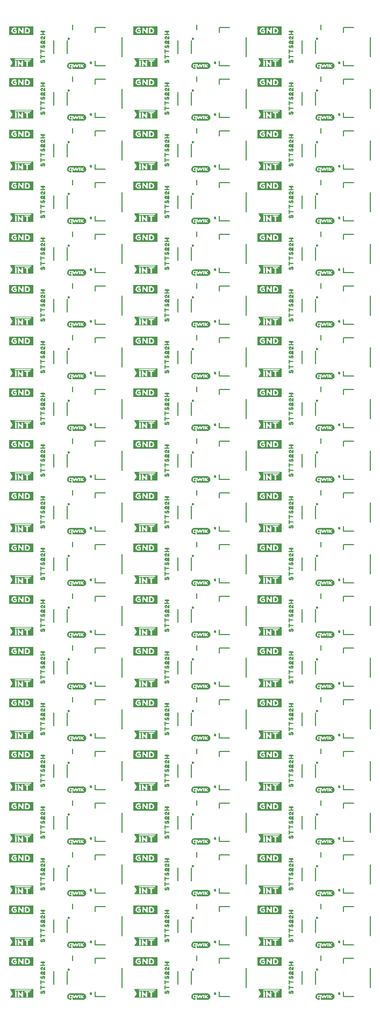
<source format=gto>
G04 EAGLE Gerber RS-274X export*
G75*
%MOMM*%
%FSLAX34Y34*%
%LPD*%
%INSilkscreen Top*%
%IPPOS*%
%AMOC8*
5,1,8,0,0,1.08239X$1,22.5*%
G01*
%ADD10C,0.152400*%
%ADD11C,0.203200*%
%ADD12C,0.360550*%
%ADD13C,0.127000*%

G36*
X436777Y56687D02*
X436777Y56687D01*
X436772Y56694D01*
X436779Y56700D01*
X436779Y70200D01*
X436743Y70247D01*
X436740Y70245D01*
X436738Y70249D01*
X436138Y70349D01*
X436133Y70346D01*
X436130Y70349D01*
X402330Y70349D01*
X402323Y70344D01*
X402314Y70347D01*
X402310Y70334D01*
X402283Y70313D01*
X402288Y70307D01*
X402287Y70306D01*
X402297Y70294D01*
X402296Y70293D01*
X402270Y70329D01*
X402238Y70339D01*
X402230Y70349D01*
X398930Y70349D01*
X398883Y70313D01*
X398886Y70309D01*
X398883Y70306D01*
X398885Y70303D01*
X398881Y70300D01*
X398881Y56800D01*
X398917Y56753D01*
X398920Y56755D01*
X398922Y56751D01*
X399522Y56651D01*
X399527Y56654D01*
X399530Y56651D01*
X436730Y56651D01*
X436777Y56687D01*
G37*
G36*
X241197Y869487D02*
X241197Y869487D01*
X241192Y869494D01*
X241199Y869500D01*
X241199Y883000D01*
X241163Y883047D01*
X241160Y883045D01*
X241158Y883049D01*
X240558Y883149D01*
X240553Y883146D01*
X240550Y883149D01*
X206750Y883149D01*
X206743Y883144D01*
X206734Y883147D01*
X206730Y883134D01*
X206703Y883113D01*
X206708Y883107D01*
X206707Y883106D01*
X206717Y883094D01*
X206716Y883093D01*
X206690Y883129D01*
X206658Y883139D01*
X206650Y883149D01*
X203350Y883149D01*
X203303Y883113D01*
X203306Y883109D01*
X203303Y883106D01*
X203305Y883103D01*
X203301Y883100D01*
X203301Y869600D01*
X203337Y869553D01*
X203340Y869555D01*
X203342Y869551D01*
X203942Y869451D01*
X203947Y869454D01*
X203950Y869451D01*
X241150Y869451D01*
X241197Y869487D01*
G37*
G36*
X241197Y56687D02*
X241197Y56687D01*
X241192Y56694D01*
X241199Y56700D01*
X241199Y70200D01*
X241163Y70247D01*
X241160Y70245D01*
X241158Y70249D01*
X240558Y70349D01*
X240553Y70346D01*
X240550Y70349D01*
X206750Y70349D01*
X206743Y70344D01*
X206734Y70347D01*
X206730Y70334D01*
X206703Y70313D01*
X206708Y70307D01*
X206707Y70306D01*
X206717Y70294D01*
X206716Y70293D01*
X206690Y70329D01*
X206658Y70339D01*
X206650Y70349D01*
X203350Y70349D01*
X203303Y70313D01*
X203306Y70309D01*
X203303Y70306D01*
X203305Y70303D01*
X203301Y70300D01*
X203301Y56800D01*
X203337Y56753D01*
X203340Y56755D01*
X203342Y56751D01*
X203942Y56651D01*
X203947Y56654D01*
X203950Y56651D01*
X241150Y56651D01*
X241197Y56687D01*
G37*
G36*
X436777Y869487D02*
X436777Y869487D01*
X436772Y869494D01*
X436779Y869500D01*
X436779Y883000D01*
X436743Y883047D01*
X436740Y883045D01*
X436738Y883049D01*
X436138Y883149D01*
X436133Y883146D01*
X436130Y883149D01*
X402330Y883149D01*
X402323Y883144D01*
X402314Y883147D01*
X402310Y883134D01*
X402283Y883113D01*
X402288Y883107D01*
X402287Y883106D01*
X402297Y883094D01*
X402296Y883093D01*
X402270Y883129D01*
X402238Y883139D01*
X402230Y883149D01*
X398930Y883149D01*
X398883Y883113D01*
X398886Y883109D01*
X398883Y883106D01*
X398885Y883103D01*
X398881Y883100D01*
X398881Y869600D01*
X398917Y869553D01*
X398920Y869555D01*
X398922Y869551D01*
X399522Y869451D01*
X399527Y869454D01*
X399530Y869451D01*
X436730Y869451D01*
X436777Y869487D01*
G37*
G36*
X45617Y56687D02*
X45617Y56687D01*
X45612Y56694D01*
X45619Y56700D01*
X45619Y70200D01*
X45583Y70247D01*
X45580Y70245D01*
X45578Y70249D01*
X44978Y70349D01*
X44973Y70346D01*
X44970Y70349D01*
X11170Y70349D01*
X11163Y70344D01*
X11154Y70347D01*
X11150Y70334D01*
X11123Y70313D01*
X11128Y70307D01*
X11127Y70306D01*
X11137Y70294D01*
X11136Y70293D01*
X11110Y70329D01*
X11078Y70339D01*
X11070Y70349D01*
X7770Y70349D01*
X7723Y70313D01*
X7726Y70309D01*
X7723Y70306D01*
X7725Y70303D01*
X7721Y70300D01*
X7721Y56800D01*
X7757Y56753D01*
X7760Y56755D01*
X7762Y56751D01*
X8362Y56651D01*
X8367Y56654D01*
X8370Y56651D01*
X45570Y56651D01*
X45617Y56687D01*
G37*
G36*
X45617Y869487D02*
X45617Y869487D01*
X45612Y869494D01*
X45619Y869500D01*
X45619Y883000D01*
X45583Y883047D01*
X45580Y883045D01*
X45578Y883049D01*
X44978Y883149D01*
X44973Y883146D01*
X44970Y883149D01*
X11170Y883149D01*
X11163Y883144D01*
X11154Y883147D01*
X11150Y883134D01*
X11123Y883113D01*
X11128Y883107D01*
X11127Y883106D01*
X11137Y883094D01*
X11136Y883093D01*
X11110Y883129D01*
X11078Y883139D01*
X11070Y883149D01*
X7770Y883149D01*
X7723Y883113D01*
X7726Y883109D01*
X7723Y883106D01*
X7725Y883103D01*
X7721Y883100D01*
X7721Y869600D01*
X7757Y869553D01*
X7760Y869555D01*
X7762Y869551D01*
X8362Y869451D01*
X8367Y869454D01*
X8370Y869451D01*
X45570Y869451D01*
X45617Y869487D01*
G37*
G36*
X45617Y788207D02*
X45617Y788207D01*
X45612Y788214D01*
X45619Y788220D01*
X45619Y801720D01*
X45583Y801767D01*
X45580Y801765D01*
X45578Y801769D01*
X44978Y801869D01*
X44973Y801866D01*
X44970Y801869D01*
X11170Y801869D01*
X11163Y801864D01*
X11154Y801867D01*
X11150Y801854D01*
X11123Y801833D01*
X11128Y801827D01*
X11127Y801826D01*
X11137Y801814D01*
X11136Y801813D01*
X11110Y801849D01*
X11078Y801859D01*
X11070Y801869D01*
X7770Y801869D01*
X7723Y801833D01*
X7726Y801829D01*
X7723Y801826D01*
X7725Y801823D01*
X7721Y801820D01*
X7721Y788320D01*
X7757Y788273D01*
X7760Y788275D01*
X7762Y788271D01*
X8362Y788171D01*
X8367Y788174D01*
X8370Y788171D01*
X45570Y788171D01*
X45617Y788207D01*
G37*
G36*
X436777Y1032047D02*
X436777Y1032047D01*
X436772Y1032054D01*
X436779Y1032060D01*
X436779Y1045560D01*
X436743Y1045607D01*
X436740Y1045605D01*
X436738Y1045609D01*
X436138Y1045709D01*
X436133Y1045706D01*
X436130Y1045709D01*
X402330Y1045709D01*
X402323Y1045704D01*
X402314Y1045707D01*
X402310Y1045694D01*
X402283Y1045673D01*
X402288Y1045667D01*
X402287Y1045666D01*
X402297Y1045654D01*
X402296Y1045653D01*
X402270Y1045689D01*
X402238Y1045699D01*
X402230Y1045709D01*
X398930Y1045709D01*
X398883Y1045673D01*
X398886Y1045669D01*
X398883Y1045666D01*
X398885Y1045663D01*
X398881Y1045660D01*
X398881Y1032160D01*
X398917Y1032113D01*
X398920Y1032115D01*
X398922Y1032111D01*
X399522Y1032011D01*
X399527Y1032014D01*
X399530Y1032011D01*
X436730Y1032011D01*
X436777Y1032047D01*
G37*
G36*
X436777Y788207D02*
X436777Y788207D01*
X436772Y788214D01*
X436779Y788220D01*
X436779Y801720D01*
X436743Y801767D01*
X436740Y801765D01*
X436738Y801769D01*
X436138Y801869D01*
X436133Y801866D01*
X436130Y801869D01*
X402330Y801869D01*
X402323Y801864D01*
X402314Y801867D01*
X402310Y801854D01*
X402283Y801833D01*
X402288Y801827D01*
X402287Y801826D01*
X402297Y801814D01*
X402296Y801813D01*
X402270Y801849D01*
X402238Y801859D01*
X402230Y801869D01*
X398930Y801869D01*
X398883Y801833D01*
X398886Y801829D01*
X398883Y801826D01*
X398885Y801823D01*
X398881Y801820D01*
X398881Y788320D01*
X398917Y788273D01*
X398920Y788275D01*
X398922Y788271D01*
X399522Y788171D01*
X399527Y788174D01*
X399530Y788171D01*
X436730Y788171D01*
X436777Y788207D01*
G37*
G36*
X241197Y788207D02*
X241197Y788207D01*
X241192Y788214D01*
X241199Y788220D01*
X241199Y801720D01*
X241163Y801767D01*
X241160Y801765D01*
X241158Y801769D01*
X240558Y801869D01*
X240553Y801866D01*
X240550Y801869D01*
X206750Y801869D01*
X206743Y801864D01*
X206734Y801867D01*
X206730Y801854D01*
X206703Y801833D01*
X206708Y801827D01*
X206707Y801826D01*
X206717Y801814D01*
X206716Y801813D01*
X206690Y801849D01*
X206658Y801859D01*
X206650Y801869D01*
X203350Y801869D01*
X203303Y801833D01*
X203306Y801829D01*
X203303Y801826D01*
X203305Y801823D01*
X203301Y801820D01*
X203301Y788320D01*
X203337Y788273D01*
X203340Y788275D01*
X203342Y788271D01*
X203942Y788171D01*
X203947Y788174D01*
X203950Y788171D01*
X241150Y788171D01*
X241197Y788207D01*
G37*
G36*
X436777Y300527D02*
X436777Y300527D01*
X436772Y300534D01*
X436779Y300540D01*
X436779Y314040D01*
X436743Y314087D01*
X436740Y314085D01*
X436738Y314089D01*
X436138Y314189D01*
X436133Y314186D01*
X436130Y314189D01*
X402330Y314189D01*
X402323Y314184D01*
X402314Y314187D01*
X402310Y314174D01*
X402283Y314153D01*
X402288Y314147D01*
X402287Y314146D01*
X402297Y314134D01*
X402296Y314133D01*
X402270Y314169D01*
X402238Y314179D01*
X402230Y314189D01*
X398930Y314189D01*
X398883Y314153D01*
X398886Y314149D01*
X398883Y314146D01*
X398885Y314143D01*
X398881Y314140D01*
X398881Y300640D01*
X398917Y300593D01*
X398920Y300595D01*
X398922Y300591D01*
X399522Y300491D01*
X399527Y300494D01*
X399530Y300491D01*
X436730Y300491D01*
X436777Y300527D01*
G37*
G36*
X436777Y1357167D02*
X436777Y1357167D01*
X436772Y1357174D01*
X436779Y1357180D01*
X436779Y1370680D01*
X436743Y1370727D01*
X436740Y1370725D01*
X436738Y1370729D01*
X436138Y1370829D01*
X436133Y1370826D01*
X436130Y1370829D01*
X402330Y1370829D01*
X402323Y1370824D01*
X402314Y1370827D01*
X402310Y1370814D01*
X402283Y1370793D01*
X402288Y1370787D01*
X402287Y1370786D01*
X402297Y1370774D01*
X402296Y1370773D01*
X402270Y1370809D01*
X402238Y1370819D01*
X402230Y1370829D01*
X398930Y1370829D01*
X398883Y1370793D01*
X398886Y1370789D01*
X398883Y1370786D01*
X398885Y1370783D01*
X398881Y1370780D01*
X398881Y1357280D01*
X398917Y1357233D01*
X398920Y1357235D01*
X398922Y1357231D01*
X399522Y1357131D01*
X399527Y1357134D01*
X399530Y1357131D01*
X436730Y1357131D01*
X436777Y1357167D01*
G37*
G36*
X436777Y137967D02*
X436777Y137967D01*
X436772Y137974D01*
X436779Y137980D01*
X436779Y151480D01*
X436743Y151527D01*
X436740Y151525D01*
X436738Y151529D01*
X436138Y151629D01*
X436133Y151626D01*
X436130Y151629D01*
X402330Y151629D01*
X402323Y151624D01*
X402314Y151627D01*
X402310Y151614D01*
X402283Y151593D01*
X402288Y151587D01*
X402287Y151586D01*
X402297Y151574D01*
X402296Y151573D01*
X402270Y151609D01*
X402238Y151619D01*
X402230Y151629D01*
X398930Y151629D01*
X398883Y151593D01*
X398886Y151589D01*
X398883Y151586D01*
X398885Y151583D01*
X398881Y151580D01*
X398881Y138080D01*
X398917Y138033D01*
X398920Y138035D01*
X398922Y138031D01*
X399522Y137931D01*
X399527Y137934D01*
X399530Y137931D01*
X436730Y137931D01*
X436777Y137967D01*
G37*
G36*
X45617Y1113327D02*
X45617Y1113327D01*
X45612Y1113334D01*
X45619Y1113340D01*
X45619Y1126840D01*
X45583Y1126887D01*
X45580Y1126885D01*
X45578Y1126889D01*
X44978Y1126989D01*
X44973Y1126986D01*
X44970Y1126989D01*
X11170Y1126989D01*
X11163Y1126984D01*
X11154Y1126987D01*
X11150Y1126974D01*
X11123Y1126953D01*
X11128Y1126947D01*
X11127Y1126946D01*
X11137Y1126934D01*
X11136Y1126933D01*
X11110Y1126969D01*
X11078Y1126979D01*
X11070Y1126989D01*
X7770Y1126989D01*
X7723Y1126953D01*
X7726Y1126949D01*
X7723Y1126946D01*
X7725Y1126943D01*
X7721Y1126940D01*
X7721Y1113440D01*
X7757Y1113393D01*
X7760Y1113395D01*
X7762Y1113391D01*
X8362Y1113291D01*
X8367Y1113294D01*
X8370Y1113291D01*
X45570Y1113291D01*
X45617Y1113327D01*
G37*
G36*
X436777Y381807D02*
X436777Y381807D01*
X436772Y381814D01*
X436779Y381820D01*
X436779Y395320D01*
X436743Y395367D01*
X436740Y395365D01*
X436738Y395369D01*
X436138Y395469D01*
X436133Y395466D01*
X436130Y395469D01*
X402330Y395469D01*
X402323Y395464D01*
X402314Y395467D01*
X402310Y395454D01*
X402283Y395433D01*
X402288Y395427D01*
X402287Y395426D01*
X402297Y395414D01*
X402296Y395413D01*
X402270Y395449D01*
X402238Y395459D01*
X402230Y395469D01*
X398930Y395469D01*
X398883Y395433D01*
X398886Y395429D01*
X398883Y395426D01*
X398885Y395423D01*
X398881Y395420D01*
X398881Y381920D01*
X398917Y381873D01*
X398920Y381875D01*
X398922Y381871D01*
X399522Y381771D01*
X399527Y381774D01*
X399530Y381771D01*
X436730Y381771D01*
X436777Y381807D01*
G37*
G36*
X45617Y625647D02*
X45617Y625647D01*
X45612Y625654D01*
X45619Y625660D01*
X45619Y639160D01*
X45583Y639207D01*
X45580Y639205D01*
X45578Y639209D01*
X44978Y639309D01*
X44973Y639306D01*
X44970Y639309D01*
X11170Y639309D01*
X11163Y639304D01*
X11154Y639307D01*
X11150Y639294D01*
X11123Y639273D01*
X11128Y639267D01*
X11127Y639266D01*
X11137Y639254D01*
X11136Y639253D01*
X11110Y639289D01*
X11078Y639299D01*
X11070Y639309D01*
X7770Y639309D01*
X7723Y639273D01*
X7726Y639269D01*
X7723Y639266D01*
X7725Y639263D01*
X7721Y639260D01*
X7721Y625760D01*
X7757Y625713D01*
X7760Y625715D01*
X7762Y625711D01*
X8362Y625611D01*
X8367Y625614D01*
X8370Y625611D01*
X45570Y625611D01*
X45617Y625647D01*
G37*
G36*
X436777Y625647D02*
X436777Y625647D01*
X436772Y625654D01*
X436779Y625660D01*
X436779Y639160D01*
X436743Y639207D01*
X436740Y639205D01*
X436738Y639209D01*
X436138Y639309D01*
X436133Y639306D01*
X436130Y639309D01*
X402330Y639309D01*
X402323Y639304D01*
X402314Y639307D01*
X402310Y639294D01*
X402283Y639273D01*
X402288Y639267D01*
X402287Y639266D01*
X402297Y639254D01*
X402296Y639253D01*
X402270Y639289D01*
X402238Y639299D01*
X402230Y639309D01*
X398930Y639309D01*
X398883Y639273D01*
X398886Y639269D01*
X398883Y639266D01*
X398885Y639263D01*
X398881Y639260D01*
X398881Y625760D01*
X398917Y625713D01*
X398920Y625715D01*
X398922Y625711D01*
X399522Y625611D01*
X399527Y625614D01*
X399530Y625611D01*
X436730Y625611D01*
X436777Y625647D01*
G37*
G36*
X241197Y625647D02*
X241197Y625647D01*
X241192Y625654D01*
X241199Y625660D01*
X241199Y639160D01*
X241163Y639207D01*
X241160Y639205D01*
X241158Y639209D01*
X240558Y639309D01*
X240553Y639306D01*
X240550Y639309D01*
X206750Y639309D01*
X206743Y639304D01*
X206734Y639307D01*
X206730Y639294D01*
X206703Y639273D01*
X206708Y639267D01*
X206707Y639266D01*
X206717Y639254D01*
X206716Y639253D01*
X206690Y639289D01*
X206658Y639299D01*
X206650Y639309D01*
X203350Y639309D01*
X203303Y639273D01*
X203306Y639269D01*
X203303Y639266D01*
X203305Y639263D01*
X203301Y639260D01*
X203301Y625760D01*
X203337Y625713D01*
X203340Y625715D01*
X203342Y625711D01*
X203942Y625611D01*
X203947Y625614D01*
X203950Y625611D01*
X241150Y625611D01*
X241197Y625647D01*
G37*
G36*
X45617Y1275887D02*
X45617Y1275887D01*
X45612Y1275894D01*
X45619Y1275900D01*
X45619Y1289400D01*
X45583Y1289447D01*
X45580Y1289445D01*
X45578Y1289449D01*
X44978Y1289549D01*
X44973Y1289546D01*
X44970Y1289549D01*
X11170Y1289549D01*
X11163Y1289544D01*
X11154Y1289547D01*
X11150Y1289534D01*
X11123Y1289513D01*
X11128Y1289507D01*
X11127Y1289506D01*
X11137Y1289494D01*
X11136Y1289493D01*
X11110Y1289529D01*
X11078Y1289539D01*
X11070Y1289549D01*
X7770Y1289549D01*
X7723Y1289513D01*
X7726Y1289509D01*
X7723Y1289506D01*
X7725Y1289503D01*
X7721Y1289500D01*
X7721Y1276000D01*
X7757Y1275953D01*
X7760Y1275955D01*
X7762Y1275951D01*
X8362Y1275851D01*
X8367Y1275854D01*
X8370Y1275851D01*
X45570Y1275851D01*
X45617Y1275887D01*
G37*
G36*
X241197Y1275887D02*
X241197Y1275887D01*
X241192Y1275894D01*
X241199Y1275900D01*
X241199Y1289400D01*
X241163Y1289447D01*
X241160Y1289445D01*
X241158Y1289449D01*
X240558Y1289549D01*
X240553Y1289546D01*
X240550Y1289549D01*
X206750Y1289549D01*
X206743Y1289544D01*
X206734Y1289547D01*
X206730Y1289534D01*
X206703Y1289513D01*
X206708Y1289507D01*
X206707Y1289506D01*
X206717Y1289494D01*
X206716Y1289493D01*
X206690Y1289529D01*
X206658Y1289539D01*
X206650Y1289549D01*
X203350Y1289549D01*
X203303Y1289513D01*
X203306Y1289509D01*
X203303Y1289506D01*
X203305Y1289503D01*
X203301Y1289500D01*
X203301Y1276000D01*
X203337Y1275953D01*
X203340Y1275955D01*
X203342Y1275951D01*
X203942Y1275851D01*
X203947Y1275854D01*
X203950Y1275851D01*
X241150Y1275851D01*
X241197Y1275887D01*
G37*
G36*
X436777Y1275887D02*
X436777Y1275887D01*
X436772Y1275894D01*
X436779Y1275900D01*
X436779Y1289400D01*
X436743Y1289447D01*
X436740Y1289445D01*
X436738Y1289449D01*
X436138Y1289549D01*
X436133Y1289546D01*
X436130Y1289549D01*
X402330Y1289549D01*
X402323Y1289544D01*
X402314Y1289547D01*
X402310Y1289534D01*
X402283Y1289513D01*
X402288Y1289507D01*
X402287Y1289506D01*
X402297Y1289494D01*
X402296Y1289493D01*
X402270Y1289529D01*
X402238Y1289539D01*
X402230Y1289549D01*
X398930Y1289549D01*
X398883Y1289513D01*
X398886Y1289509D01*
X398883Y1289506D01*
X398885Y1289503D01*
X398881Y1289500D01*
X398881Y1276000D01*
X398917Y1275953D01*
X398920Y1275955D01*
X398922Y1275951D01*
X399522Y1275851D01*
X399527Y1275854D01*
X399530Y1275851D01*
X436730Y1275851D01*
X436777Y1275887D01*
G37*
G36*
X241197Y1438447D02*
X241197Y1438447D01*
X241192Y1438454D01*
X241199Y1438460D01*
X241199Y1451960D01*
X241163Y1452007D01*
X241160Y1452005D01*
X241158Y1452009D01*
X240558Y1452109D01*
X240553Y1452106D01*
X240550Y1452109D01*
X206750Y1452109D01*
X206743Y1452104D01*
X206734Y1452107D01*
X206730Y1452094D01*
X206703Y1452073D01*
X206708Y1452067D01*
X206707Y1452066D01*
X206717Y1452054D01*
X206716Y1452053D01*
X206690Y1452089D01*
X206658Y1452099D01*
X206650Y1452109D01*
X203350Y1452109D01*
X203303Y1452073D01*
X203306Y1452069D01*
X203303Y1452066D01*
X203305Y1452063D01*
X203301Y1452060D01*
X203301Y1438560D01*
X203337Y1438513D01*
X203340Y1438515D01*
X203342Y1438511D01*
X203942Y1438411D01*
X203947Y1438414D01*
X203950Y1438411D01*
X241150Y1438411D01*
X241197Y1438447D01*
G37*
G36*
X436777Y1438447D02*
X436777Y1438447D01*
X436772Y1438454D01*
X436779Y1438460D01*
X436779Y1451960D01*
X436743Y1452007D01*
X436740Y1452005D01*
X436738Y1452009D01*
X436138Y1452109D01*
X436133Y1452106D01*
X436130Y1452109D01*
X402330Y1452109D01*
X402323Y1452104D01*
X402314Y1452107D01*
X402310Y1452094D01*
X402283Y1452073D01*
X402288Y1452067D01*
X402287Y1452066D01*
X402297Y1452054D01*
X402296Y1452053D01*
X402270Y1452089D01*
X402238Y1452099D01*
X402230Y1452109D01*
X398930Y1452109D01*
X398883Y1452073D01*
X398886Y1452069D01*
X398883Y1452066D01*
X398885Y1452063D01*
X398881Y1452060D01*
X398881Y1438560D01*
X398917Y1438513D01*
X398920Y1438515D01*
X398922Y1438511D01*
X399522Y1438411D01*
X399527Y1438414D01*
X399530Y1438411D01*
X436730Y1438411D01*
X436777Y1438447D01*
G37*
G36*
X45617Y1438447D02*
X45617Y1438447D01*
X45612Y1438454D01*
X45619Y1438460D01*
X45619Y1451960D01*
X45583Y1452007D01*
X45580Y1452005D01*
X45578Y1452009D01*
X44978Y1452109D01*
X44973Y1452106D01*
X44970Y1452109D01*
X11170Y1452109D01*
X11163Y1452104D01*
X11154Y1452107D01*
X11150Y1452094D01*
X11123Y1452073D01*
X11128Y1452067D01*
X11127Y1452066D01*
X11137Y1452054D01*
X11136Y1452053D01*
X11110Y1452089D01*
X11078Y1452099D01*
X11070Y1452109D01*
X7770Y1452109D01*
X7723Y1452073D01*
X7726Y1452069D01*
X7723Y1452066D01*
X7725Y1452063D01*
X7721Y1452060D01*
X7721Y1438560D01*
X7757Y1438513D01*
X7760Y1438515D01*
X7762Y1438511D01*
X8362Y1438411D01*
X8367Y1438414D01*
X8370Y1438411D01*
X45570Y1438411D01*
X45617Y1438447D01*
G37*
G36*
X45617Y137967D02*
X45617Y137967D01*
X45612Y137974D01*
X45619Y137980D01*
X45619Y151480D01*
X45583Y151527D01*
X45580Y151525D01*
X45578Y151529D01*
X44978Y151629D01*
X44973Y151626D01*
X44970Y151629D01*
X11170Y151629D01*
X11163Y151624D01*
X11154Y151627D01*
X11150Y151614D01*
X11123Y151593D01*
X11128Y151587D01*
X11127Y151586D01*
X11137Y151574D01*
X11136Y151573D01*
X11110Y151609D01*
X11078Y151619D01*
X11070Y151629D01*
X7770Y151629D01*
X7723Y151593D01*
X7726Y151589D01*
X7723Y151586D01*
X7725Y151583D01*
X7721Y151580D01*
X7721Y138080D01*
X7757Y138033D01*
X7760Y138035D01*
X7762Y138031D01*
X8362Y137931D01*
X8367Y137934D01*
X8370Y137931D01*
X45570Y137931D01*
X45617Y137967D01*
G37*
G36*
X241197Y137967D02*
X241197Y137967D01*
X241192Y137974D01*
X241199Y137980D01*
X241199Y151480D01*
X241163Y151527D01*
X241160Y151525D01*
X241158Y151529D01*
X240558Y151629D01*
X240553Y151626D01*
X240550Y151629D01*
X206750Y151629D01*
X206743Y151624D01*
X206734Y151627D01*
X206730Y151614D01*
X206703Y151593D01*
X206708Y151587D01*
X206707Y151586D01*
X206717Y151574D01*
X206716Y151573D01*
X206690Y151609D01*
X206658Y151619D01*
X206650Y151629D01*
X203350Y151629D01*
X203303Y151593D01*
X203306Y151589D01*
X203303Y151586D01*
X203305Y151583D01*
X203301Y151580D01*
X203301Y138080D01*
X203337Y138033D01*
X203340Y138035D01*
X203342Y138031D01*
X203942Y137931D01*
X203947Y137934D01*
X203950Y137931D01*
X241150Y137931D01*
X241197Y137967D01*
G37*
G36*
X241197Y1113327D02*
X241197Y1113327D01*
X241192Y1113334D01*
X241199Y1113340D01*
X241199Y1126840D01*
X241163Y1126887D01*
X241160Y1126885D01*
X241158Y1126889D01*
X240558Y1126989D01*
X240553Y1126986D01*
X240550Y1126989D01*
X206750Y1126989D01*
X206743Y1126984D01*
X206734Y1126987D01*
X206730Y1126974D01*
X206703Y1126953D01*
X206708Y1126947D01*
X206707Y1126946D01*
X206717Y1126934D01*
X206716Y1126933D01*
X206690Y1126969D01*
X206658Y1126979D01*
X206650Y1126989D01*
X203350Y1126989D01*
X203303Y1126953D01*
X203306Y1126949D01*
X203303Y1126946D01*
X203305Y1126943D01*
X203301Y1126940D01*
X203301Y1113440D01*
X203337Y1113393D01*
X203340Y1113395D01*
X203342Y1113391D01*
X203942Y1113291D01*
X203947Y1113294D01*
X203950Y1113291D01*
X241150Y1113291D01*
X241197Y1113327D01*
G37*
G36*
X436777Y1113327D02*
X436777Y1113327D01*
X436772Y1113334D01*
X436779Y1113340D01*
X436779Y1126840D01*
X436743Y1126887D01*
X436740Y1126885D01*
X436738Y1126889D01*
X436138Y1126989D01*
X436133Y1126986D01*
X436130Y1126989D01*
X402330Y1126989D01*
X402323Y1126984D01*
X402314Y1126987D01*
X402310Y1126974D01*
X402283Y1126953D01*
X402288Y1126947D01*
X402287Y1126946D01*
X402297Y1126934D01*
X402296Y1126933D01*
X402270Y1126969D01*
X402238Y1126979D01*
X402230Y1126989D01*
X398930Y1126989D01*
X398883Y1126953D01*
X398886Y1126949D01*
X398883Y1126946D01*
X398885Y1126943D01*
X398881Y1126940D01*
X398881Y1113440D01*
X398917Y1113393D01*
X398920Y1113395D01*
X398922Y1113391D01*
X399522Y1113291D01*
X399527Y1113294D01*
X399530Y1113291D01*
X436730Y1113291D01*
X436777Y1113327D01*
G37*
G36*
X45617Y1519727D02*
X45617Y1519727D01*
X45612Y1519734D01*
X45619Y1519740D01*
X45619Y1533240D01*
X45583Y1533287D01*
X45580Y1533285D01*
X45578Y1533289D01*
X44978Y1533389D01*
X44973Y1533386D01*
X44970Y1533389D01*
X11170Y1533389D01*
X11163Y1533384D01*
X11154Y1533387D01*
X11150Y1533374D01*
X11123Y1533353D01*
X11128Y1533347D01*
X11127Y1533346D01*
X11137Y1533334D01*
X11136Y1533333D01*
X11110Y1533369D01*
X11078Y1533379D01*
X11070Y1533389D01*
X7770Y1533389D01*
X7723Y1533353D01*
X7726Y1533349D01*
X7723Y1533346D01*
X7725Y1533343D01*
X7721Y1533340D01*
X7721Y1519840D01*
X7757Y1519793D01*
X7760Y1519795D01*
X7762Y1519791D01*
X8362Y1519691D01*
X8367Y1519694D01*
X8370Y1519691D01*
X45570Y1519691D01*
X45617Y1519727D01*
G37*
G36*
X241197Y1519727D02*
X241197Y1519727D01*
X241192Y1519734D01*
X241199Y1519740D01*
X241199Y1533240D01*
X241163Y1533287D01*
X241160Y1533285D01*
X241158Y1533289D01*
X240558Y1533389D01*
X240553Y1533386D01*
X240550Y1533389D01*
X206750Y1533389D01*
X206743Y1533384D01*
X206734Y1533387D01*
X206730Y1533374D01*
X206703Y1533353D01*
X206708Y1533347D01*
X206707Y1533346D01*
X206717Y1533334D01*
X206716Y1533333D01*
X206690Y1533369D01*
X206658Y1533379D01*
X206650Y1533389D01*
X203350Y1533389D01*
X203303Y1533353D01*
X203306Y1533349D01*
X203303Y1533346D01*
X203305Y1533343D01*
X203301Y1533340D01*
X203301Y1519840D01*
X203337Y1519793D01*
X203340Y1519795D01*
X203342Y1519791D01*
X203942Y1519691D01*
X203947Y1519694D01*
X203950Y1519691D01*
X241150Y1519691D01*
X241197Y1519727D01*
G37*
G36*
X436777Y1519727D02*
X436777Y1519727D01*
X436772Y1519734D01*
X436779Y1519740D01*
X436779Y1533240D01*
X436743Y1533287D01*
X436740Y1533285D01*
X436738Y1533289D01*
X436138Y1533389D01*
X436133Y1533386D01*
X436130Y1533389D01*
X402330Y1533389D01*
X402323Y1533384D01*
X402314Y1533387D01*
X402310Y1533374D01*
X402283Y1533353D01*
X402288Y1533347D01*
X402287Y1533346D01*
X402297Y1533334D01*
X402296Y1533333D01*
X402270Y1533369D01*
X402238Y1533379D01*
X402230Y1533389D01*
X398930Y1533389D01*
X398883Y1533353D01*
X398886Y1533349D01*
X398883Y1533346D01*
X398885Y1533343D01*
X398881Y1533340D01*
X398881Y1519840D01*
X398917Y1519793D01*
X398920Y1519795D01*
X398922Y1519791D01*
X399522Y1519691D01*
X399527Y1519694D01*
X399530Y1519691D01*
X436730Y1519691D01*
X436777Y1519727D01*
G37*
G36*
X436777Y463087D02*
X436777Y463087D01*
X436772Y463094D01*
X436779Y463100D01*
X436779Y476600D01*
X436743Y476647D01*
X436740Y476645D01*
X436738Y476649D01*
X436138Y476749D01*
X436133Y476746D01*
X436130Y476749D01*
X402330Y476749D01*
X402323Y476744D01*
X402314Y476747D01*
X402310Y476734D01*
X402283Y476713D01*
X402288Y476707D01*
X402287Y476706D01*
X402297Y476694D01*
X402296Y476693D01*
X402270Y476729D01*
X402238Y476739D01*
X402230Y476749D01*
X398930Y476749D01*
X398883Y476713D01*
X398886Y476709D01*
X398883Y476706D01*
X398885Y476703D01*
X398881Y476700D01*
X398881Y463200D01*
X398917Y463153D01*
X398920Y463155D01*
X398922Y463151D01*
X399522Y463051D01*
X399527Y463054D01*
X399530Y463051D01*
X436730Y463051D01*
X436777Y463087D01*
G37*
G36*
X241197Y219247D02*
X241197Y219247D01*
X241192Y219254D01*
X241199Y219260D01*
X241199Y232760D01*
X241163Y232807D01*
X241160Y232805D01*
X241158Y232809D01*
X240558Y232909D01*
X240553Y232906D01*
X240550Y232909D01*
X206750Y232909D01*
X206743Y232904D01*
X206734Y232907D01*
X206730Y232894D01*
X206703Y232873D01*
X206708Y232867D01*
X206707Y232866D01*
X206717Y232854D01*
X206716Y232853D01*
X206690Y232889D01*
X206658Y232899D01*
X206650Y232909D01*
X203350Y232909D01*
X203303Y232873D01*
X203306Y232869D01*
X203303Y232866D01*
X203305Y232863D01*
X203301Y232860D01*
X203301Y219360D01*
X203337Y219313D01*
X203340Y219315D01*
X203342Y219311D01*
X203942Y219211D01*
X203947Y219214D01*
X203950Y219211D01*
X241150Y219211D01*
X241197Y219247D01*
G37*
G36*
X241197Y463087D02*
X241197Y463087D01*
X241192Y463094D01*
X241199Y463100D01*
X241199Y476600D01*
X241163Y476647D01*
X241160Y476645D01*
X241158Y476649D01*
X240558Y476749D01*
X240553Y476746D01*
X240550Y476749D01*
X206750Y476749D01*
X206743Y476744D01*
X206734Y476747D01*
X206730Y476734D01*
X206703Y476713D01*
X206708Y476707D01*
X206707Y476706D01*
X206717Y476694D01*
X206716Y476693D01*
X206690Y476729D01*
X206658Y476739D01*
X206650Y476749D01*
X203350Y476749D01*
X203303Y476713D01*
X203306Y476709D01*
X203303Y476706D01*
X203305Y476703D01*
X203301Y476700D01*
X203301Y463200D01*
X203337Y463153D01*
X203340Y463155D01*
X203342Y463151D01*
X203942Y463051D01*
X203947Y463054D01*
X203950Y463051D01*
X241150Y463051D01*
X241197Y463087D01*
G37*
G36*
X45617Y1032047D02*
X45617Y1032047D01*
X45612Y1032054D01*
X45619Y1032060D01*
X45619Y1045560D01*
X45583Y1045607D01*
X45580Y1045605D01*
X45578Y1045609D01*
X44978Y1045709D01*
X44973Y1045706D01*
X44970Y1045709D01*
X11170Y1045709D01*
X11163Y1045704D01*
X11154Y1045707D01*
X11150Y1045694D01*
X11123Y1045673D01*
X11128Y1045667D01*
X11127Y1045666D01*
X11137Y1045654D01*
X11136Y1045653D01*
X11110Y1045689D01*
X11078Y1045699D01*
X11070Y1045709D01*
X7770Y1045709D01*
X7723Y1045673D01*
X7726Y1045669D01*
X7723Y1045666D01*
X7725Y1045663D01*
X7721Y1045660D01*
X7721Y1032160D01*
X7757Y1032113D01*
X7760Y1032115D01*
X7762Y1032111D01*
X8362Y1032011D01*
X8367Y1032014D01*
X8370Y1032011D01*
X45570Y1032011D01*
X45617Y1032047D01*
G37*
G36*
X436777Y219247D02*
X436777Y219247D01*
X436772Y219254D01*
X436779Y219260D01*
X436779Y232760D01*
X436743Y232807D01*
X436740Y232805D01*
X436738Y232809D01*
X436138Y232909D01*
X436133Y232906D01*
X436130Y232909D01*
X402330Y232909D01*
X402323Y232904D01*
X402314Y232907D01*
X402310Y232894D01*
X402283Y232873D01*
X402288Y232867D01*
X402287Y232866D01*
X402297Y232854D01*
X402296Y232853D01*
X402270Y232889D01*
X402238Y232899D01*
X402230Y232909D01*
X398930Y232909D01*
X398883Y232873D01*
X398886Y232869D01*
X398883Y232866D01*
X398885Y232863D01*
X398881Y232860D01*
X398881Y219360D01*
X398917Y219313D01*
X398920Y219315D01*
X398922Y219311D01*
X399522Y219211D01*
X399527Y219214D01*
X399530Y219211D01*
X436730Y219211D01*
X436777Y219247D01*
G37*
G36*
X45617Y219247D02*
X45617Y219247D01*
X45612Y219254D01*
X45619Y219260D01*
X45619Y232760D01*
X45583Y232807D01*
X45580Y232805D01*
X45578Y232809D01*
X44978Y232909D01*
X44973Y232906D01*
X44970Y232909D01*
X11170Y232909D01*
X11163Y232904D01*
X11154Y232907D01*
X11150Y232894D01*
X11123Y232873D01*
X11128Y232867D01*
X11127Y232866D01*
X11137Y232854D01*
X11136Y232853D01*
X11110Y232889D01*
X11078Y232899D01*
X11070Y232909D01*
X7770Y232909D01*
X7723Y232873D01*
X7726Y232869D01*
X7723Y232866D01*
X7725Y232863D01*
X7721Y232860D01*
X7721Y219360D01*
X7757Y219313D01*
X7760Y219315D01*
X7762Y219311D01*
X8362Y219211D01*
X8367Y219214D01*
X8370Y219211D01*
X45570Y219211D01*
X45617Y219247D01*
G37*
G36*
X45617Y1357167D02*
X45617Y1357167D01*
X45612Y1357174D01*
X45619Y1357180D01*
X45619Y1370680D01*
X45583Y1370727D01*
X45580Y1370725D01*
X45578Y1370729D01*
X44978Y1370829D01*
X44973Y1370826D01*
X44970Y1370829D01*
X11170Y1370829D01*
X11163Y1370824D01*
X11154Y1370827D01*
X11150Y1370814D01*
X11123Y1370793D01*
X11128Y1370787D01*
X11127Y1370786D01*
X11137Y1370774D01*
X11136Y1370773D01*
X11110Y1370809D01*
X11078Y1370819D01*
X11070Y1370829D01*
X7770Y1370829D01*
X7723Y1370793D01*
X7726Y1370789D01*
X7723Y1370786D01*
X7725Y1370783D01*
X7721Y1370780D01*
X7721Y1357280D01*
X7757Y1357233D01*
X7760Y1357235D01*
X7762Y1357231D01*
X8362Y1357131D01*
X8367Y1357134D01*
X8370Y1357131D01*
X45570Y1357131D01*
X45617Y1357167D01*
G37*
G36*
X436777Y706927D02*
X436777Y706927D01*
X436772Y706934D01*
X436779Y706940D01*
X436779Y720440D01*
X436743Y720487D01*
X436740Y720485D01*
X436738Y720489D01*
X436138Y720589D01*
X436133Y720586D01*
X436130Y720589D01*
X402330Y720589D01*
X402323Y720584D01*
X402314Y720587D01*
X402310Y720574D01*
X402283Y720553D01*
X402288Y720547D01*
X402287Y720546D01*
X402297Y720534D01*
X402296Y720533D01*
X402270Y720569D01*
X402238Y720579D01*
X402230Y720589D01*
X398930Y720589D01*
X398883Y720553D01*
X398886Y720549D01*
X398883Y720546D01*
X398885Y720543D01*
X398881Y720540D01*
X398881Y707040D01*
X398917Y706993D01*
X398920Y706995D01*
X398922Y706991D01*
X399522Y706891D01*
X399527Y706894D01*
X399530Y706891D01*
X436730Y706891D01*
X436777Y706927D01*
G37*
G36*
X436777Y950767D02*
X436777Y950767D01*
X436772Y950774D01*
X436779Y950780D01*
X436779Y964280D01*
X436743Y964327D01*
X436740Y964325D01*
X436738Y964329D01*
X436138Y964429D01*
X436133Y964426D01*
X436130Y964429D01*
X402330Y964429D01*
X402323Y964424D01*
X402314Y964427D01*
X402310Y964414D01*
X402283Y964393D01*
X402288Y964387D01*
X402287Y964386D01*
X402297Y964374D01*
X402296Y964373D01*
X402270Y964409D01*
X402238Y964419D01*
X402230Y964429D01*
X398930Y964429D01*
X398883Y964393D01*
X398886Y964389D01*
X398883Y964386D01*
X398885Y964383D01*
X398881Y964380D01*
X398881Y950880D01*
X398917Y950833D01*
X398920Y950835D01*
X398922Y950831D01*
X399522Y950731D01*
X399527Y950734D01*
X399530Y950731D01*
X436730Y950731D01*
X436777Y950767D01*
G37*
G36*
X45617Y950767D02*
X45617Y950767D01*
X45612Y950774D01*
X45619Y950780D01*
X45619Y964280D01*
X45583Y964327D01*
X45580Y964325D01*
X45578Y964329D01*
X44978Y964429D01*
X44973Y964426D01*
X44970Y964429D01*
X11170Y964429D01*
X11163Y964424D01*
X11154Y964427D01*
X11150Y964414D01*
X11123Y964393D01*
X11128Y964387D01*
X11127Y964386D01*
X11137Y964374D01*
X11136Y964373D01*
X11110Y964409D01*
X11078Y964419D01*
X11070Y964429D01*
X7770Y964429D01*
X7723Y964393D01*
X7726Y964389D01*
X7723Y964386D01*
X7725Y964383D01*
X7721Y964380D01*
X7721Y950880D01*
X7757Y950833D01*
X7760Y950835D01*
X7762Y950831D01*
X8362Y950731D01*
X8367Y950734D01*
X8370Y950731D01*
X45570Y950731D01*
X45617Y950767D01*
G37*
G36*
X241197Y950767D02*
X241197Y950767D01*
X241192Y950774D01*
X241199Y950780D01*
X241199Y964280D01*
X241163Y964327D01*
X241160Y964325D01*
X241158Y964329D01*
X240558Y964429D01*
X240553Y964426D01*
X240550Y964429D01*
X206750Y964429D01*
X206743Y964424D01*
X206734Y964427D01*
X206730Y964414D01*
X206703Y964393D01*
X206708Y964387D01*
X206707Y964386D01*
X206717Y964374D01*
X206716Y964373D01*
X206690Y964409D01*
X206658Y964419D01*
X206650Y964429D01*
X203350Y964429D01*
X203303Y964393D01*
X203306Y964389D01*
X203303Y964386D01*
X203305Y964383D01*
X203301Y964380D01*
X203301Y950880D01*
X203337Y950833D01*
X203340Y950835D01*
X203342Y950831D01*
X203942Y950731D01*
X203947Y950734D01*
X203950Y950731D01*
X241150Y950731D01*
X241197Y950767D01*
G37*
G36*
X241197Y706927D02*
X241197Y706927D01*
X241192Y706934D01*
X241199Y706940D01*
X241199Y720440D01*
X241163Y720487D01*
X241160Y720485D01*
X241158Y720489D01*
X240558Y720589D01*
X240553Y720586D01*
X240550Y720589D01*
X206750Y720589D01*
X206743Y720584D01*
X206734Y720587D01*
X206730Y720574D01*
X206703Y720553D01*
X206708Y720547D01*
X206707Y720546D01*
X206717Y720534D01*
X206716Y720533D01*
X206690Y720569D01*
X206658Y720579D01*
X206650Y720589D01*
X203350Y720589D01*
X203303Y720553D01*
X203306Y720549D01*
X203303Y720546D01*
X203305Y720543D01*
X203301Y720540D01*
X203301Y707040D01*
X203337Y706993D01*
X203340Y706995D01*
X203342Y706991D01*
X203942Y706891D01*
X203947Y706894D01*
X203950Y706891D01*
X241150Y706891D01*
X241197Y706927D01*
G37*
G36*
X241197Y1357167D02*
X241197Y1357167D01*
X241192Y1357174D01*
X241199Y1357180D01*
X241199Y1370680D01*
X241163Y1370727D01*
X241160Y1370725D01*
X241158Y1370729D01*
X240558Y1370829D01*
X240553Y1370826D01*
X240550Y1370829D01*
X206750Y1370829D01*
X206743Y1370824D01*
X206734Y1370827D01*
X206730Y1370814D01*
X206703Y1370793D01*
X206708Y1370787D01*
X206707Y1370786D01*
X206717Y1370774D01*
X206716Y1370773D01*
X206690Y1370809D01*
X206658Y1370819D01*
X206650Y1370829D01*
X203350Y1370829D01*
X203303Y1370793D01*
X203306Y1370789D01*
X203303Y1370786D01*
X203305Y1370783D01*
X203301Y1370780D01*
X203301Y1357280D01*
X203337Y1357233D01*
X203340Y1357235D01*
X203342Y1357231D01*
X203942Y1357131D01*
X203947Y1357134D01*
X203950Y1357131D01*
X241150Y1357131D01*
X241197Y1357167D01*
G37*
G36*
X45617Y381807D02*
X45617Y381807D01*
X45612Y381814D01*
X45619Y381820D01*
X45619Y395320D01*
X45583Y395367D01*
X45580Y395365D01*
X45578Y395369D01*
X44978Y395469D01*
X44973Y395466D01*
X44970Y395469D01*
X11170Y395469D01*
X11163Y395464D01*
X11154Y395467D01*
X11150Y395454D01*
X11123Y395433D01*
X11128Y395427D01*
X11127Y395426D01*
X11137Y395414D01*
X11136Y395413D01*
X11110Y395449D01*
X11078Y395459D01*
X11070Y395469D01*
X7770Y395469D01*
X7723Y395433D01*
X7726Y395429D01*
X7723Y395426D01*
X7725Y395423D01*
X7721Y395420D01*
X7721Y381920D01*
X7757Y381873D01*
X7760Y381875D01*
X7762Y381871D01*
X8362Y381771D01*
X8367Y381774D01*
X8370Y381771D01*
X45570Y381771D01*
X45617Y381807D01*
G37*
G36*
X45617Y463087D02*
X45617Y463087D01*
X45612Y463094D01*
X45619Y463100D01*
X45619Y476600D01*
X45583Y476647D01*
X45580Y476645D01*
X45578Y476649D01*
X44978Y476749D01*
X44973Y476746D01*
X44970Y476749D01*
X11170Y476749D01*
X11163Y476744D01*
X11154Y476747D01*
X11150Y476734D01*
X11123Y476713D01*
X11128Y476707D01*
X11127Y476706D01*
X11137Y476694D01*
X11136Y476693D01*
X11110Y476729D01*
X11078Y476739D01*
X11070Y476749D01*
X7770Y476749D01*
X7723Y476713D01*
X7726Y476709D01*
X7723Y476706D01*
X7725Y476703D01*
X7721Y476700D01*
X7721Y463200D01*
X7757Y463153D01*
X7760Y463155D01*
X7762Y463151D01*
X8362Y463051D01*
X8367Y463054D01*
X8370Y463051D01*
X45570Y463051D01*
X45617Y463087D01*
G37*
G36*
X45617Y300527D02*
X45617Y300527D01*
X45612Y300534D01*
X45619Y300540D01*
X45619Y314040D01*
X45583Y314087D01*
X45580Y314085D01*
X45578Y314089D01*
X44978Y314189D01*
X44973Y314186D01*
X44970Y314189D01*
X11170Y314189D01*
X11163Y314184D01*
X11154Y314187D01*
X11150Y314174D01*
X11123Y314153D01*
X11128Y314147D01*
X11127Y314146D01*
X11137Y314134D01*
X11136Y314133D01*
X11110Y314169D01*
X11078Y314179D01*
X11070Y314189D01*
X7770Y314189D01*
X7723Y314153D01*
X7726Y314149D01*
X7723Y314146D01*
X7725Y314143D01*
X7721Y314140D01*
X7721Y300640D01*
X7757Y300593D01*
X7760Y300595D01*
X7762Y300591D01*
X8362Y300491D01*
X8367Y300494D01*
X8370Y300491D01*
X45570Y300491D01*
X45617Y300527D01*
G37*
G36*
X241197Y300527D02*
X241197Y300527D01*
X241192Y300534D01*
X241199Y300540D01*
X241199Y314040D01*
X241163Y314087D01*
X241160Y314085D01*
X241158Y314089D01*
X240558Y314189D01*
X240553Y314186D01*
X240550Y314189D01*
X206750Y314189D01*
X206743Y314184D01*
X206734Y314187D01*
X206730Y314174D01*
X206703Y314153D01*
X206708Y314147D01*
X206707Y314146D01*
X206717Y314134D01*
X206716Y314133D01*
X206690Y314169D01*
X206658Y314179D01*
X206650Y314189D01*
X203350Y314189D01*
X203303Y314153D01*
X203306Y314149D01*
X203303Y314146D01*
X203305Y314143D01*
X203301Y314140D01*
X203301Y300640D01*
X203337Y300593D01*
X203340Y300595D01*
X203342Y300591D01*
X203942Y300491D01*
X203947Y300494D01*
X203950Y300491D01*
X241150Y300491D01*
X241197Y300527D01*
G37*
G36*
X45617Y1194607D02*
X45617Y1194607D01*
X45612Y1194614D01*
X45619Y1194620D01*
X45619Y1208120D01*
X45583Y1208167D01*
X45580Y1208165D01*
X45578Y1208169D01*
X44978Y1208269D01*
X44973Y1208266D01*
X44970Y1208269D01*
X11170Y1208269D01*
X11163Y1208264D01*
X11154Y1208267D01*
X11150Y1208254D01*
X11123Y1208233D01*
X11128Y1208227D01*
X11127Y1208226D01*
X11137Y1208214D01*
X11136Y1208213D01*
X11110Y1208249D01*
X11078Y1208259D01*
X11070Y1208269D01*
X7770Y1208269D01*
X7723Y1208233D01*
X7726Y1208229D01*
X7723Y1208226D01*
X7725Y1208223D01*
X7721Y1208220D01*
X7721Y1194720D01*
X7757Y1194673D01*
X7760Y1194675D01*
X7762Y1194671D01*
X8362Y1194571D01*
X8367Y1194574D01*
X8370Y1194571D01*
X45570Y1194571D01*
X45617Y1194607D01*
G37*
G36*
X241197Y544367D02*
X241197Y544367D01*
X241192Y544374D01*
X241199Y544380D01*
X241199Y557880D01*
X241163Y557927D01*
X241160Y557925D01*
X241158Y557929D01*
X240558Y558029D01*
X240553Y558026D01*
X240550Y558029D01*
X206750Y558029D01*
X206743Y558024D01*
X206734Y558027D01*
X206730Y558014D01*
X206703Y557993D01*
X206708Y557987D01*
X206707Y557986D01*
X206717Y557974D01*
X206716Y557973D01*
X206690Y558009D01*
X206658Y558019D01*
X206650Y558029D01*
X203350Y558029D01*
X203303Y557993D01*
X203306Y557989D01*
X203303Y557986D01*
X203305Y557983D01*
X203301Y557980D01*
X203301Y544480D01*
X203337Y544433D01*
X203340Y544435D01*
X203342Y544431D01*
X203942Y544331D01*
X203947Y544334D01*
X203950Y544331D01*
X241150Y544331D01*
X241197Y544367D01*
G37*
G36*
X436777Y544367D02*
X436777Y544367D01*
X436772Y544374D01*
X436779Y544380D01*
X436779Y557880D01*
X436743Y557927D01*
X436740Y557925D01*
X436738Y557929D01*
X436138Y558029D01*
X436133Y558026D01*
X436130Y558029D01*
X402330Y558029D01*
X402323Y558024D01*
X402314Y558027D01*
X402310Y558014D01*
X402283Y557993D01*
X402288Y557987D01*
X402287Y557986D01*
X402297Y557974D01*
X402296Y557973D01*
X402270Y558009D01*
X402238Y558019D01*
X402230Y558029D01*
X398930Y558029D01*
X398883Y557993D01*
X398886Y557989D01*
X398883Y557986D01*
X398885Y557983D01*
X398881Y557980D01*
X398881Y544480D01*
X398917Y544433D01*
X398920Y544435D01*
X398922Y544431D01*
X399522Y544331D01*
X399527Y544334D01*
X399530Y544331D01*
X436730Y544331D01*
X436777Y544367D01*
G37*
G36*
X45617Y544367D02*
X45617Y544367D01*
X45612Y544374D01*
X45619Y544380D01*
X45619Y557880D01*
X45583Y557927D01*
X45580Y557925D01*
X45578Y557929D01*
X44978Y558029D01*
X44973Y558026D01*
X44970Y558029D01*
X11170Y558029D01*
X11163Y558024D01*
X11154Y558027D01*
X11150Y558014D01*
X11123Y557993D01*
X11128Y557987D01*
X11127Y557986D01*
X11137Y557974D01*
X11136Y557973D01*
X11110Y558009D01*
X11078Y558019D01*
X11070Y558029D01*
X7770Y558029D01*
X7723Y557993D01*
X7726Y557989D01*
X7723Y557986D01*
X7725Y557983D01*
X7721Y557980D01*
X7721Y544480D01*
X7757Y544433D01*
X7760Y544435D01*
X7762Y544431D01*
X8362Y544331D01*
X8367Y544334D01*
X8370Y544331D01*
X45570Y544331D01*
X45617Y544367D01*
G37*
G36*
X436777Y1194607D02*
X436777Y1194607D01*
X436772Y1194614D01*
X436779Y1194620D01*
X436779Y1208120D01*
X436743Y1208167D01*
X436740Y1208165D01*
X436738Y1208169D01*
X436138Y1208269D01*
X436133Y1208266D01*
X436130Y1208269D01*
X402330Y1208269D01*
X402323Y1208264D01*
X402314Y1208267D01*
X402310Y1208254D01*
X402283Y1208233D01*
X402288Y1208227D01*
X402287Y1208226D01*
X402297Y1208214D01*
X402296Y1208213D01*
X402270Y1208249D01*
X402238Y1208259D01*
X402230Y1208269D01*
X398930Y1208269D01*
X398883Y1208233D01*
X398886Y1208229D01*
X398883Y1208226D01*
X398885Y1208223D01*
X398881Y1208220D01*
X398881Y1194720D01*
X398917Y1194673D01*
X398920Y1194675D01*
X398922Y1194671D01*
X399522Y1194571D01*
X399527Y1194574D01*
X399530Y1194571D01*
X436730Y1194571D01*
X436777Y1194607D01*
G37*
G36*
X241197Y1194607D02*
X241197Y1194607D01*
X241192Y1194614D01*
X241199Y1194620D01*
X241199Y1208120D01*
X241163Y1208167D01*
X241160Y1208165D01*
X241158Y1208169D01*
X240558Y1208269D01*
X240553Y1208266D01*
X240550Y1208269D01*
X206750Y1208269D01*
X206743Y1208264D01*
X206734Y1208267D01*
X206730Y1208254D01*
X206703Y1208233D01*
X206708Y1208227D01*
X206707Y1208226D01*
X206717Y1208214D01*
X206716Y1208213D01*
X206690Y1208249D01*
X206658Y1208259D01*
X206650Y1208269D01*
X203350Y1208269D01*
X203303Y1208233D01*
X203306Y1208229D01*
X203303Y1208226D01*
X203305Y1208223D01*
X203301Y1208220D01*
X203301Y1194720D01*
X203337Y1194673D01*
X203340Y1194675D01*
X203342Y1194671D01*
X203942Y1194571D01*
X203947Y1194574D01*
X203950Y1194571D01*
X241150Y1194571D01*
X241197Y1194607D01*
G37*
G36*
X241197Y381807D02*
X241197Y381807D01*
X241192Y381814D01*
X241199Y381820D01*
X241199Y395320D01*
X241163Y395367D01*
X241160Y395365D01*
X241158Y395369D01*
X240558Y395469D01*
X240553Y395466D01*
X240550Y395469D01*
X206750Y395469D01*
X206743Y395464D01*
X206734Y395467D01*
X206730Y395454D01*
X206703Y395433D01*
X206708Y395427D01*
X206707Y395426D01*
X206717Y395414D01*
X206716Y395413D01*
X206690Y395449D01*
X206658Y395459D01*
X206650Y395469D01*
X203350Y395469D01*
X203303Y395433D01*
X203306Y395429D01*
X203303Y395426D01*
X203305Y395423D01*
X203301Y395420D01*
X203301Y381920D01*
X203337Y381873D01*
X203340Y381875D01*
X203342Y381871D01*
X203942Y381771D01*
X203947Y381774D01*
X203950Y381771D01*
X241150Y381771D01*
X241197Y381807D01*
G37*
G36*
X241197Y1032047D02*
X241197Y1032047D01*
X241192Y1032054D01*
X241199Y1032060D01*
X241199Y1045560D01*
X241163Y1045607D01*
X241160Y1045605D01*
X241158Y1045609D01*
X240558Y1045709D01*
X240553Y1045706D01*
X240550Y1045709D01*
X206750Y1045709D01*
X206743Y1045704D01*
X206734Y1045707D01*
X206730Y1045694D01*
X206703Y1045673D01*
X206708Y1045667D01*
X206707Y1045666D01*
X206717Y1045654D01*
X206716Y1045653D01*
X206690Y1045689D01*
X206658Y1045699D01*
X206650Y1045709D01*
X203350Y1045709D01*
X203303Y1045673D01*
X203306Y1045669D01*
X203303Y1045666D01*
X203305Y1045663D01*
X203301Y1045660D01*
X203301Y1032160D01*
X203337Y1032113D01*
X203340Y1032115D01*
X203342Y1032111D01*
X203942Y1032011D01*
X203947Y1032014D01*
X203950Y1032011D01*
X241150Y1032011D01*
X241197Y1032047D01*
G37*
G36*
X45617Y706927D02*
X45617Y706927D01*
X45612Y706934D01*
X45619Y706940D01*
X45619Y720440D01*
X45583Y720487D01*
X45580Y720485D01*
X45578Y720489D01*
X44978Y720589D01*
X44973Y720586D01*
X44970Y720589D01*
X11170Y720589D01*
X11163Y720584D01*
X11154Y720587D01*
X11150Y720574D01*
X11123Y720553D01*
X11128Y720547D01*
X11127Y720546D01*
X11137Y720534D01*
X11136Y720533D01*
X11110Y720569D01*
X11078Y720579D01*
X11070Y720589D01*
X7770Y720589D01*
X7723Y720553D01*
X7726Y720549D01*
X7723Y720546D01*
X7725Y720543D01*
X7721Y720540D01*
X7721Y707040D01*
X7757Y706993D01*
X7760Y706995D01*
X7762Y706991D01*
X8362Y706891D01*
X8367Y706894D01*
X8370Y706891D01*
X45570Y706891D01*
X45617Y706927D01*
G37*
G36*
X240749Y494042D02*
X240749Y494042D01*
X240752Y494039D01*
X241352Y494139D01*
X241393Y494183D01*
X241390Y494186D01*
X241393Y494188D01*
X241393Y507088D01*
X241390Y507093D01*
X241393Y507096D01*
X241293Y507696D01*
X241249Y507737D01*
X241247Y507734D01*
X241244Y507737D01*
X205544Y507737D01*
X205497Y507701D01*
X205500Y507697D01*
X205497Y507694D01*
X205499Y507691D01*
X205495Y507688D01*
X205495Y507288D01*
X205505Y507275D01*
X205500Y507266D01*
X208595Y501176D01*
X208595Y500600D01*
X205500Y494611D01*
X205502Y494598D01*
X205497Y494594D01*
X205499Y494591D01*
X205495Y494588D01*
X205495Y494088D01*
X205531Y494041D01*
X205538Y494046D01*
X205544Y494039D01*
X240744Y494039D01*
X240749Y494042D01*
G37*
G36*
X436329Y331482D02*
X436329Y331482D01*
X436332Y331479D01*
X436932Y331579D01*
X436973Y331623D01*
X436970Y331626D01*
X436973Y331628D01*
X436973Y344528D01*
X436970Y344533D01*
X436973Y344536D01*
X436873Y345136D01*
X436829Y345177D01*
X436827Y345174D01*
X436824Y345177D01*
X401124Y345177D01*
X401077Y345141D01*
X401080Y345137D01*
X401077Y345134D01*
X401079Y345131D01*
X401075Y345128D01*
X401075Y344728D01*
X401085Y344715D01*
X401080Y344706D01*
X404175Y338616D01*
X404175Y338040D01*
X401080Y332051D01*
X401082Y332038D01*
X401077Y332034D01*
X401079Y332031D01*
X401075Y332028D01*
X401075Y331528D01*
X401111Y331481D01*
X401118Y331486D01*
X401124Y331479D01*
X436324Y331479D01*
X436329Y331482D01*
G37*
G36*
X240749Y331482D02*
X240749Y331482D01*
X240752Y331479D01*
X241352Y331579D01*
X241393Y331623D01*
X241390Y331626D01*
X241393Y331628D01*
X241393Y344528D01*
X241390Y344533D01*
X241393Y344536D01*
X241293Y345136D01*
X241249Y345177D01*
X241247Y345174D01*
X241244Y345177D01*
X205544Y345177D01*
X205497Y345141D01*
X205500Y345137D01*
X205497Y345134D01*
X205499Y345131D01*
X205495Y345128D01*
X205495Y344728D01*
X205505Y344715D01*
X205500Y344706D01*
X208595Y338616D01*
X208595Y338040D01*
X205500Y332051D01*
X205502Y332038D01*
X205497Y332034D01*
X205499Y332031D01*
X205495Y332028D01*
X205495Y331528D01*
X205531Y331481D01*
X205538Y331486D01*
X205544Y331479D01*
X240744Y331479D01*
X240749Y331482D01*
G37*
G36*
X436329Y1388122D02*
X436329Y1388122D01*
X436332Y1388119D01*
X436932Y1388219D01*
X436973Y1388263D01*
X436970Y1388266D01*
X436973Y1388268D01*
X436973Y1401168D01*
X436970Y1401173D01*
X436973Y1401176D01*
X436873Y1401776D01*
X436829Y1401817D01*
X436827Y1401814D01*
X436824Y1401817D01*
X401124Y1401817D01*
X401077Y1401781D01*
X401080Y1401777D01*
X401077Y1401774D01*
X401079Y1401771D01*
X401075Y1401768D01*
X401075Y1401368D01*
X401085Y1401355D01*
X401080Y1401346D01*
X404175Y1395256D01*
X404175Y1394680D01*
X401080Y1388691D01*
X401082Y1388678D01*
X401077Y1388674D01*
X401079Y1388671D01*
X401075Y1388668D01*
X401075Y1388168D01*
X401111Y1388121D01*
X401118Y1388126D01*
X401124Y1388119D01*
X436324Y1388119D01*
X436329Y1388122D01*
G37*
G36*
X240749Y1388122D02*
X240749Y1388122D01*
X240752Y1388119D01*
X241352Y1388219D01*
X241393Y1388263D01*
X241390Y1388266D01*
X241393Y1388268D01*
X241393Y1401168D01*
X241390Y1401173D01*
X241393Y1401176D01*
X241293Y1401776D01*
X241249Y1401817D01*
X241247Y1401814D01*
X241244Y1401817D01*
X205544Y1401817D01*
X205497Y1401781D01*
X205500Y1401777D01*
X205497Y1401774D01*
X205499Y1401771D01*
X205495Y1401768D01*
X205495Y1401368D01*
X205505Y1401355D01*
X205500Y1401346D01*
X208595Y1395256D01*
X208595Y1394680D01*
X205500Y1388691D01*
X205502Y1388678D01*
X205497Y1388674D01*
X205499Y1388671D01*
X205495Y1388668D01*
X205495Y1388168D01*
X205531Y1388121D01*
X205538Y1388126D01*
X205544Y1388119D01*
X240744Y1388119D01*
X240749Y1388122D01*
G37*
G36*
X45169Y1388122D02*
X45169Y1388122D01*
X45172Y1388119D01*
X45772Y1388219D01*
X45813Y1388263D01*
X45810Y1388266D01*
X45813Y1388268D01*
X45813Y1401168D01*
X45810Y1401173D01*
X45813Y1401176D01*
X45713Y1401776D01*
X45669Y1401817D01*
X45667Y1401814D01*
X45664Y1401817D01*
X9964Y1401817D01*
X9917Y1401781D01*
X9920Y1401777D01*
X9917Y1401774D01*
X9919Y1401771D01*
X9915Y1401768D01*
X9915Y1401368D01*
X9925Y1401355D01*
X9920Y1401346D01*
X13015Y1395256D01*
X13015Y1394680D01*
X9920Y1388691D01*
X9922Y1388678D01*
X9917Y1388674D01*
X9919Y1388671D01*
X9915Y1388668D01*
X9915Y1388168D01*
X9951Y1388121D01*
X9958Y1388126D01*
X9964Y1388119D01*
X45164Y1388119D01*
X45169Y1388122D01*
G37*
G36*
X45169Y331482D02*
X45169Y331482D01*
X45172Y331479D01*
X45772Y331579D01*
X45813Y331623D01*
X45810Y331626D01*
X45813Y331628D01*
X45813Y344528D01*
X45810Y344533D01*
X45813Y344536D01*
X45713Y345136D01*
X45669Y345177D01*
X45667Y345174D01*
X45664Y345177D01*
X9964Y345177D01*
X9917Y345141D01*
X9920Y345137D01*
X9917Y345134D01*
X9919Y345131D01*
X9915Y345128D01*
X9915Y344728D01*
X9925Y344715D01*
X9920Y344706D01*
X13015Y338616D01*
X13015Y338040D01*
X9920Y332051D01*
X9922Y332038D01*
X9917Y332034D01*
X9919Y332031D01*
X9915Y332028D01*
X9915Y331528D01*
X9951Y331481D01*
X9958Y331486D01*
X9964Y331479D01*
X45164Y331479D01*
X45169Y331482D01*
G37*
G36*
X240749Y1063002D02*
X240749Y1063002D01*
X240752Y1062999D01*
X241352Y1063099D01*
X241393Y1063143D01*
X241390Y1063146D01*
X241393Y1063148D01*
X241393Y1076048D01*
X241390Y1076053D01*
X241393Y1076056D01*
X241293Y1076656D01*
X241249Y1076697D01*
X241247Y1076694D01*
X241244Y1076697D01*
X205544Y1076697D01*
X205497Y1076661D01*
X205500Y1076657D01*
X205497Y1076654D01*
X205499Y1076651D01*
X205495Y1076648D01*
X205495Y1076248D01*
X205505Y1076235D01*
X205500Y1076226D01*
X208595Y1070136D01*
X208595Y1069560D01*
X205500Y1063571D01*
X205502Y1063558D01*
X205497Y1063554D01*
X205499Y1063551D01*
X205495Y1063548D01*
X205495Y1063048D01*
X205531Y1063001D01*
X205538Y1063006D01*
X205544Y1062999D01*
X240744Y1062999D01*
X240749Y1063002D01*
G37*
G36*
X240749Y168922D02*
X240749Y168922D01*
X240752Y168919D01*
X241352Y169019D01*
X241393Y169063D01*
X241390Y169066D01*
X241393Y169068D01*
X241393Y181968D01*
X241390Y181973D01*
X241393Y181976D01*
X241293Y182576D01*
X241249Y182617D01*
X241247Y182614D01*
X241244Y182617D01*
X205544Y182617D01*
X205497Y182581D01*
X205500Y182577D01*
X205497Y182574D01*
X205499Y182571D01*
X205495Y182568D01*
X205495Y182168D01*
X205505Y182155D01*
X205500Y182146D01*
X208595Y176056D01*
X208595Y175480D01*
X205500Y169491D01*
X205502Y169478D01*
X205497Y169474D01*
X205499Y169471D01*
X205495Y169468D01*
X205495Y168968D01*
X205531Y168921D01*
X205538Y168926D01*
X205544Y168919D01*
X240744Y168919D01*
X240749Y168922D01*
G37*
G36*
X436329Y168922D02*
X436329Y168922D01*
X436332Y168919D01*
X436932Y169019D01*
X436973Y169063D01*
X436970Y169066D01*
X436973Y169068D01*
X436973Y181968D01*
X436970Y181973D01*
X436973Y181976D01*
X436873Y182576D01*
X436829Y182617D01*
X436827Y182614D01*
X436824Y182617D01*
X401124Y182617D01*
X401077Y182581D01*
X401080Y182577D01*
X401077Y182574D01*
X401079Y182571D01*
X401075Y182568D01*
X401075Y182168D01*
X401085Y182155D01*
X401080Y182146D01*
X404175Y176056D01*
X404175Y175480D01*
X401080Y169491D01*
X401082Y169478D01*
X401077Y169474D01*
X401079Y169471D01*
X401075Y169468D01*
X401075Y168968D01*
X401111Y168921D01*
X401118Y168926D01*
X401124Y168919D01*
X436324Y168919D01*
X436329Y168922D01*
G37*
G36*
X45169Y168922D02*
X45169Y168922D01*
X45172Y168919D01*
X45772Y169019D01*
X45813Y169063D01*
X45810Y169066D01*
X45813Y169068D01*
X45813Y181968D01*
X45810Y181973D01*
X45813Y181976D01*
X45713Y182576D01*
X45669Y182617D01*
X45667Y182614D01*
X45664Y182617D01*
X9964Y182617D01*
X9917Y182581D01*
X9920Y182577D01*
X9917Y182574D01*
X9919Y182571D01*
X9915Y182568D01*
X9915Y182168D01*
X9925Y182155D01*
X9920Y182146D01*
X13015Y176056D01*
X13015Y175480D01*
X9920Y169491D01*
X9922Y169478D01*
X9917Y169474D01*
X9919Y169471D01*
X9915Y169468D01*
X9915Y168968D01*
X9951Y168921D01*
X9958Y168926D01*
X9964Y168919D01*
X45164Y168919D01*
X45169Y168922D01*
G37*
G36*
X45169Y1063002D02*
X45169Y1063002D01*
X45172Y1062999D01*
X45772Y1063099D01*
X45813Y1063143D01*
X45810Y1063146D01*
X45813Y1063148D01*
X45813Y1076048D01*
X45810Y1076053D01*
X45813Y1076056D01*
X45713Y1076656D01*
X45669Y1076697D01*
X45667Y1076694D01*
X45664Y1076697D01*
X9964Y1076697D01*
X9917Y1076661D01*
X9920Y1076657D01*
X9917Y1076654D01*
X9919Y1076651D01*
X9915Y1076648D01*
X9915Y1076248D01*
X9925Y1076235D01*
X9920Y1076226D01*
X13015Y1070136D01*
X13015Y1069560D01*
X9920Y1063571D01*
X9922Y1063558D01*
X9917Y1063554D01*
X9919Y1063551D01*
X9915Y1063548D01*
X9915Y1063048D01*
X9951Y1063001D01*
X9958Y1063006D01*
X9964Y1062999D01*
X45164Y1062999D01*
X45169Y1063002D01*
G37*
G36*
X240749Y575322D02*
X240749Y575322D01*
X240752Y575319D01*
X241352Y575419D01*
X241393Y575463D01*
X241390Y575466D01*
X241393Y575468D01*
X241393Y588368D01*
X241390Y588373D01*
X241393Y588376D01*
X241293Y588976D01*
X241249Y589017D01*
X241247Y589014D01*
X241244Y589017D01*
X205544Y589017D01*
X205497Y588981D01*
X205500Y588977D01*
X205497Y588974D01*
X205499Y588971D01*
X205495Y588968D01*
X205495Y588568D01*
X205505Y588555D01*
X205500Y588546D01*
X208595Y582456D01*
X208595Y581880D01*
X205500Y575891D01*
X205502Y575878D01*
X205497Y575874D01*
X205499Y575871D01*
X205495Y575868D01*
X205495Y575368D01*
X205531Y575321D01*
X205538Y575326D01*
X205544Y575319D01*
X240744Y575319D01*
X240749Y575322D01*
G37*
G36*
X436329Y575322D02*
X436329Y575322D01*
X436332Y575319D01*
X436932Y575419D01*
X436973Y575463D01*
X436970Y575466D01*
X436973Y575468D01*
X436973Y588368D01*
X436970Y588373D01*
X436973Y588376D01*
X436873Y588976D01*
X436829Y589017D01*
X436827Y589014D01*
X436824Y589017D01*
X401124Y589017D01*
X401077Y588981D01*
X401080Y588977D01*
X401077Y588974D01*
X401079Y588971D01*
X401075Y588968D01*
X401075Y588568D01*
X401085Y588555D01*
X401080Y588546D01*
X404175Y582456D01*
X404175Y581880D01*
X401080Y575891D01*
X401082Y575878D01*
X401077Y575874D01*
X401079Y575871D01*
X401075Y575868D01*
X401075Y575368D01*
X401111Y575321D01*
X401118Y575326D01*
X401124Y575319D01*
X436324Y575319D01*
X436329Y575322D01*
G37*
G36*
X45169Y575322D02*
X45169Y575322D01*
X45172Y575319D01*
X45772Y575419D01*
X45813Y575463D01*
X45810Y575466D01*
X45813Y575468D01*
X45813Y588368D01*
X45810Y588373D01*
X45813Y588376D01*
X45713Y588976D01*
X45669Y589017D01*
X45667Y589014D01*
X45664Y589017D01*
X9964Y589017D01*
X9917Y588981D01*
X9920Y588977D01*
X9917Y588974D01*
X9919Y588971D01*
X9915Y588968D01*
X9915Y588568D01*
X9925Y588555D01*
X9920Y588546D01*
X13015Y582456D01*
X13015Y581880D01*
X9920Y575891D01*
X9922Y575878D01*
X9917Y575874D01*
X9919Y575871D01*
X9915Y575868D01*
X9915Y575368D01*
X9951Y575321D01*
X9958Y575326D01*
X9964Y575319D01*
X45164Y575319D01*
X45169Y575322D01*
G37*
G36*
X436329Y1063002D02*
X436329Y1063002D01*
X436332Y1062999D01*
X436932Y1063099D01*
X436973Y1063143D01*
X436970Y1063146D01*
X436973Y1063148D01*
X436973Y1076048D01*
X436970Y1076053D01*
X436973Y1076056D01*
X436873Y1076656D01*
X436829Y1076697D01*
X436827Y1076694D01*
X436824Y1076697D01*
X401124Y1076697D01*
X401077Y1076661D01*
X401080Y1076657D01*
X401077Y1076654D01*
X401079Y1076651D01*
X401075Y1076648D01*
X401075Y1076248D01*
X401085Y1076235D01*
X401080Y1076226D01*
X404175Y1070136D01*
X404175Y1069560D01*
X401080Y1063571D01*
X401082Y1063558D01*
X401077Y1063554D01*
X401079Y1063551D01*
X401075Y1063548D01*
X401075Y1063048D01*
X401111Y1063001D01*
X401118Y1063006D01*
X401124Y1062999D01*
X436324Y1062999D01*
X436329Y1063002D01*
G37*
G36*
X45169Y412762D02*
X45169Y412762D01*
X45172Y412759D01*
X45772Y412859D01*
X45813Y412903D01*
X45810Y412906D01*
X45813Y412908D01*
X45813Y425808D01*
X45810Y425813D01*
X45813Y425816D01*
X45713Y426416D01*
X45669Y426457D01*
X45667Y426454D01*
X45664Y426457D01*
X9964Y426457D01*
X9917Y426421D01*
X9920Y426417D01*
X9917Y426414D01*
X9919Y426411D01*
X9915Y426408D01*
X9915Y426008D01*
X9925Y425995D01*
X9920Y425986D01*
X13015Y419896D01*
X13015Y419320D01*
X9920Y413331D01*
X9922Y413318D01*
X9917Y413314D01*
X9919Y413311D01*
X9915Y413308D01*
X9915Y412808D01*
X9951Y412761D01*
X9958Y412766D01*
X9964Y412759D01*
X45164Y412759D01*
X45169Y412762D01*
G37*
G36*
X436329Y412762D02*
X436329Y412762D01*
X436332Y412759D01*
X436932Y412859D01*
X436973Y412903D01*
X436970Y412906D01*
X436973Y412908D01*
X436973Y425808D01*
X436970Y425813D01*
X436973Y425816D01*
X436873Y426416D01*
X436829Y426457D01*
X436827Y426454D01*
X436824Y426457D01*
X401124Y426457D01*
X401077Y426421D01*
X401080Y426417D01*
X401077Y426414D01*
X401079Y426411D01*
X401075Y426408D01*
X401075Y426008D01*
X401085Y425995D01*
X401080Y425986D01*
X404175Y419896D01*
X404175Y419320D01*
X401080Y413331D01*
X401082Y413318D01*
X401077Y413314D01*
X401079Y413311D01*
X401075Y413308D01*
X401075Y412808D01*
X401111Y412761D01*
X401118Y412766D01*
X401124Y412759D01*
X436324Y412759D01*
X436329Y412762D01*
G37*
G36*
X436329Y1144282D02*
X436329Y1144282D01*
X436332Y1144279D01*
X436932Y1144379D01*
X436973Y1144423D01*
X436970Y1144426D01*
X436973Y1144428D01*
X436973Y1157328D01*
X436970Y1157333D01*
X436973Y1157336D01*
X436873Y1157936D01*
X436829Y1157977D01*
X436827Y1157974D01*
X436824Y1157977D01*
X401124Y1157977D01*
X401077Y1157941D01*
X401080Y1157937D01*
X401077Y1157934D01*
X401079Y1157931D01*
X401075Y1157928D01*
X401075Y1157528D01*
X401085Y1157515D01*
X401080Y1157506D01*
X404175Y1151416D01*
X404175Y1150840D01*
X401080Y1144851D01*
X401082Y1144838D01*
X401077Y1144834D01*
X401079Y1144831D01*
X401075Y1144828D01*
X401075Y1144328D01*
X401111Y1144281D01*
X401118Y1144286D01*
X401124Y1144279D01*
X436324Y1144279D01*
X436329Y1144282D01*
G37*
G36*
X45169Y1144282D02*
X45169Y1144282D01*
X45172Y1144279D01*
X45772Y1144379D01*
X45813Y1144423D01*
X45810Y1144426D01*
X45813Y1144428D01*
X45813Y1157328D01*
X45810Y1157333D01*
X45813Y1157336D01*
X45713Y1157936D01*
X45669Y1157977D01*
X45667Y1157974D01*
X45664Y1157977D01*
X9964Y1157977D01*
X9917Y1157941D01*
X9920Y1157937D01*
X9917Y1157934D01*
X9919Y1157931D01*
X9915Y1157928D01*
X9915Y1157528D01*
X9925Y1157515D01*
X9920Y1157506D01*
X13015Y1151416D01*
X13015Y1150840D01*
X9920Y1144851D01*
X9922Y1144838D01*
X9917Y1144834D01*
X9919Y1144831D01*
X9915Y1144828D01*
X9915Y1144328D01*
X9951Y1144281D01*
X9958Y1144286D01*
X9964Y1144279D01*
X45164Y1144279D01*
X45169Y1144282D01*
G37*
G36*
X240749Y1144282D02*
X240749Y1144282D01*
X240752Y1144279D01*
X241352Y1144379D01*
X241393Y1144423D01*
X241390Y1144426D01*
X241393Y1144428D01*
X241393Y1157328D01*
X241390Y1157333D01*
X241393Y1157336D01*
X241293Y1157936D01*
X241249Y1157977D01*
X241247Y1157974D01*
X241244Y1157977D01*
X205544Y1157977D01*
X205497Y1157941D01*
X205500Y1157937D01*
X205497Y1157934D01*
X205499Y1157931D01*
X205495Y1157928D01*
X205495Y1157528D01*
X205505Y1157515D01*
X205500Y1157506D01*
X208595Y1151416D01*
X208595Y1150840D01*
X205500Y1144851D01*
X205502Y1144838D01*
X205497Y1144834D01*
X205499Y1144831D01*
X205495Y1144828D01*
X205495Y1144328D01*
X205531Y1144281D01*
X205538Y1144286D01*
X205544Y1144279D01*
X240744Y1144279D01*
X240749Y1144282D01*
G37*
G36*
X240749Y412762D02*
X240749Y412762D01*
X240752Y412759D01*
X241352Y412859D01*
X241393Y412903D01*
X241390Y412906D01*
X241393Y412908D01*
X241393Y425808D01*
X241390Y425813D01*
X241393Y425816D01*
X241293Y426416D01*
X241249Y426457D01*
X241247Y426454D01*
X241244Y426457D01*
X205544Y426457D01*
X205497Y426421D01*
X205500Y426417D01*
X205497Y426414D01*
X205499Y426411D01*
X205495Y426408D01*
X205495Y426008D01*
X205505Y425995D01*
X205500Y425986D01*
X208595Y419896D01*
X208595Y419320D01*
X205500Y413331D01*
X205502Y413318D01*
X205497Y413314D01*
X205499Y413311D01*
X205495Y413308D01*
X205495Y412808D01*
X205531Y412761D01*
X205538Y412766D01*
X205544Y412759D01*
X240744Y412759D01*
X240749Y412762D01*
G37*
G36*
X45169Y6362D02*
X45169Y6362D01*
X45172Y6359D01*
X45772Y6459D01*
X45813Y6503D01*
X45810Y6506D01*
X45813Y6508D01*
X45813Y19408D01*
X45810Y19413D01*
X45813Y19416D01*
X45713Y20016D01*
X45669Y20057D01*
X45667Y20054D01*
X45664Y20057D01*
X9964Y20057D01*
X9917Y20021D01*
X9920Y20017D01*
X9917Y20014D01*
X9919Y20011D01*
X9915Y20008D01*
X9915Y19608D01*
X9925Y19595D01*
X9920Y19586D01*
X13015Y13496D01*
X13015Y12920D01*
X9920Y6931D01*
X9922Y6918D01*
X9917Y6914D01*
X9919Y6911D01*
X9915Y6908D01*
X9915Y6408D01*
X9951Y6361D01*
X9958Y6366D01*
X9964Y6359D01*
X45164Y6359D01*
X45169Y6362D01*
G37*
G36*
X436329Y6362D02*
X436329Y6362D01*
X436332Y6359D01*
X436932Y6459D01*
X436973Y6503D01*
X436970Y6506D01*
X436973Y6508D01*
X436973Y19408D01*
X436970Y19413D01*
X436973Y19416D01*
X436873Y20016D01*
X436829Y20057D01*
X436827Y20054D01*
X436824Y20057D01*
X401124Y20057D01*
X401077Y20021D01*
X401080Y20017D01*
X401077Y20014D01*
X401079Y20011D01*
X401075Y20008D01*
X401075Y19608D01*
X401085Y19595D01*
X401080Y19586D01*
X404175Y13496D01*
X404175Y12920D01*
X401080Y6931D01*
X401082Y6918D01*
X401077Y6914D01*
X401079Y6911D01*
X401075Y6908D01*
X401075Y6408D01*
X401111Y6361D01*
X401118Y6366D01*
X401124Y6359D01*
X436324Y6359D01*
X436329Y6362D01*
G37*
G36*
X240749Y6362D02*
X240749Y6362D01*
X240752Y6359D01*
X241352Y6459D01*
X241393Y6503D01*
X241390Y6506D01*
X241393Y6508D01*
X241393Y19408D01*
X241390Y19413D01*
X241393Y19416D01*
X241293Y20016D01*
X241249Y20057D01*
X241247Y20054D01*
X241244Y20057D01*
X205544Y20057D01*
X205497Y20021D01*
X205500Y20017D01*
X205497Y20014D01*
X205499Y20011D01*
X205495Y20008D01*
X205495Y19608D01*
X205505Y19595D01*
X205500Y19586D01*
X208595Y13496D01*
X208595Y12920D01*
X205500Y6931D01*
X205502Y6918D01*
X205497Y6914D01*
X205499Y6911D01*
X205495Y6908D01*
X205495Y6408D01*
X205531Y6361D01*
X205538Y6366D01*
X205544Y6359D01*
X240744Y6359D01*
X240749Y6362D01*
G37*
G36*
X436329Y1469402D02*
X436329Y1469402D01*
X436332Y1469399D01*
X436932Y1469499D01*
X436973Y1469543D01*
X436970Y1469546D01*
X436973Y1469548D01*
X436973Y1482448D01*
X436970Y1482453D01*
X436973Y1482456D01*
X436873Y1483056D01*
X436829Y1483097D01*
X436827Y1483094D01*
X436824Y1483097D01*
X401124Y1483097D01*
X401077Y1483061D01*
X401080Y1483057D01*
X401077Y1483054D01*
X401079Y1483051D01*
X401075Y1483048D01*
X401075Y1482648D01*
X401085Y1482635D01*
X401080Y1482626D01*
X404175Y1476536D01*
X404175Y1475960D01*
X401080Y1469971D01*
X401082Y1469958D01*
X401077Y1469954D01*
X401079Y1469951D01*
X401075Y1469948D01*
X401075Y1469448D01*
X401111Y1469401D01*
X401118Y1469406D01*
X401124Y1469399D01*
X436324Y1469399D01*
X436329Y1469402D01*
G37*
G36*
X45169Y1469402D02*
X45169Y1469402D01*
X45172Y1469399D01*
X45772Y1469499D01*
X45813Y1469543D01*
X45810Y1469546D01*
X45813Y1469548D01*
X45813Y1482448D01*
X45810Y1482453D01*
X45813Y1482456D01*
X45713Y1483056D01*
X45669Y1483097D01*
X45667Y1483094D01*
X45664Y1483097D01*
X9964Y1483097D01*
X9917Y1483061D01*
X9920Y1483057D01*
X9917Y1483054D01*
X9919Y1483051D01*
X9915Y1483048D01*
X9915Y1482648D01*
X9925Y1482635D01*
X9920Y1482626D01*
X13015Y1476536D01*
X13015Y1475960D01*
X9920Y1469971D01*
X9922Y1469958D01*
X9917Y1469954D01*
X9919Y1469951D01*
X9915Y1469948D01*
X9915Y1469448D01*
X9951Y1469401D01*
X9958Y1469406D01*
X9964Y1469399D01*
X45164Y1469399D01*
X45169Y1469402D01*
G37*
G36*
X240749Y1469402D02*
X240749Y1469402D01*
X240752Y1469399D01*
X241352Y1469499D01*
X241393Y1469543D01*
X241390Y1469546D01*
X241393Y1469548D01*
X241393Y1482448D01*
X241390Y1482453D01*
X241393Y1482456D01*
X241293Y1483056D01*
X241249Y1483097D01*
X241247Y1483094D01*
X241244Y1483097D01*
X205544Y1483097D01*
X205497Y1483061D01*
X205500Y1483057D01*
X205497Y1483054D01*
X205499Y1483051D01*
X205495Y1483048D01*
X205495Y1482648D01*
X205505Y1482635D01*
X205500Y1482626D01*
X208595Y1476536D01*
X208595Y1475960D01*
X205500Y1469971D01*
X205502Y1469958D01*
X205497Y1469954D01*
X205499Y1469951D01*
X205495Y1469948D01*
X205495Y1469448D01*
X205531Y1469401D01*
X205538Y1469406D01*
X205544Y1469399D01*
X240744Y1469399D01*
X240749Y1469402D01*
G37*
G36*
X45169Y1225562D02*
X45169Y1225562D01*
X45172Y1225559D01*
X45772Y1225659D01*
X45813Y1225703D01*
X45810Y1225706D01*
X45813Y1225708D01*
X45813Y1238608D01*
X45810Y1238613D01*
X45813Y1238616D01*
X45713Y1239216D01*
X45669Y1239257D01*
X45667Y1239254D01*
X45664Y1239257D01*
X9964Y1239257D01*
X9917Y1239221D01*
X9920Y1239217D01*
X9917Y1239214D01*
X9919Y1239211D01*
X9915Y1239208D01*
X9915Y1238808D01*
X9925Y1238795D01*
X9920Y1238786D01*
X13015Y1232696D01*
X13015Y1232120D01*
X9920Y1226131D01*
X9922Y1226118D01*
X9917Y1226114D01*
X9919Y1226111D01*
X9915Y1226108D01*
X9915Y1225608D01*
X9951Y1225561D01*
X9958Y1225566D01*
X9964Y1225559D01*
X45164Y1225559D01*
X45169Y1225562D01*
G37*
G36*
X240749Y1225562D02*
X240749Y1225562D01*
X240752Y1225559D01*
X241352Y1225659D01*
X241393Y1225703D01*
X241390Y1225706D01*
X241393Y1225708D01*
X241393Y1238608D01*
X241390Y1238613D01*
X241393Y1238616D01*
X241293Y1239216D01*
X241249Y1239257D01*
X241247Y1239254D01*
X241244Y1239257D01*
X205544Y1239257D01*
X205497Y1239221D01*
X205500Y1239217D01*
X205497Y1239214D01*
X205499Y1239211D01*
X205495Y1239208D01*
X205495Y1238808D01*
X205505Y1238795D01*
X205500Y1238786D01*
X208595Y1232696D01*
X208595Y1232120D01*
X205500Y1226131D01*
X205502Y1226118D01*
X205497Y1226114D01*
X205499Y1226111D01*
X205495Y1226108D01*
X205495Y1225608D01*
X205531Y1225561D01*
X205538Y1225566D01*
X205544Y1225559D01*
X240744Y1225559D01*
X240749Y1225562D01*
G37*
G36*
X436329Y1225562D02*
X436329Y1225562D01*
X436332Y1225559D01*
X436932Y1225659D01*
X436973Y1225703D01*
X436970Y1225706D01*
X436973Y1225708D01*
X436973Y1238608D01*
X436970Y1238613D01*
X436973Y1238616D01*
X436873Y1239216D01*
X436829Y1239257D01*
X436827Y1239254D01*
X436824Y1239257D01*
X401124Y1239257D01*
X401077Y1239221D01*
X401080Y1239217D01*
X401077Y1239214D01*
X401079Y1239211D01*
X401075Y1239208D01*
X401075Y1238808D01*
X401085Y1238795D01*
X401080Y1238786D01*
X404175Y1232696D01*
X404175Y1232120D01*
X401080Y1226131D01*
X401082Y1226118D01*
X401077Y1226114D01*
X401079Y1226111D01*
X401075Y1226108D01*
X401075Y1225608D01*
X401111Y1225561D01*
X401118Y1225566D01*
X401124Y1225559D01*
X436324Y1225559D01*
X436329Y1225562D01*
G37*
G36*
X436329Y1306842D02*
X436329Y1306842D01*
X436332Y1306839D01*
X436932Y1306939D01*
X436973Y1306983D01*
X436970Y1306986D01*
X436973Y1306988D01*
X436973Y1319888D01*
X436970Y1319893D01*
X436973Y1319896D01*
X436873Y1320496D01*
X436829Y1320537D01*
X436827Y1320534D01*
X436824Y1320537D01*
X401124Y1320537D01*
X401077Y1320501D01*
X401080Y1320497D01*
X401077Y1320494D01*
X401079Y1320491D01*
X401075Y1320488D01*
X401075Y1320088D01*
X401085Y1320075D01*
X401080Y1320066D01*
X404175Y1313976D01*
X404175Y1313400D01*
X401080Y1307411D01*
X401082Y1307398D01*
X401077Y1307394D01*
X401079Y1307391D01*
X401075Y1307388D01*
X401075Y1306888D01*
X401111Y1306841D01*
X401118Y1306846D01*
X401124Y1306839D01*
X436324Y1306839D01*
X436329Y1306842D01*
G37*
G36*
X240749Y1306842D02*
X240749Y1306842D01*
X240752Y1306839D01*
X241352Y1306939D01*
X241393Y1306983D01*
X241390Y1306986D01*
X241393Y1306988D01*
X241393Y1319888D01*
X241390Y1319893D01*
X241393Y1319896D01*
X241293Y1320496D01*
X241249Y1320537D01*
X241247Y1320534D01*
X241244Y1320537D01*
X205544Y1320537D01*
X205497Y1320501D01*
X205500Y1320497D01*
X205497Y1320494D01*
X205499Y1320491D01*
X205495Y1320488D01*
X205495Y1320088D01*
X205505Y1320075D01*
X205500Y1320066D01*
X208595Y1313976D01*
X208595Y1313400D01*
X205500Y1307411D01*
X205502Y1307398D01*
X205497Y1307394D01*
X205499Y1307391D01*
X205495Y1307388D01*
X205495Y1306888D01*
X205531Y1306841D01*
X205538Y1306846D01*
X205544Y1306839D01*
X240744Y1306839D01*
X240749Y1306842D01*
G37*
G36*
X45169Y1306842D02*
X45169Y1306842D01*
X45172Y1306839D01*
X45772Y1306939D01*
X45813Y1306983D01*
X45810Y1306986D01*
X45813Y1306988D01*
X45813Y1319888D01*
X45810Y1319893D01*
X45813Y1319896D01*
X45713Y1320496D01*
X45669Y1320537D01*
X45667Y1320534D01*
X45664Y1320537D01*
X9964Y1320537D01*
X9917Y1320501D01*
X9920Y1320497D01*
X9917Y1320494D01*
X9919Y1320491D01*
X9915Y1320488D01*
X9915Y1320088D01*
X9925Y1320075D01*
X9920Y1320066D01*
X13015Y1313976D01*
X13015Y1313400D01*
X9920Y1307411D01*
X9922Y1307398D01*
X9917Y1307394D01*
X9919Y1307391D01*
X9915Y1307388D01*
X9915Y1306888D01*
X9951Y1306841D01*
X9958Y1306846D01*
X9964Y1306839D01*
X45164Y1306839D01*
X45169Y1306842D01*
G37*
G36*
X45169Y737882D02*
X45169Y737882D01*
X45172Y737879D01*
X45772Y737979D01*
X45813Y738023D01*
X45810Y738026D01*
X45813Y738028D01*
X45813Y750928D01*
X45810Y750933D01*
X45813Y750936D01*
X45713Y751536D01*
X45669Y751577D01*
X45667Y751574D01*
X45664Y751577D01*
X9964Y751577D01*
X9917Y751541D01*
X9920Y751537D01*
X9917Y751534D01*
X9919Y751531D01*
X9915Y751528D01*
X9915Y751128D01*
X9925Y751115D01*
X9920Y751106D01*
X13015Y745016D01*
X13015Y744440D01*
X9920Y738451D01*
X9922Y738438D01*
X9917Y738434D01*
X9919Y738431D01*
X9915Y738428D01*
X9915Y737928D01*
X9951Y737881D01*
X9958Y737886D01*
X9964Y737879D01*
X45164Y737879D01*
X45169Y737882D01*
G37*
G36*
X240749Y737882D02*
X240749Y737882D01*
X240752Y737879D01*
X241352Y737979D01*
X241393Y738023D01*
X241390Y738026D01*
X241393Y738028D01*
X241393Y750928D01*
X241390Y750933D01*
X241393Y750936D01*
X241293Y751536D01*
X241249Y751577D01*
X241247Y751574D01*
X241244Y751577D01*
X205544Y751577D01*
X205497Y751541D01*
X205500Y751537D01*
X205497Y751534D01*
X205499Y751531D01*
X205495Y751528D01*
X205495Y751128D01*
X205505Y751115D01*
X205500Y751106D01*
X208595Y745016D01*
X208595Y744440D01*
X205500Y738451D01*
X205502Y738438D01*
X205497Y738434D01*
X205499Y738431D01*
X205495Y738428D01*
X205495Y737928D01*
X205531Y737881D01*
X205538Y737886D01*
X205544Y737879D01*
X240744Y737879D01*
X240749Y737882D01*
G37*
G36*
X436329Y737882D02*
X436329Y737882D01*
X436332Y737879D01*
X436932Y737979D01*
X436973Y738023D01*
X436970Y738026D01*
X436973Y738028D01*
X436973Y750928D01*
X436970Y750933D01*
X436973Y750936D01*
X436873Y751536D01*
X436829Y751577D01*
X436827Y751574D01*
X436824Y751577D01*
X401124Y751577D01*
X401077Y751541D01*
X401080Y751537D01*
X401077Y751534D01*
X401079Y751531D01*
X401075Y751528D01*
X401075Y751128D01*
X401085Y751115D01*
X401080Y751106D01*
X404175Y745016D01*
X404175Y744440D01*
X401080Y738451D01*
X401082Y738438D01*
X401077Y738434D01*
X401079Y738431D01*
X401075Y738428D01*
X401075Y737928D01*
X401111Y737881D01*
X401118Y737886D01*
X401124Y737879D01*
X436324Y737879D01*
X436329Y737882D01*
G37*
G36*
X45169Y819162D02*
X45169Y819162D01*
X45172Y819159D01*
X45772Y819259D01*
X45813Y819303D01*
X45810Y819306D01*
X45813Y819308D01*
X45813Y832208D01*
X45810Y832213D01*
X45813Y832216D01*
X45713Y832816D01*
X45669Y832857D01*
X45667Y832854D01*
X45664Y832857D01*
X9964Y832857D01*
X9917Y832821D01*
X9920Y832817D01*
X9917Y832814D01*
X9919Y832811D01*
X9915Y832808D01*
X9915Y832408D01*
X9925Y832395D01*
X9920Y832386D01*
X13015Y826296D01*
X13015Y825720D01*
X9920Y819731D01*
X9922Y819718D01*
X9917Y819714D01*
X9919Y819711D01*
X9915Y819708D01*
X9915Y819208D01*
X9951Y819161D01*
X9958Y819166D01*
X9964Y819159D01*
X45164Y819159D01*
X45169Y819162D01*
G37*
G36*
X240749Y819162D02*
X240749Y819162D01*
X240752Y819159D01*
X241352Y819259D01*
X241393Y819303D01*
X241390Y819306D01*
X241393Y819308D01*
X241393Y832208D01*
X241390Y832213D01*
X241393Y832216D01*
X241293Y832816D01*
X241249Y832857D01*
X241247Y832854D01*
X241244Y832857D01*
X205544Y832857D01*
X205497Y832821D01*
X205500Y832817D01*
X205497Y832814D01*
X205499Y832811D01*
X205495Y832808D01*
X205495Y832408D01*
X205505Y832395D01*
X205500Y832386D01*
X208595Y826296D01*
X208595Y825720D01*
X205500Y819731D01*
X205502Y819718D01*
X205497Y819714D01*
X205499Y819711D01*
X205495Y819708D01*
X205495Y819208D01*
X205531Y819161D01*
X205538Y819166D01*
X205544Y819159D01*
X240744Y819159D01*
X240749Y819162D01*
G37*
G36*
X436329Y819162D02*
X436329Y819162D01*
X436332Y819159D01*
X436932Y819259D01*
X436973Y819303D01*
X436970Y819306D01*
X436973Y819308D01*
X436973Y832208D01*
X436970Y832213D01*
X436973Y832216D01*
X436873Y832816D01*
X436829Y832857D01*
X436827Y832854D01*
X436824Y832857D01*
X401124Y832857D01*
X401077Y832821D01*
X401080Y832817D01*
X401077Y832814D01*
X401079Y832811D01*
X401075Y832808D01*
X401075Y832408D01*
X401085Y832395D01*
X401080Y832386D01*
X404175Y826296D01*
X404175Y825720D01*
X401080Y819731D01*
X401082Y819718D01*
X401077Y819714D01*
X401079Y819711D01*
X401075Y819708D01*
X401075Y819208D01*
X401111Y819161D01*
X401118Y819166D01*
X401124Y819159D01*
X436324Y819159D01*
X436329Y819162D01*
G37*
G36*
X240749Y87642D02*
X240749Y87642D01*
X240752Y87639D01*
X241352Y87739D01*
X241393Y87783D01*
X241390Y87786D01*
X241393Y87788D01*
X241393Y100688D01*
X241390Y100693D01*
X241393Y100696D01*
X241293Y101296D01*
X241249Y101337D01*
X241247Y101334D01*
X241244Y101337D01*
X205544Y101337D01*
X205497Y101301D01*
X205500Y101297D01*
X205497Y101294D01*
X205499Y101291D01*
X205495Y101288D01*
X205495Y100888D01*
X205505Y100875D01*
X205500Y100866D01*
X208595Y94776D01*
X208595Y94200D01*
X205500Y88211D01*
X205502Y88198D01*
X205497Y88194D01*
X205499Y88191D01*
X205495Y88188D01*
X205495Y87688D01*
X205531Y87641D01*
X205538Y87646D01*
X205544Y87639D01*
X240744Y87639D01*
X240749Y87642D01*
G37*
G36*
X436329Y87642D02*
X436329Y87642D01*
X436332Y87639D01*
X436932Y87739D01*
X436973Y87783D01*
X436970Y87786D01*
X436973Y87788D01*
X436973Y100688D01*
X436970Y100693D01*
X436973Y100696D01*
X436873Y101296D01*
X436829Y101337D01*
X436827Y101334D01*
X436824Y101337D01*
X401124Y101337D01*
X401077Y101301D01*
X401080Y101297D01*
X401077Y101294D01*
X401079Y101291D01*
X401075Y101288D01*
X401075Y100888D01*
X401085Y100875D01*
X401080Y100866D01*
X404175Y94776D01*
X404175Y94200D01*
X401080Y88211D01*
X401082Y88198D01*
X401077Y88194D01*
X401079Y88191D01*
X401075Y88188D01*
X401075Y87688D01*
X401111Y87641D01*
X401118Y87646D01*
X401124Y87639D01*
X436324Y87639D01*
X436329Y87642D01*
G37*
G36*
X45169Y87642D02*
X45169Y87642D01*
X45172Y87639D01*
X45772Y87739D01*
X45813Y87783D01*
X45810Y87786D01*
X45813Y87788D01*
X45813Y100688D01*
X45810Y100693D01*
X45813Y100696D01*
X45713Y101296D01*
X45669Y101337D01*
X45667Y101334D01*
X45664Y101337D01*
X9964Y101337D01*
X9917Y101301D01*
X9920Y101297D01*
X9917Y101294D01*
X9919Y101291D01*
X9915Y101288D01*
X9915Y100888D01*
X9925Y100875D01*
X9920Y100866D01*
X13015Y94776D01*
X13015Y94200D01*
X9920Y88211D01*
X9922Y88198D01*
X9917Y88194D01*
X9919Y88191D01*
X9915Y88188D01*
X9915Y87688D01*
X9951Y87641D01*
X9958Y87646D01*
X9964Y87639D01*
X45164Y87639D01*
X45169Y87642D01*
G37*
G36*
X436329Y656602D02*
X436329Y656602D01*
X436332Y656599D01*
X436932Y656699D01*
X436973Y656743D01*
X436970Y656746D01*
X436973Y656748D01*
X436973Y669648D01*
X436970Y669653D01*
X436973Y669656D01*
X436873Y670256D01*
X436829Y670297D01*
X436827Y670294D01*
X436824Y670297D01*
X401124Y670297D01*
X401077Y670261D01*
X401080Y670257D01*
X401077Y670254D01*
X401079Y670251D01*
X401075Y670248D01*
X401075Y669848D01*
X401085Y669835D01*
X401080Y669826D01*
X404175Y663736D01*
X404175Y663160D01*
X401080Y657171D01*
X401082Y657158D01*
X401077Y657154D01*
X401079Y657151D01*
X401075Y657148D01*
X401075Y656648D01*
X401111Y656601D01*
X401118Y656606D01*
X401124Y656599D01*
X436324Y656599D01*
X436329Y656602D01*
G37*
G36*
X45169Y656602D02*
X45169Y656602D01*
X45172Y656599D01*
X45772Y656699D01*
X45813Y656743D01*
X45810Y656746D01*
X45813Y656748D01*
X45813Y669648D01*
X45810Y669653D01*
X45813Y669656D01*
X45713Y670256D01*
X45669Y670297D01*
X45667Y670294D01*
X45664Y670297D01*
X9964Y670297D01*
X9917Y670261D01*
X9920Y670257D01*
X9917Y670254D01*
X9919Y670251D01*
X9915Y670248D01*
X9915Y669848D01*
X9925Y669835D01*
X9920Y669826D01*
X13015Y663736D01*
X13015Y663160D01*
X9920Y657171D01*
X9922Y657158D01*
X9917Y657154D01*
X9919Y657151D01*
X9915Y657148D01*
X9915Y656648D01*
X9951Y656601D01*
X9958Y656606D01*
X9964Y656599D01*
X45164Y656599D01*
X45169Y656602D01*
G37*
G36*
X240749Y656602D02*
X240749Y656602D01*
X240752Y656599D01*
X241352Y656699D01*
X241393Y656743D01*
X241390Y656746D01*
X241393Y656748D01*
X241393Y669648D01*
X241390Y669653D01*
X241393Y669656D01*
X241293Y670256D01*
X241249Y670297D01*
X241247Y670294D01*
X241244Y670297D01*
X205544Y670297D01*
X205497Y670261D01*
X205500Y670257D01*
X205497Y670254D01*
X205499Y670251D01*
X205495Y670248D01*
X205495Y669848D01*
X205505Y669835D01*
X205500Y669826D01*
X208595Y663736D01*
X208595Y663160D01*
X205500Y657171D01*
X205502Y657158D01*
X205497Y657154D01*
X205499Y657151D01*
X205495Y657148D01*
X205495Y656648D01*
X205531Y656601D01*
X205538Y656606D01*
X205544Y656599D01*
X240744Y656599D01*
X240749Y656602D01*
G37*
G36*
X240749Y981722D02*
X240749Y981722D01*
X240752Y981719D01*
X241352Y981819D01*
X241393Y981863D01*
X241390Y981866D01*
X241393Y981868D01*
X241393Y994768D01*
X241390Y994773D01*
X241393Y994776D01*
X241293Y995376D01*
X241249Y995417D01*
X241247Y995414D01*
X241244Y995417D01*
X205544Y995417D01*
X205497Y995381D01*
X205500Y995377D01*
X205497Y995374D01*
X205499Y995371D01*
X205495Y995368D01*
X205495Y994968D01*
X205505Y994955D01*
X205500Y994946D01*
X208595Y988856D01*
X208595Y988280D01*
X205500Y982291D01*
X205502Y982278D01*
X205497Y982274D01*
X205499Y982271D01*
X205495Y982268D01*
X205495Y981768D01*
X205531Y981721D01*
X205538Y981726D01*
X205544Y981719D01*
X240744Y981719D01*
X240749Y981722D01*
G37*
G36*
X436329Y981722D02*
X436329Y981722D01*
X436332Y981719D01*
X436932Y981819D01*
X436973Y981863D01*
X436970Y981866D01*
X436973Y981868D01*
X436973Y994768D01*
X436970Y994773D01*
X436973Y994776D01*
X436873Y995376D01*
X436829Y995417D01*
X436827Y995414D01*
X436824Y995417D01*
X401124Y995417D01*
X401077Y995381D01*
X401080Y995377D01*
X401077Y995374D01*
X401079Y995371D01*
X401075Y995368D01*
X401075Y994968D01*
X401085Y994955D01*
X401080Y994946D01*
X404175Y988856D01*
X404175Y988280D01*
X401080Y982291D01*
X401082Y982278D01*
X401077Y982274D01*
X401079Y982271D01*
X401075Y982268D01*
X401075Y981768D01*
X401111Y981721D01*
X401118Y981726D01*
X401124Y981719D01*
X436324Y981719D01*
X436329Y981722D01*
G37*
G36*
X45169Y981722D02*
X45169Y981722D01*
X45172Y981719D01*
X45772Y981819D01*
X45813Y981863D01*
X45810Y981866D01*
X45813Y981868D01*
X45813Y994768D01*
X45810Y994773D01*
X45813Y994776D01*
X45713Y995376D01*
X45669Y995417D01*
X45667Y995414D01*
X45664Y995417D01*
X9964Y995417D01*
X9917Y995381D01*
X9920Y995377D01*
X9917Y995374D01*
X9919Y995371D01*
X9915Y995368D01*
X9915Y994968D01*
X9925Y994955D01*
X9920Y994946D01*
X13015Y988856D01*
X13015Y988280D01*
X9920Y982291D01*
X9922Y982278D01*
X9917Y982274D01*
X9919Y982271D01*
X9915Y982268D01*
X9915Y981768D01*
X9951Y981721D01*
X9958Y981726D01*
X9964Y981719D01*
X45164Y981719D01*
X45169Y981722D01*
G37*
G36*
X436329Y494042D02*
X436329Y494042D01*
X436332Y494039D01*
X436932Y494139D01*
X436973Y494183D01*
X436970Y494186D01*
X436973Y494188D01*
X436973Y507088D01*
X436970Y507093D01*
X436973Y507096D01*
X436873Y507696D01*
X436829Y507737D01*
X436827Y507734D01*
X436824Y507737D01*
X401124Y507737D01*
X401077Y507701D01*
X401080Y507697D01*
X401077Y507694D01*
X401079Y507691D01*
X401075Y507688D01*
X401075Y507288D01*
X401085Y507275D01*
X401080Y507266D01*
X404175Y501176D01*
X404175Y500600D01*
X401080Y494611D01*
X401082Y494598D01*
X401077Y494594D01*
X401079Y494591D01*
X401075Y494588D01*
X401075Y494088D01*
X401111Y494041D01*
X401118Y494046D01*
X401124Y494039D01*
X436324Y494039D01*
X436329Y494042D01*
G37*
G36*
X45169Y494042D02*
X45169Y494042D01*
X45172Y494039D01*
X45772Y494139D01*
X45813Y494183D01*
X45810Y494186D01*
X45813Y494188D01*
X45813Y507088D01*
X45810Y507093D01*
X45813Y507096D01*
X45713Y507696D01*
X45669Y507737D01*
X45667Y507734D01*
X45664Y507737D01*
X9964Y507737D01*
X9917Y507701D01*
X9920Y507697D01*
X9917Y507694D01*
X9919Y507691D01*
X9915Y507688D01*
X9915Y507288D01*
X9925Y507275D01*
X9920Y507266D01*
X13015Y501176D01*
X13015Y500600D01*
X9920Y494611D01*
X9922Y494598D01*
X9917Y494594D01*
X9919Y494591D01*
X9915Y494588D01*
X9915Y494088D01*
X9951Y494041D01*
X9958Y494046D01*
X9964Y494039D01*
X45164Y494039D01*
X45169Y494042D01*
G37*
G36*
X436329Y900442D02*
X436329Y900442D01*
X436332Y900439D01*
X436932Y900539D01*
X436973Y900583D01*
X436970Y900586D01*
X436973Y900588D01*
X436973Y913488D01*
X436970Y913493D01*
X436973Y913496D01*
X436873Y914096D01*
X436829Y914137D01*
X436827Y914134D01*
X436824Y914137D01*
X401124Y914137D01*
X401077Y914101D01*
X401080Y914097D01*
X401077Y914094D01*
X401079Y914091D01*
X401075Y914088D01*
X401075Y913688D01*
X401085Y913675D01*
X401080Y913666D01*
X404175Y907576D01*
X404175Y907000D01*
X401080Y901011D01*
X401082Y900998D01*
X401077Y900994D01*
X401079Y900991D01*
X401075Y900988D01*
X401075Y900488D01*
X401111Y900441D01*
X401118Y900446D01*
X401124Y900439D01*
X436324Y900439D01*
X436329Y900442D01*
G37*
G36*
X240749Y900442D02*
X240749Y900442D01*
X240752Y900439D01*
X241352Y900539D01*
X241393Y900583D01*
X241390Y900586D01*
X241393Y900588D01*
X241393Y913488D01*
X241390Y913493D01*
X241393Y913496D01*
X241293Y914096D01*
X241249Y914137D01*
X241247Y914134D01*
X241244Y914137D01*
X205544Y914137D01*
X205497Y914101D01*
X205500Y914097D01*
X205497Y914094D01*
X205499Y914091D01*
X205495Y914088D01*
X205495Y913688D01*
X205505Y913675D01*
X205500Y913666D01*
X208595Y907576D01*
X208595Y907000D01*
X205500Y901011D01*
X205502Y900998D01*
X205497Y900994D01*
X205499Y900991D01*
X205495Y900988D01*
X205495Y900488D01*
X205531Y900441D01*
X205538Y900446D01*
X205544Y900439D01*
X240744Y900439D01*
X240749Y900442D01*
G37*
G36*
X45169Y900442D02*
X45169Y900442D01*
X45172Y900439D01*
X45772Y900539D01*
X45813Y900583D01*
X45810Y900586D01*
X45813Y900588D01*
X45813Y913488D01*
X45810Y913493D01*
X45813Y913496D01*
X45713Y914096D01*
X45669Y914137D01*
X45667Y914134D01*
X45664Y914137D01*
X9964Y914137D01*
X9917Y914101D01*
X9920Y914097D01*
X9917Y914094D01*
X9919Y914091D01*
X9915Y914088D01*
X9915Y913688D01*
X9925Y913675D01*
X9920Y913666D01*
X13015Y907576D01*
X13015Y907000D01*
X9920Y901011D01*
X9922Y900998D01*
X9917Y900994D01*
X9919Y900991D01*
X9915Y900988D01*
X9915Y900488D01*
X9951Y900441D01*
X9958Y900446D01*
X9964Y900439D01*
X45164Y900439D01*
X45169Y900442D01*
G37*
G36*
X436329Y250202D02*
X436329Y250202D01*
X436332Y250199D01*
X436932Y250299D01*
X436973Y250343D01*
X436970Y250346D01*
X436973Y250348D01*
X436973Y263248D01*
X436970Y263253D01*
X436973Y263256D01*
X436873Y263856D01*
X436829Y263897D01*
X436827Y263894D01*
X436824Y263897D01*
X401124Y263897D01*
X401077Y263861D01*
X401080Y263857D01*
X401077Y263854D01*
X401079Y263851D01*
X401075Y263848D01*
X401075Y263448D01*
X401085Y263435D01*
X401080Y263426D01*
X404175Y257336D01*
X404175Y256760D01*
X401080Y250771D01*
X401082Y250758D01*
X401077Y250754D01*
X401079Y250751D01*
X401075Y250748D01*
X401075Y250248D01*
X401111Y250201D01*
X401118Y250206D01*
X401124Y250199D01*
X436324Y250199D01*
X436329Y250202D01*
G37*
G36*
X45169Y250202D02*
X45169Y250202D01*
X45172Y250199D01*
X45772Y250299D01*
X45813Y250343D01*
X45810Y250346D01*
X45813Y250348D01*
X45813Y263248D01*
X45810Y263253D01*
X45813Y263256D01*
X45713Y263856D01*
X45669Y263897D01*
X45667Y263894D01*
X45664Y263897D01*
X9964Y263897D01*
X9917Y263861D01*
X9920Y263857D01*
X9917Y263854D01*
X9919Y263851D01*
X9915Y263848D01*
X9915Y263448D01*
X9925Y263435D01*
X9920Y263426D01*
X13015Y257336D01*
X13015Y256760D01*
X9920Y250771D01*
X9922Y250758D01*
X9917Y250754D01*
X9919Y250751D01*
X9915Y250748D01*
X9915Y250248D01*
X9951Y250201D01*
X9958Y250206D01*
X9964Y250199D01*
X45164Y250199D01*
X45169Y250202D01*
G37*
G36*
X240749Y250202D02*
X240749Y250202D01*
X240752Y250199D01*
X241352Y250299D01*
X241393Y250343D01*
X241390Y250346D01*
X241393Y250348D01*
X241393Y263248D01*
X241390Y263253D01*
X241393Y263256D01*
X241293Y263856D01*
X241249Y263897D01*
X241247Y263894D01*
X241244Y263897D01*
X205544Y263897D01*
X205497Y263861D01*
X205500Y263857D01*
X205497Y263854D01*
X205499Y263851D01*
X205495Y263848D01*
X205495Y263448D01*
X205505Y263435D01*
X205500Y263426D01*
X208595Y257336D01*
X208595Y256760D01*
X205500Y250771D01*
X205502Y250758D01*
X205497Y250754D01*
X205499Y250751D01*
X205495Y250748D01*
X205495Y250248D01*
X205531Y250201D01*
X205538Y250206D01*
X205544Y250199D01*
X240744Y250199D01*
X240749Y250202D01*
G37*
G36*
X105211Y409884D02*
X105211Y409884D01*
X105215Y409883D01*
X105698Y409930D01*
X105713Y409942D01*
X105733Y409945D01*
X105742Y409965D01*
X105751Y409972D01*
X105749Y409981D01*
X105754Y409993D01*
X105754Y412641D01*
X105748Y412650D01*
X105751Y412661D01*
X105731Y412677D01*
X105717Y412698D01*
X105706Y412697D01*
X105698Y412704D01*
X105655Y412689D01*
X105650Y412688D01*
X105650Y412687D01*
X105649Y412687D01*
X105317Y412378D01*
X104878Y412113D01*
X104385Y411975D01*
X103871Y411962D01*
X103360Y412036D01*
X102877Y412211D01*
X102446Y412489D01*
X102088Y412856D01*
X101815Y413293D01*
X101629Y413775D01*
X101523Y414283D01*
X101486Y414802D01*
X101526Y415321D01*
X101640Y415828D01*
X101837Y416305D01*
X102123Y416733D01*
X102495Y417088D01*
X102938Y417349D01*
X103429Y417505D01*
X103944Y417557D01*
X104457Y417516D01*
X104944Y417356D01*
X105657Y416897D01*
X105663Y416897D01*
X105665Y416893D01*
X105695Y416897D01*
X105725Y416897D01*
X105728Y416902D01*
X105733Y416903D01*
X105754Y416950D01*
X105754Y417427D01*
X106144Y417500D01*
X107181Y417500D01*
X107396Y417379D01*
X107407Y417379D01*
X107421Y417371D01*
X107483Y417365D01*
X107483Y417359D01*
X107473Y417337D01*
X107473Y409956D01*
X107486Y409937D01*
X107489Y409915D01*
X107505Y409907D01*
X107510Y409899D01*
X107520Y409900D01*
X107536Y409893D01*
X124477Y409884D01*
X124480Y409886D01*
X124484Y409885D01*
X125535Y410009D01*
X125539Y410012D01*
X125546Y410011D01*
X126052Y410168D01*
X126053Y410170D01*
X126056Y410169D01*
X126547Y410361D01*
X126549Y410364D01*
X126554Y410365D01*
X127020Y410617D01*
X127021Y410620D01*
X127026Y410621D01*
X127458Y410924D01*
X127459Y410926D01*
X127462Y410927D01*
X127870Y411264D01*
X127872Y411268D01*
X127877Y411271D01*
X128227Y411667D01*
X128227Y411668D01*
X128229Y411669D01*
X128560Y412082D01*
X128561Y412087D01*
X128566Y412091D01*
X128819Y412557D01*
X128819Y412558D01*
X128821Y412560D01*
X129045Y413037D01*
X129045Y413041D01*
X129048Y413045D01*
X129205Y413551D01*
X129205Y413554D01*
X129207Y413557D01*
X129313Y414073D01*
X129312Y414076D01*
X129314Y414080D01*
X129367Y414607D01*
X129366Y414610D01*
X129368Y414615D01*
X129354Y415142D01*
X129353Y415144D01*
X129354Y415146D01*
X129300Y415674D01*
X129298Y415677D01*
X129299Y415683D01*
X129166Y416194D01*
X129165Y416195D01*
X129165Y416197D01*
X129008Y416702D01*
X129004Y416706D01*
X129003Y416713D01*
X128754Y417180D01*
X128753Y417181D01*
X128752Y417183D01*
X128484Y417637D01*
X128480Y417639D01*
X128480Y417642D01*
X128479Y417643D01*
X128478Y417645D01*
X128141Y418054D01*
X128139Y418055D01*
X128137Y418058D01*
X127770Y418436D01*
X127767Y418436D01*
X127765Y418440D01*
X127356Y418778D01*
X127352Y418778D01*
X127349Y418782D01*
X126903Y419063D01*
X126901Y419063D01*
X126899Y419065D01*
X126434Y419318D01*
X126428Y419317D01*
X126423Y419322D01*
X125413Y419637D01*
X125408Y419636D01*
X125401Y419640D01*
X124874Y419693D01*
X124468Y419734D01*
X124465Y419732D01*
X124462Y419734D01*
X104332Y419734D01*
X104330Y419733D01*
X104327Y419734D01*
X103272Y419642D01*
X103268Y419639D01*
X103259Y419640D01*
X102247Y419333D01*
X102244Y419329D01*
X102236Y419329D01*
X101770Y419076D01*
X101769Y419074D01*
X101767Y419074D01*
X101318Y418797D01*
X101316Y418793D01*
X101311Y418792D01*
X100902Y418455D01*
X100901Y418452D01*
X100898Y418451D01*
X100527Y418076D01*
X100526Y418073D01*
X100523Y418072D01*
X100186Y417663D01*
X100185Y417659D01*
X100180Y417656D01*
X99908Y417203D01*
X99908Y417202D01*
X99907Y417201D01*
X99654Y416735D01*
X99654Y416729D01*
X99649Y416723D01*
X99353Y415708D01*
X99355Y415703D01*
X99351Y415696D01*
X99298Y415169D01*
X99299Y415167D01*
X99298Y415165D01*
X99279Y414638D01*
X99281Y414635D01*
X99280Y414630D01*
X99333Y414103D01*
X99334Y414100D01*
X99334Y414097D01*
X99435Y413580D01*
X99437Y413577D01*
X99437Y413573D01*
X99594Y413067D01*
X99597Y413065D01*
X99597Y413060D01*
X99817Y412580D01*
X99819Y412579D01*
X99819Y412577D01*
X100072Y412111D01*
X100076Y412109D01*
X100078Y412102D01*
X100406Y411687D01*
X100407Y411687D01*
X100407Y411685D01*
X100428Y411661D01*
X100483Y411598D01*
X100537Y411536D01*
X100591Y411473D01*
X100646Y411410D01*
X100700Y411347D01*
X100754Y411286D01*
X100755Y411285D01*
X100759Y411283D01*
X100761Y411278D01*
X101170Y410941D01*
X101172Y410941D01*
X101173Y410939D01*
X101603Y410632D01*
X101606Y410632D01*
X101609Y410628D01*
X102075Y410376D01*
X102078Y410376D01*
X102081Y410372D01*
X102571Y410176D01*
X102573Y410177D01*
X102576Y410175D01*
X103081Y410018D01*
X103086Y410019D01*
X103091Y410015D01*
X103614Y409940D01*
X103615Y409941D01*
X103616Y409940D01*
X104143Y409887D01*
X104146Y409888D01*
X104149Y409887D01*
X105209Y409883D01*
X105211Y409884D01*
G37*
G36*
X496371Y897564D02*
X496371Y897564D01*
X496375Y897563D01*
X496858Y897610D01*
X496873Y897622D01*
X496893Y897625D01*
X496902Y897645D01*
X496911Y897652D01*
X496909Y897661D01*
X496914Y897673D01*
X496914Y900321D01*
X496908Y900330D01*
X496911Y900341D01*
X496891Y900357D01*
X496877Y900378D01*
X496866Y900377D01*
X496858Y900384D01*
X496815Y900369D01*
X496810Y900368D01*
X496810Y900367D01*
X496809Y900367D01*
X496477Y900058D01*
X496038Y899793D01*
X495545Y899655D01*
X495031Y899642D01*
X494520Y899716D01*
X494037Y899891D01*
X493606Y900169D01*
X493248Y900536D01*
X492975Y900973D01*
X492789Y901455D01*
X492683Y901963D01*
X492646Y902482D01*
X492686Y903001D01*
X492800Y903508D01*
X492997Y903985D01*
X493283Y904413D01*
X493655Y904768D01*
X494098Y905029D01*
X494589Y905185D01*
X495104Y905237D01*
X495617Y905196D01*
X496104Y905036D01*
X496817Y904577D01*
X496823Y904577D01*
X496825Y904573D01*
X496855Y904577D01*
X496885Y904577D01*
X496888Y904582D01*
X496893Y904583D01*
X496914Y904630D01*
X496914Y905107D01*
X497304Y905180D01*
X498341Y905180D01*
X498556Y905059D01*
X498567Y905059D01*
X498581Y905051D01*
X498643Y905045D01*
X498643Y905039D01*
X498633Y905017D01*
X498633Y897636D01*
X498646Y897617D01*
X498649Y897595D01*
X498665Y897587D01*
X498670Y897579D01*
X498680Y897580D01*
X498696Y897573D01*
X515637Y897564D01*
X515640Y897566D01*
X515644Y897565D01*
X516695Y897689D01*
X516699Y897692D01*
X516706Y897691D01*
X517212Y897848D01*
X517213Y897850D01*
X517216Y897849D01*
X517707Y898041D01*
X517709Y898044D01*
X517714Y898045D01*
X518180Y898297D01*
X518181Y898300D01*
X518186Y898301D01*
X518618Y898604D01*
X518619Y898606D01*
X518622Y898607D01*
X519030Y898944D01*
X519032Y898948D01*
X519037Y898951D01*
X519387Y899347D01*
X519387Y899348D01*
X519389Y899349D01*
X519720Y899762D01*
X519721Y899767D01*
X519726Y899771D01*
X519979Y900237D01*
X519979Y900238D01*
X519981Y900240D01*
X520205Y900717D01*
X520205Y900721D01*
X520208Y900725D01*
X520365Y901231D01*
X520365Y901234D01*
X520367Y901237D01*
X520473Y901753D01*
X520472Y901756D01*
X520474Y901760D01*
X520527Y902287D01*
X520526Y902290D01*
X520528Y902295D01*
X520514Y902822D01*
X520513Y902824D01*
X520514Y902826D01*
X520460Y903354D01*
X520458Y903357D01*
X520459Y903363D01*
X520326Y903874D01*
X520325Y903875D01*
X520325Y903877D01*
X520168Y904382D01*
X520164Y904386D01*
X520163Y904393D01*
X519914Y904860D01*
X519913Y904861D01*
X519912Y904863D01*
X519644Y905317D01*
X519640Y905319D01*
X519640Y905322D01*
X519639Y905323D01*
X519638Y905325D01*
X519301Y905734D01*
X519299Y905735D01*
X519297Y905738D01*
X518930Y906116D01*
X518927Y906116D01*
X518925Y906120D01*
X518516Y906458D01*
X518512Y906458D01*
X518509Y906462D01*
X518063Y906743D01*
X518061Y906743D01*
X518059Y906745D01*
X517594Y906998D01*
X517588Y906997D01*
X517583Y907002D01*
X516573Y907317D01*
X516568Y907316D01*
X516561Y907320D01*
X516034Y907373D01*
X515628Y907414D01*
X515625Y907412D01*
X515622Y907414D01*
X495492Y907414D01*
X495490Y907413D01*
X495487Y907414D01*
X494432Y907322D01*
X494428Y907319D01*
X494419Y907320D01*
X493407Y907013D01*
X493404Y907009D01*
X493396Y907009D01*
X492930Y906756D01*
X492929Y906754D01*
X492927Y906754D01*
X492478Y906477D01*
X492476Y906473D01*
X492471Y906472D01*
X492062Y906135D01*
X492061Y906132D01*
X492058Y906131D01*
X491687Y905756D01*
X491686Y905753D01*
X491683Y905752D01*
X491346Y905343D01*
X491345Y905339D01*
X491340Y905336D01*
X491068Y904883D01*
X491068Y904882D01*
X491067Y904881D01*
X490814Y904415D01*
X490814Y904409D01*
X490809Y904403D01*
X490513Y903388D01*
X490515Y903383D01*
X490511Y903376D01*
X490458Y902849D01*
X490459Y902847D01*
X490458Y902845D01*
X490439Y902318D01*
X490441Y902315D01*
X490440Y902310D01*
X490493Y901783D01*
X490494Y901780D01*
X490494Y901777D01*
X490595Y901260D01*
X490597Y901257D01*
X490597Y901253D01*
X490754Y900747D01*
X490757Y900745D01*
X490757Y900740D01*
X490977Y900260D01*
X490979Y900259D01*
X490979Y900257D01*
X491232Y899791D01*
X491236Y899789D01*
X491238Y899782D01*
X491566Y899367D01*
X491567Y899367D01*
X491567Y899365D01*
X491588Y899341D01*
X491643Y899278D01*
X491697Y899216D01*
X491751Y899153D01*
X491806Y899090D01*
X491860Y899027D01*
X491914Y898966D01*
X491915Y898965D01*
X491919Y898963D01*
X491921Y898958D01*
X492330Y898621D01*
X492332Y898621D01*
X492333Y898619D01*
X492763Y898312D01*
X492766Y898312D01*
X492769Y898308D01*
X493235Y898056D01*
X493238Y898056D01*
X493241Y898052D01*
X493731Y897856D01*
X493733Y897857D01*
X493736Y897855D01*
X494241Y897698D01*
X494246Y897699D01*
X494251Y897695D01*
X494774Y897620D01*
X494775Y897621D01*
X494776Y897620D01*
X495303Y897567D01*
X495306Y897568D01*
X495309Y897567D01*
X496369Y897563D01*
X496371Y897564D01*
G37*
G36*
X496371Y1141404D02*
X496371Y1141404D01*
X496375Y1141403D01*
X496858Y1141450D01*
X496873Y1141462D01*
X496893Y1141465D01*
X496902Y1141485D01*
X496911Y1141492D01*
X496909Y1141501D01*
X496914Y1141513D01*
X496914Y1144161D01*
X496908Y1144170D01*
X496911Y1144181D01*
X496891Y1144197D01*
X496877Y1144218D01*
X496866Y1144217D01*
X496858Y1144224D01*
X496815Y1144209D01*
X496810Y1144208D01*
X496810Y1144207D01*
X496809Y1144207D01*
X496477Y1143898D01*
X496038Y1143633D01*
X495545Y1143495D01*
X495031Y1143482D01*
X494520Y1143556D01*
X494037Y1143731D01*
X493606Y1144009D01*
X493248Y1144376D01*
X492975Y1144813D01*
X492789Y1145295D01*
X492683Y1145803D01*
X492646Y1146322D01*
X492686Y1146841D01*
X492800Y1147348D01*
X492997Y1147825D01*
X493283Y1148253D01*
X493655Y1148608D01*
X494098Y1148869D01*
X494589Y1149025D01*
X495104Y1149077D01*
X495617Y1149036D01*
X496104Y1148876D01*
X496817Y1148417D01*
X496823Y1148417D01*
X496825Y1148413D01*
X496855Y1148417D01*
X496885Y1148417D01*
X496888Y1148422D01*
X496893Y1148423D01*
X496914Y1148470D01*
X496914Y1148947D01*
X497304Y1149020D01*
X498341Y1149020D01*
X498556Y1148899D01*
X498567Y1148899D01*
X498581Y1148891D01*
X498643Y1148885D01*
X498643Y1148879D01*
X498633Y1148857D01*
X498633Y1141476D01*
X498646Y1141457D01*
X498649Y1141435D01*
X498665Y1141427D01*
X498670Y1141419D01*
X498680Y1141420D01*
X498696Y1141413D01*
X515637Y1141404D01*
X515640Y1141406D01*
X515644Y1141405D01*
X516695Y1141529D01*
X516699Y1141532D01*
X516706Y1141531D01*
X517212Y1141688D01*
X517213Y1141690D01*
X517216Y1141689D01*
X517707Y1141881D01*
X517709Y1141884D01*
X517714Y1141885D01*
X518180Y1142137D01*
X518181Y1142140D01*
X518186Y1142141D01*
X518618Y1142444D01*
X518619Y1142446D01*
X518622Y1142447D01*
X519030Y1142784D01*
X519032Y1142788D01*
X519037Y1142791D01*
X519387Y1143187D01*
X519387Y1143188D01*
X519389Y1143189D01*
X519720Y1143602D01*
X519721Y1143607D01*
X519726Y1143611D01*
X519979Y1144077D01*
X519979Y1144078D01*
X519981Y1144080D01*
X520205Y1144557D01*
X520205Y1144561D01*
X520208Y1144565D01*
X520365Y1145071D01*
X520365Y1145074D01*
X520367Y1145077D01*
X520473Y1145593D01*
X520472Y1145596D01*
X520474Y1145600D01*
X520527Y1146127D01*
X520526Y1146130D01*
X520528Y1146135D01*
X520514Y1146662D01*
X520513Y1146664D01*
X520514Y1146666D01*
X520460Y1147194D01*
X520458Y1147197D01*
X520459Y1147203D01*
X520326Y1147714D01*
X520325Y1147715D01*
X520325Y1147717D01*
X520168Y1148222D01*
X520164Y1148226D01*
X520163Y1148233D01*
X519914Y1148700D01*
X519913Y1148701D01*
X519912Y1148703D01*
X519644Y1149157D01*
X519640Y1149159D01*
X519640Y1149162D01*
X519639Y1149163D01*
X519638Y1149165D01*
X519301Y1149574D01*
X519299Y1149575D01*
X519297Y1149578D01*
X518930Y1149956D01*
X518927Y1149956D01*
X518925Y1149960D01*
X518516Y1150298D01*
X518512Y1150298D01*
X518509Y1150302D01*
X518063Y1150583D01*
X518061Y1150583D01*
X518059Y1150585D01*
X517594Y1150838D01*
X517588Y1150837D01*
X517583Y1150842D01*
X516573Y1151157D01*
X516568Y1151156D01*
X516561Y1151160D01*
X516034Y1151213D01*
X515628Y1151254D01*
X515625Y1151252D01*
X515622Y1151254D01*
X495492Y1151254D01*
X495490Y1151253D01*
X495487Y1151254D01*
X494432Y1151162D01*
X494428Y1151159D01*
X494419Y1151160D01*
X493407Y1150853D01*
X493404Y1150849D01*
X493396Y1150849D01*
X492930Y1150596D01*
X492929Y1150594D01*
X492927Y1150594D01*
X492478Y1150317D01*
X492476Y1150313D01*
X492471Y1150312D01*
X492062Y1149975D01*
X492061Y1149972D01*
X492058Y1149971D01*
X491687Y1149596D01*
X491686Y1149593D01*
X491683Y1149592D01*
X491346Y1149183D01*
X491345Y1149179D01*
X491340Y1149176D01*
X491068Y1148723D01*
X491068Y1148722D01*
X491067Y1148721D01*
X490814Y1148255D01*
X490814Y1148249D01*
X490809Y1148243D01*
X490513Y1147228D01*
X490515Y1147223D01*
X490511Y1147216D01*
X490458Y1146689D01*
X490459Y1146687D01*
X490458Y1146685D01*
X490439Y1146158D01*
X490441Y1146155D01*
X490440Y1146150D01*
X490493Y1145623D01*
X490494Y1145620D01*
X490494Y1145617D01*
X490595Y1145100D01*
X490597Y1145097D01*
X490597Y1145093D01*
X490754Y1144587D01*
X490757Y1144585D01*
X490757Y1144580D01*
X490977Y1144100D01*
X490979Y1144099D01*
X490979Y1144097D01*
X491232Y1143631D01*
X491236Y1143629D01*
X491238Y1143622D01*
X491566Y1143207D01*
X491567Y1143207D01*
X491567Y1143205D01*
X491588Y1143181D01*
X491643Y1143118D01*
X491697Y1143056D01*
X491751Y1142993D01*
X491806Y1142930D01*
X491860Y1142867D01*
X491914Y1142806D01*
X491915Y1142805D01*
X491919Y1142803D01*
X491921Y1142798D01*
X492330Y1142461D01*
X492332Y1142461D01*
X492333Y1142459D01*
X492763Y1142152D01*
X492766Y1142152D01*
X492769Y1142148D01*
X493235Y1141896D01*
X493238Y1141896D01*
X493241Y1141892D01*
X493731Y1141696D01*
X493733Y1141697D01*
X493736Y1141695D01*
X494241Y1141538D01*
X494246Y1141539D01*
X494251Y1141535D01*
X494774Y1141460D01*
X494775Y1141461D01*
X494776Y1141460D01*
X495303Y1141407D01*
X495306Y1141408D01*
X495309Y1141407D01*
X496369Y1141403D01*
X496371Y1141404D01*
G37*
G36*
X496371Y166044D02*
X496371Y166044D01*
X496375Y166043D01*
X496858Y166090D01*
X496873Y166102D01*
X496893Y166105D01*
X496902Y166125D01*
X496911Y166132D01*
X496909Y166141D01*
X496914Y166153D01*
X496914Y168801D01*
X496908Y168810D01*
X496911Y168821D01*
X496891Y168837D01*
X496877Y168858D01*
X496866Y168857D01*
X496858Y168864D01*
X496815Y168849D01*
X496810Y168848D01*
X496810Y168847D01*
X496809Y168847D01*
X496477Y168538D01*
X496038Y168273D01*
X495545Y168135D01*
X495031Y168122D01*
X494520Y168196D01*
X494037Y168371D01*
X493606Y168649D01*
X493248Y169016D01*
X492975Y169453D01*
X492789Y169935D01*
X492683Y170443D01*
X492646Y170962D01*
X492686Y171481D01*
X492800Y171988D01*
X492997Y172465D01*
X493283Y172893D01*
X493655Y173248D01*
X494098Y173509D01*
X494589Y173665D01*
X495104Y173717D01*
X495617Y173676D01*
X496104Y173516D01*
X496817Y173057D01*
X496823Y173057D01*
X496825Y173053D01*
X496855Y173057D01*
X496885Y173057D01*
X496888Y173062D01*
X496893Y173063D01*
X496914Y173110D01*
X496914Y173587D01*
X497304Y173660D01*
X498341Y173660D01*
X498556Y173539D01*
X498567Y173539D01*
X498581Y173531D01*
X498643Y173525D01*
X498643Y173519D01*
X498633Y173497D01*
X498633Y166116D01*
X498646Y166097D01*
X498649Y166075D01*
X498665Y166067D01*
X498670Y166059D01*
X498680Y166060D01*
X498696Y166053D01*
X515637Y166044D01*
X515640Y166046D01*
X515644Y166045D01*
X516695Y166169D01*
X516699Y166172D01*
X516706Y166171D01*
X517212Y166328D01*
X517213Y166330D01*
X517216Y166329D01*
X517707Y166521D01*
X517709Y166524D01*
X517714Y166525D01*
X518180Y166777D01*
X518181Y166780D01*
X518186Y166781D01*
X518618Y167084D01*
X518619Y167086D01*
X518622Y167087D01*
X519030Y167424D01*
X519032Y167428D01*
X519037Y167431D01*
X519387Y167827D01*
X519387Y167828D01*
X519389Y167829D01*
X519720Y168242D01*
X519721Y168247D01*
X519726Y168251D01*
X519979Y168717D01*
X519979Y168718D01*
X519981Y168720D01*
X520205Y169197D01*
X520205Y169201D01*
X520208Y169205D01*
X520365Y169711D01*
X520365Y169714D01*
X520367Y169717D01*
X520473Y170233D01*
X520472Y170236D01*
X520474Y170240D01*
X520527Y170767D01*
X520526Y170770D01*
X520528Y170775D01*
X520514Y171302D01*
X520513Y171304D01*
X520514Y171306D01*
X520460Y171834D01*
X520458Y171837D01*
X520459Y171843D01*
X520326Y172354D01*
X520325Y172355D01*
X520325Y172357D01*
X520168Y172862D01*
X520164Y172866D01*
X520163Y172873D01*
X519914Y173340D01*
X519913Y173341D01*
X519912Y173343D01*
X519644Y173797D01*
X519640Y173799D01*
X519640Y173802D01*
X519639Y173803D01*
X519638Y173805D01*
X519301Y174214D01*
X519299Y174215D01*
X519297Y174218D01*
X518930Y174596D01*
X518927Y174596D01*
X518925Y174600D01*
X518516Y174938D01*
X518512Y174938D01*
X518509Y174942D01*
X518063Y175223D01*
X518061Y175223D01*
X518059Y175225D01*
X517594Y175478D01*
X517588Y175477D01*
X517583Y175482D01*
X516573Y175797D01*
X516568Y175796D01*
X516561Y175800D01*
X516034Y175853D01*
X515628Y175894D01*
X515625Y175892D01*
X515622Y175894D01*
X495492Y175894D01*
X495490Y175893D01*
X495487Y175894D01*
X494432Y175802D01*
X494428Y175799D01*
X494419Y175800D01*
X493407Y175493D01*
X493404Y175489D01*
X493396Y175489D01*
X492930Y175236D01*
X492929Y175234D01*
X492927Y175234D01*
X492478Y174957D01*
X492476Y174953D01*
X492471Y174952D01*
X492062Y174615D01*
X492061Y174612D01*
X492058Y174611D01*
X491687Y174236D01*
X491686Y174233D01*
X491683Y174232D01*
X491346Y173823D01*
X491345Y173819D01*
X491340Y173816D01*
X491068Y173363D01*
X491068Y173362D01*
X491067Y173361D01*
X490814Y172895D01*
X490814Y172889D01*
X490809Y172883D01*
X490513Y171868D01*
X490515Y171863D01*
X490511Y171856D01*
X490458Y171329D01*
X490459Y171327D01*
X490458Y171325D01*
X490439Y170798D01*
X490441Y170795D01*
X490440Y170790D01*
X490493Y170263D01*
X490494Y170260D01*
X490494Y170257D01*
X490595Y169740D01*
X490597Y169737D01*
X490597Y169733D01*
X490754Y169227D01*
X490757Y169225D01*
X490757Y169220D01*
X490977Y168740D01*
X490979Y168739D01*
X490979Y168737D01*
X491232Y168271D01*
X491236Y168269D01*
X491238Y168262D01*
X491566Y167847D01*
X491567Y167847D01*
X491567Y167845D01*
X491588Y167821D01*
X491643Y167758D01*
X491697Y167696D01*
X491751Y167633D01*
X491806Y167570D01*
X491860Y167507D01*
X491914Y167446D01*
X491915Y167445D01*
X491919Y167443D01*
X491921Y167438D01*
X492330Y167101D01*
X492332Y167101D01*
X492333Y167099D01*
X492763Y166792D01*
X492766Y166792D01*
X492769Y166788D01*
X493235Y166536D01*
X493238Y166536D01*
X493241Y166532D01*
X493731Y166336D01*
X493733Y166337D01*
X493736Y166335D01*
X494241Y166178D01*
X494246Y166179D01*
X494251Y166175D01*
X494774Y166100D01*
X494775Y166101D01*
X494776Y166100D01*
X495303Y166047D01*
X495306Y166048D01*
X495309Y166047D01*
X496369Y166043D01*
X496371Y166044D01*
G37*
G36*
X105211Y166044D02*
X105211Y166044D01*
X105215Y166043D01*
X105698Y166090D01*
X105713Y166102D01*
X105733Y166105D01*
X105742Y166125D01*
X105751Y166132D01*
X105749Y166141D01*
X105754Y166153D01*
X105754Y168801D01*
X105748Y168810D01*
X105751Y168821D01*
X105731Y168837D01*
X105717Y168858D01*
X105706Y168857D01*
X105698Y168864D01*
X105655Y168849D01*
X105650Y168848D01*
X105650Y168847D01*
X105649Y168847D01*
X105317Y168538D01*
X104878Y168273D01*
X104385Y168135D01*
X103871Y168122D01*
X103360Y168196D01*
X102877Y168371D01*
X102446Y168649D01*
X102088Y169016D01*
X101815Y169453D01*
X101629Y169935D01*
X101523Y170443D01*
X101486Y170962D01*
X101526Y171481D01*
X101640Y171988D01*
X101837Y172465D01*
X102123Y172893D01*
X102495Y173248D01*
X102938Y173509D01*
X103429Y173665D01*
X103944Y173717D01*
X104457Y173676D01*
X104944Y173516D01*
X105657Y173057D01*
X105663Y173057D01*
X105665Y173053D01*
X105695Y173057D01*
X105725Y173057D01*
X105728Y173062D01*
X105733Y173063D01*
X105754Y173110D01*
X105754Y173587D01*
X106144Y173660D01*
X107181Y173660D01*
X107396Y173539D01*
X107407Y173539D01*
X107421Y173531D01*
X107483Y173525D01*
X107483Y173519D01*
X107473Y173497D01*
X107473Y166116D01*
X107486Y166097D01*
X107489Y166075D01*
X107505Y166067D01*
X107510Y166059D01*
X107520Y166060D01*
X107536Y166053D01*
X124477Y166044D01*
X124480Y166046D01*
X124484Y166045D01*
X125535Y166169D01*
X125539Y166172D01*
X125546Y166171D01*
X126052Y166328D01*
X126053Y166330D01*
X126056Y166329D01*
X126547Y166521D01*
X126549Y166524D01*
X126554Y166525D01*
X127020Y166777D01*
X127021Y166780D01*
X127026Y166781D01*
X127458Y167084D01*
X127459Y167086D01*
X127462Y167087D01*
X127870Y167424D01*
X127872Y167428D01*
X127877Y167431D01*
X128227Y167827D01*
X128227Y167828D01*
X128229Y167829D01*
X128560Y168242D01*
X128561Y168247D01*
X128566Y168251D01*
X128819Y168717D01*
X128819Y168718D01*
X128821Y168720D01*
X129045Y169197D01*
X129045Y169201D01*
X129048Y169205D01*
X129205Y169711D01*
X129205Y169714D01*
X129207Y169717D01*
X129313Y170233D01*
X129312Y170236D01*
X129314Y170240D01*
X129367Y170767D01*
X129366Y170770D01*
X129368Y170775D01*
X129354Y171302D01*
X129353Y171304D01*
X129354Y171306D01*
X129300Y171834D01*
X129298Y171837D01*
X129299Y171843D01*
X129166Y172354D01*
X129165Y172355D01*
X129165Y172357D01*
X129008Y172862D01*
X129004Y172866D01*
X129003Y172873D01*
X128754Y173340D01*
X128753Y173341D01*
X128752Y173343D01*
X128484Y173797D01*
X128480Y173799D01*
X128480Y173802D01*
X128479Y173803D01*
X128478Y173805D01*
X128141Y174214D01*
X128139Y174215D01*
X128137Y174218D01*
X127770Y174596D01*
X127767Y174596D01*
X127765Y174600D01*
X127356Y174938D01*
X127352Y174938D01*
X127349Y174942D01*
X126903Y175223D01*
X126901Y175223D01*
X126899Y175225D01*
X126434Y175478D01*
X126428Y175477D01*
X126423Y175482D01*
X125413Y175797D01*
X125408Y175796D01*
X125401Y175800D01*
X124874Y175853D01*
X124468Y175894D01*
X124465Y175892D01*
X124462Y175894D01*
X104332Y175894D01*
X104330Y175893D01*
X104327Y175894D01*
X103272Y175802D01*
X103268Y175799D01*
X103259Y175800D01*
X102247Y175493D01*
X102244Y175489D01*
X102236Y175489D01*
X101770Y175236D01*
X101769Y175234D01*
X101767Y175234D01*
X101318Y174957D01*
X101316Y174953D01*
X101311Y174952D01*
X100902Y174615D01*
X100901Y174612D01*
X100898Y174611D01*
X100527Y174236D01*
X100526Y174233D01*
X100523Y174232D01*
X100186Y173823D01*
X100185Y173819D01*
X100180Y173816D01*
X99908Y173363D01*
X99908Y173362D01*
X99907Y173361D01*
X99654Y172895D01*
X99654Y172889D01*
X99649Y172883D01*
X99353Y171868D01*
X99355Y171863D01*
X99351Y171856D01*
X99298Y171329D01*
X99299Y171327D01*
X99298Y171325D01*
X99279Y170798D01*
X99281Y170795D01*
X99280Y170790D01*
X99333Y170263D01*
X99334Y170260D01*
X99334Y170257D01*
X99435Y169740D01*
X99437Y169737D01*
X99437Y169733D01*
X99594Y169227D01*
X99597Y169225D01*
X99597Y169220D01*
X99817Y168740D01*
X99819Y168739D01*
X99819Y168737D01*
X100072Y168271D01*
X100076Y168269D01*
X100078Y168262D01*
X100406Y167847D01*
X100407Y167847D01*
X100407Y167845D01*
X100428Y167821D01*
X100483Y167758D01*
X100537Y167696D01*
X100591Y167633D01*
X100646Y167570D01*
X100700Y167507D01*
X100754Y167446D01*
X100755Y167445D01*
X100759Y167443D01*
X100761Y167438D01*
X101170Y167101D01*
X101172Y167101D01*
X101173Y167099D01*
X101603Y166792D01*
X101606Y166792D01*
X101609Y166788D01*
X102075Y166536D01*
X102078Y166536D01*
X102081Y166532D01*
X102571Y166336D01*
X102573Y166337D01*
X102576Y166335D01*
X103081Y166178D01*
X103086Y166179D01*
X103091Y166175D01*
X103614Y166100D01*
X103615Y166101D01*
X103616Y166100D01*
X104143Y166047D01*
X104146Y166048D01*
X104149Y166047D01*
X105209Y166043D01*
X105211Y166044D01*
G37*
G36*
X300791Y409884D02*
X300791Y409884D01*
X300795Y409883D01*
X301278Y409930D01*
X301293Y409942D01*
X301313Y409945D01*
X301322Y409965D01*
X301331Y409972D01*
X301329Y409981D01*
X301334Y409993D01*
X301334Y412641D01*
X301328Y412650D01*
X301331Y412661D01*
X301311Y412677D01*
X301297Y412698D01*
X301286Y412697D01*
X301278Y412704D01*
X301235Y412689D01*
X301230Y412688D01*
X301230Y412687D01*
X301229Y412687D01*
X300897Y412378D01*
X300458Y412113D01*
X299965Y411975D01*
X299451Y411962D01*
X298940Y412036D01*
X298457Y412211D01*
X298026Y412489D01*
X297668Y412856D01*
X297395Y413293D01*
X297209Y413775D01*
X297103Y414283D01*
X297066Y414802D01*
X297106Y415321D01*
X297220Y415828D01*
X297417Y416305D01*
X297703Y416733D01*
X298075Y417088D01*
X298518Y417349D01*
X299009Y417505D01*
X299524Y417557D01*
X300037Y417516D01*
X300524Y417356D01*
X301237Y416897D01*
X301243Y416897D01*
X301245Y416893D01*
X301275Y416897D01*
X301305Y416897D01*
X301308Y416902D01*
X301313Y416903D01*
X301334Y416950D01*
X301334Y417427D01*
X301724Y417500D01*
X302761Y417500D01*
X302976Y417379D01*
X302987Y417379D01*
X303001Y417371D01*
X303063Y417365D01*
X303063Y417359D01*
X303053Y417337D01*
X303053Y409956D01*
X303066Y409937D01*
X303069Y409915D01*
X303085Y409907D01*
X303090Y409899D01*
X303100Y409900D01*
X303116Y409893D01*
X320057Y409884D01*
X320060Y409886D01*
X320064Y409885D01*
X321115Y410009D01*
X321119Y410012D01*
X321126Y410011D01*
X321632Y410168D01*
X321633Y410170D01*
X321636Y410169D01*
X322127Y410361D01*
X322129Y410364D01*
X322134Y410365D01*
X322600Y410617D01*
X322601Y410620D01*
X322606Y410621D01*
X323038Y410924D01*
X323039Y410926D01*
X323042Y410927D01*
X323450Y411264D01*
X323452Y411268D01*
X323457Y411271D01*
X323807Y411667D01*
X323807Y411668D01*
X323809Y411669D01*
X324140Y412082D01*
X324141Y412087D01*
X324146Y412091D01*
X324399Y412557D01*
X324399Y412558D01*
X324401Y412560D01*
X324625Y413037D01*
X324625Y413041D01*
X324628Y413045D01*
X324785Y413551D01*
X324785Y413554D01*
X324787Y413557D01*
X324893Y414073D01*
X324892Y414076D01*
X324894Y414080D01*
X324947Y414607D01*
X324946Y414610D01*
X324948Y414615D01*
X324934Y415142D01*
X324933Y415144D01*
X324934Y415146D01*
X324880Y415674D01*
X324878Y415677D01*
X324879Y415683D01*
X324746Y416194D01*
X324745Y416195D01*
X324745Y416197D01*
X324588Y416702D01*
X324584Y416706D01*
X324583Y416713D01*
X324334Y417180D01*
X324333Y417181D01*
X324332Y417183D01*
X324064Y417637D01*
X324060Y417639D01*
X324060Y417642D01*
X324059Y417643D01*
X324058Y417645D01*
X323721Y418054D01*
X323719Y418055D01*
X323717Y418058D01*
X323350Y418436D01*
X323347Y418436D01*
X323345Y418440D01*
X322936Y418778D01*
X322932Y418778D01*
X322929Y418782D01*
X322483Y419063D01*
X322481Y419063D01*
X322479Y419065D01*
X322014Y419318D01*
X322008Y419317D01*
X322003Y419322D01*
X320993Y419637D01*
X320988Y419636D01*
X320981Y419640D01*
X320454Y419693D01*
X320048Y419734D01*
X320045Y419732D01*
X320042Y419734D01*
X299912Y419734D01*
X299910Y419733D01*
X299907Y419734D01*
X298852Y419642D01*
X298848Y419639D01*
X298839Y419640D01*
X297827Y419333D01*
X297824Y419329D01*
X297816Y419329D01*
X297350Y419076D01*
X297349Y419074D01*
X297347Y419074D01*
X296898Y418797D01*
X296896Y418793D01*
X296891Y418792D01*
X296482Y418455D01*
X296481Y418452D01*
X296478Y418451D01*
X296107Y418076D01*
X296106Y418073D01*
X296103Y418072D01*
X295766Y417663D01*
X295765Y417659D01*
X295760Y417656D01*
X295488Y417203D01*
X295488Y417202D01*
X295487Y417201D01*
X295234Y416735D01*
X295234Y416729D01*
X295229Y416723D01*
X294933Y415708D01*
X294935Y415703D01*
X294931Y415696D01*
X294878Y415169D01*
X294879Y415167D01*
X294878Y415165D01*
X294859Y414638D01*
X294861Y414635D01*
X294860Y414630D01*
X294913Y414103D01*
X294914Y414100D01*
X294914Y414097D01*
X295015Y413580D01*
X295017Y413577D01*
X295017Y413573D01*
X295174Y413067D01*
X295177Y413065D01*
X295177Y413060D01*
X295397Y412580D01*
X295399Y412579D01*
X295399Y412577D01*
X295652Y412111D01*
X295656Y412109D01*
X295658Y412102D01*
X295986Y411687D01*
X295987Y411687D01*
X295987Y411685D01*
X296008Y411661D01*
X296063Y411598D01*
X296117Y411536D01*
X296171Y411473D01*
X296226Y411410D01*
X296280Y411347D01*
X296334Y411286D01*
X296335Y411285D01*
X296339Y411283D01*
X296341Y411278D01*
X296750Y410941D01*
X296752Y410941D01*
X296753Y410939D01*
X297183Y410632D01*
X297186Y410632D01*
X297189Y410628D01*
X297655Y410376D01*
X297658Y410376D01*
X297661Y410372D01*
X298151Y410176D01*
X298153Y410177D01*
X298156Y410175D01*
X298661Y410018D01*
X298666Y410019D01*
X298671Y410015D01*
X299194Y409940D01*
X299195Y409941D01*
X299196Y409940D01*
X299723Y409887D01*
X299726Y409888D01*
X299729Y409887D01*
X300789Y409883D01*
X300791Y409884D01*
G37*
G36*
X300791Y1060124D02*
X300791Y1060124D01*
X300795Y1060123D01*
X301278Y1060170D01*
X301293Y1060182D01*
X301313Y1060185D01*
X301322Y1060205D01*
X301331Y1060212D01*
X301329Y1060221D01*
X301334Y1060233D01*
X301334Y1062881D01*
X301328Y1062890D01*
X301331Y1062901D01*
X301311Y1062917D01*
X301297Y1062938D01*
X301286Y1062937D01*
X301278Y1062944D01*
X301235Y1062929D01*
X301230Y1062928D01*
X301230Y1062927D01*
X301229Y1062927D01*
X300897Y1062618D01*
X300458Y1062353D01*
X299965Y1062215D01*
X299451Y1062202D01*
X298940Y1062276D01*
X298457Y1062451D01*
X298026Y1062729D01*
X297668Y1063096D01*
X297395Y1063533D01*
X297209Y1064015D01*
X297103Y1064523D01*
X297066Y1065042D01*
X297106Y1065561D01*
X297220Y1066068D01*
X297417Y1066545D01*
X297703Y1066973D01*
X298075Y1067328D01*
X298518Y1067589D01*
X299009Y1067745D01*
X299524Y1067797D01*
X300037Y1067756D01*
X300524Y1067596D01*
X301237Y1067137D01*
X301243Y1067137D01*
X301245Y1067133D01*
X301275Y1067137D01*
X301305Y1067137D01*
X301308Y1067142D01*
X301313Y1067143D01*
X301334Y1067190D01*
X301334Y1067667D01*
X301724Y1067740D01*
X302761Y1067740D01*
X302976Y1067619D01*
X302987Y1067619D01*
X303001Y1067611D01*
X303063Y1067605D01*
X303063Y1067599D01*
X303053Y1067577D01*
X303053Y1060196D01*
X303066Y1060177D01*
X303069Y1060155D01*
X303085Y1060147D01*
X303090Y1060139D01*
X303100Y1060140D01*
X303116Y1060133D01*
X320057Y1060124D01*
X320060Y1060126D01*
X320064Y1060125D01*
X321115Y1060249D01*
X321119Y1060252D01*
X321126Y1060251D01*
X321632Y1060408D01*
X321633Y1060410D01*
X321636Y1060409D01*
X322127Y1060601D01*
X322129Y1060604D01*
X322134Y1060605D01*
X322600Y1060857D01*
X322601Y1060860D01*
X322606Y1060861D01*
X323038Y1061164D01*
X323039Y1061166D01*
X323042Y1061167D01*
X323450Y1061504D01*
X323452Y1061508D01*
X323457Y1061511D01*
X323807Y1061907D01*
X323807Y1061908D01*
X323809Y1061909D01*
X324140Y1062322D01*
X324141Y1062327D01*
X324146Y1062331D01*
X324399Y1062797D01*
X324399Y1062798D01*
X324401Y1062800D01*
X324625Y1063277D01*
X324625Y1063281D01*
X324628Y1063285D01*
X324785Y1063791D01*
X324785Y1063794D01*
X324787Y1063797D01*
X324893Y1064313D01*
X324892Y1064316D01*
X324894Y1064320D01*
X324947Y1064847D01*
X324946Y1064850D01*
X324948Y1064855D01*
X324934Y1065382D01*
X324933Y1065384D01*
X324934Y1065386D01*
X324880Y1065914D01*
X324878Y1065917D01*
X324879Y1065923D01*
X324746Y1066434D01*
X324745Y1066435D01*
X324745Y1066437D01*
X324588Y1066942D01*
X324584Y1066946D01*
X324583Y1066953D01*
X324334Y1067420D01*
X324333Y1067421D01*
X324332Y1067423D01*
X324064Y1067877D01*
X324060Y1067879D01*
X324060Y1067882D01*
X324059Y1067883D01*
X324058Y1067885D01*
X323721Y1068294D01*
X323719Y1068295D01*
X323717Y1068298D01*
X323350Y1068676D01*
X323347Y1068676D01*
X323345Y1068680D01*
X322936Y1069018D01*
X322932Y1069018D01*
X322929Y1069022D01*
X322483Y1069303D01*
X322481Y1069303D01*
X322479Y1069305D01*
X322014Y1069558D01*
X322008Y1069557D01*
X322003Y1069562D01*
X320993Y1069877D01*
X320988Y1069876D01*
X320981Y1069880D01*
X320454Y1069933D01*
X320048Y1069974D01*
X320045Y1069972D01*
X320042Y1069974D01*
X299912Y1069974D01*
X299910Y1069973D01*
X299907Y1069974D01*
X298852Y1069882D01*
X298848Y1069879D01*
X298839Y1069880D01*
X297827Y1069573D01*
X297824Y1069569D01*
X297816Y1069569D01*
X297350Y1069316D01*
X297349Y1069314D01*
X297347Y1069314D01*
X296898Y1069037D01*
X296896Y1069033D01*
X296891Y1069032D01*
X296482Y1068695D01*
X296481Y1068692D01*
X296478Y1068691D01*
X296107Y1068316D01*
X296106Y1068313D01*
X296103Y1068312D01*
X295766Y1067903D01*
X295765Y1067899D01*
X295760Y1067896D01*
X295488Y1067443D01*
X295488Y1067442D01*
X295487Y1067441D01*
X295234Y1066975D01*
X295234Y1066969D01*
X295229Y1066963D01*
X294933Y1065948D01*
X294935Y1065943D01*
X294931Y1065936D01*
X294878Y1065409D01*
X294879Y1065407D01*
X294878Y1065405D01*
X294859Y1064878D01*
X294861Y1064875D01*
X294860Y1064870D01*
X294913Y1064343D01*
X294914Y1064340D01*
X294914Y1064337D01*
X295015Y1063820D01*
X295017Y1063817D01*
X295017Y1063813D01*
X295174Y1063307D01*
X295177Y1063305D01*
X295177Y1063300D01*
X295397Y1062820D01*
X295399Y1062819D01*
X295399Y1062817D01*
X295652Y1062351D01*
X295656Y1062349D01*
X295658Y1062342D01*
X295986Y1061927D01*
X295987Y1061927D01*
X295987Y1061925D01*
X296008Y1061901D01*
X296063Y1061838D01*
X296117Y1061776D01*
X296171Y1061713D01*
X296226Y1061650D01*
X296280Y1061587D01*
X296334Y1061526D01*
X296335Y1061525D01*
X296339Y1061523D01*
X296341Y1061518D01*
X296750Y1061181D01*
X296752Y1061181D01*
X296753Y1061179D01*
X297183Y1060872D01*
X297186Y1060872D01*
X297189Y1060868D01*
X297655Y1060616D01*
X297658Y1060616D01*
X297661Y1060612D01*
X298151Y1060416D01*
X298153Y1060417D01*
X298156Y1060415D01*
X298661Y1060258D01*
X298666Y1060259D01*
X298671Y1060255D01*
X299194Y1060180D01*
X299195Y1060181D01*
X299196Y1060180D01*
X299723Y1060127D01*
X299726Y1060128D01*
X299729Y1060127D01*
X300789Y1060123D01*
X300791Y1060124D01*
G37*
G36*
X496371Y1060124D02*
X496371Y1060124D01*
X496375Y1060123D01*
X496858Y1060170D01*
X496873Y1060182D01*
X496893Y1060185D01*
X496902Y1060205D01*
X496911Y1060212D01*
X496909Y1060221D01*
X496914Y1060233D01*
X496914Y1062881D01*
X496908Y1062890D01*
X496911Y1062901D01*
X496891Y1062917D01*
X496877Y1062938D01*
X496866Y1062937D01*
X496858Y1062944D01*
X496815Y1062929D01*
X496810Y1062928D01*
X496810Y1062927D01*
X496809Y1062927D01*
X496477Y1062618D01*
X496038Y1062353D01*
X495545Y1062215D01*
X495031Y1062202D01*
X494520Y1062276D01*
X494037Y1062451D01*
X493606Y1062729D01*
X493248Y1063096D01*
X492975Y1063533D01*
X492789Y1064015D01*
X492683Y1064523D01*
X492646Y1065042D01*
X492686Y1065561D01*
X492800Y1066068D01*
X492997Y1066545D01*
X493283Y1066973D01*
X493655Y1067328D01*
X494098Y1067589D01*
X494589Y1067745D01*
X495104Y1067797D01*
X495617Y1067756D01*
X496104Y1067596D01*
X496817Y1067137D01*
X496823Y1067137D01*
X496825Y1067133D01*
X496855Y1067137D01*
X496885Y1067137D01*
X496888Y1067142D01*
X496893Y1067143D01*
X496914Y1067190D01*
X496914Y1067667D01*
X497304Y1067740D01*
X498341Y1067740D01*
X498556Y1067619D01*
X498567Y1067619D01*
X498581Y1067611D01*
X498643Y1067605D01*
X498643Y1067599D01*
X498633Y1067577D01*
X498633Y1060196D01*
X498646Y1060177D01*
X498649Y1060155D01*
X498665Y1060147D01*
X498670Y1060139D01*
X498680Y1060140D01*
X498696Y1060133D01*
X515637Y1060124D01*
X515640Y1060126D01*
X515644Y1060125D01*
X516695Y1060249D01*
X516699Y1060252D01*
X516706Y1060251D01*
X517212Y1060408D01*
X517213Y1060410D01*
X517216Y1060409D01*
X517707Y1060601D01*
X517709Y1060604D01*
X517714Y1060605D01*
X518180Y1060857D01*
X518181Y1060860D01*
X518186Y1060861D01*
X518618Y1061164D01*
X518619Y1061166D01*
X518622Y1061167D01*
X519030Y1061504D01*
X519032Y1061508D01*
X519037Y1061511D01*
X519387Y1061907D01*
X519387Y1061908D01*
X519389Y1061909D01*
X519720Y1062322D01*
X519721Y1062327D01*
X519726Y1062331D01*
X519979Y1062797D01*
X519979Y1062798D01*
X519981Y1062800D01*
X520205Y1063277D01*
X520205Y1063281D01*
X520208Y1063285D01*
X520365Y1063791D01*
X520365Y1063794D01*
X520367Y1063797D01*
X520473Y1064313D01*
X520472Y1064316D01*
X520474Y1064320D01*
X520527Y1064847D01*
X520526Y1064850D01*
X520528Y1064855D01*
X520514Y1065382D01*
X520513Y1065384D01*
X520514Y1065386D01*
X520460Y1065914D01*
X520458Y1065917D01*
X520459Y1065923D01*
X520326Y1066434D01*
X520325Y1066435D01*
X520325Y1066437D01*
X520168Y1066942D01*
X520164Y1066946D01*
X520163Y1066953D01*
X519914Y1067420D01*
X519913Y1067421D01*
X519912Y1067423D01*
X519644Y1067877D01*
X519640Y1067879D01*
X519640Y1067882D01*
X519639Y1067883D01*
X519638Y1067885D01*
X519301Y1068294D01*
X519299Y1068295D01*
X519297Y1068298D01*
X518930Y1068676D01*
X518927Y1068676D01*
X518925Y1068680D01*
X518516Y1069018D01*
X518512Y1069018D01*
X518509Y1069022D01*
X518063Y1069303D01*
X518061Y1069303D01*
X518059Y1069305D01*
X517594Y1069558D01*
X517588Y1069557D01*
X517583Y1069562D01*
X516573Y1069877D01*
X516568Y1069876D01*
X516561Y1069880D01*
X516034Y1069933D01*
X515628Y1069974D01*
X515625Y1069972D01*
X515622Y1069974D01*
X495492Y1069974D01*
X495490Y1069973D01*
X495487Y1069974D01*
X494432Y1069882D01*
X494428Y1069879D01*
X494419Y1069880D01*
X493407Y1069573D01*
X493404Y1069569D01*
X493396Y1069569D01*
X492930Y1069316D01*
X492929Y1069314D01*
X492927Y1069314D01*
X492478Y1069037D01*
X492476Y1069033D01*
X492471Y1069032D01*
X492062Y1068695D01*
X492061Y1068692D01*
X492058Y1068691D01*
X491687Y1068316D01*
X491686Y1068313D01*
X491683Y1068312D01*
X491346Y1067903D01*
X491345Y1067899D01*
X491340Y1067896D01*
X491068Y1067443D01*
X491068Y1067442D01*
X491067Y1067441D01*
X490814Y1066975D01*
X490814Y1066969D01*
X490809Y1066963D01*
X490513Y1065948D01*
X490515Y1065943D01*
X490511Y1065936D01*
X490458Y1065409D01*
X490459Y1065407D01*
X490458Y1065405D01*
X490439Y1064878D01*
X490441Y1064875D01*
X490440Y1064870D01*
X490493Y1064343D01*
X490494Y1064340D01*
X490494Y1064337D01*
X490595Y1063820D01*
X490597Y1063817D01*
X490597Y1063813D01*
X490754Y1063307D01*
X490757Y1063305D01*
X490757Y1063300D01*
X490977Y1062820D01*
X490979Y1062819D01*
X490979Y1062817D01*
X491232Y1062351D01*
X491236Y1062349D01*
X491238Y1062342D01*
X491566Y1061927D01*
X491567Y1061927D01*
X491567Y1061925D01*
X491588Y1061901D01*
X491643Y1061838D01*
X491697Y1061776D01*
X491751Y1061713D01*
X491806Y1061650D01*
X491860Y1061587D01*
X491914Y1061526D01*
X491915Y1061525D01*
X491919Y1061523D01*
X491921Y1061518D01*
X492330Y1061181D01*
X492332Y1061181D01*
X492333Y1061179D01*
X492763Y1060872D01*
X492766Y1060872D01*
X492769Y1060868D01*
X493235Y1060616D01*
X493238Y1060616D01*
X493241Y1060612D01*
X493731Y1060416D01*
X493733Y1060417D01*
X493736Y1060415D01*
X494241Y1060258D01*
X494246Y1060259D01*
X494251Y1060255D01*
X494774Y1060180D01*
X494775Y1060181D01*
X494776Y1060180D01*
X495303Y1060127D01*
X495306Y1060128D01*
X495309Y1060127D01*
X496369Y1060123D01*
X496371Y1060124D01*
G37*
G36*
X300791Y3484D02*
X300791Y3484D01*
X300795Y3483D01*
X301278Y3530D01*
X301293Y3542D01*
X301313Y3545D01*
X301322Y3565D01*
X301331Y3572D01*
X301329Y3581D01*
X301334Y3593D01*
X301334Y6241D01*
X301328Y6250D01*
X301331Y6261D01*
X301311Y6277D01*
X301297Y6298D01*
X301286Y6297D01*
X301278Y6304D01*
X301235Y6289D01*
X301230Y6288D01*
X301230Y6287D01*
X301229Y6287D01*
X300897Y5978D01*
X300458Y5713D01*
X299965Y5575D01*
X299451Y5562D01*
X298940Y5636D01*
X298457Y5811D01*
X298026Y6089D01*
X297668Y6456D01*
X297395Y6893D01*
X297209Y7375D01*
X297103Y7883D01*
X297066Y8402D01*
X297106Y8921D01*
X297220Y9428D01*
X297417Y9905D01*
X297703Y10333D01*
X298075Y10688D01*
X298518Y10949D01*
X299009Y11105D01*
X299524Y11157D01*
X300037Y11116D01*
X300524Y10956D01*
X301237Y10497D01*
X301243Y10497D01*
X301245Y10493D01*
X301275Y10497D01*
X301305Y10497D01*
X301308Y10502D01*
X301313Y10503D01*
X301334Y10550D01*
X301334Y11027D01*
X301724Y11100D01*
X302761Y11100D01*
X302976Y10979D01*
X302987Y10979D01*
X303001Y10971D01*
X303063Y10965D01*
X303063Y10959D01*
X303053Y10937D01*
X303053Y3556D01*
X303066Y3537D01*
X303069Y3515D01*
X303085Y3507D01*
X303090Y3499D01*
X303100Y3500D01*
X303116Y3493D01*
X320057Y3484D01*
X320060Y3486D01*
X320064Y3485D01*
X321115Y3609D01*
X321119Y3612D01*
X321126Y3611D01*
X321632Y3768D01*
X321633Y3770D01*
X321636Y3769D01*
X322127Y3961D01*
X322129Y3964D01*
X322134Y3965D01*
X322600Y4217D01*
X322601Y4220D01*
X322606Y4221D01*
X323038Y4524D01*
X323039Y4526D01*
X323042Y4527D01*
X323450Y4864D01*
X323452Y4868D01*
X323457Y4871D01*
X323807Y5267D01*
X323807Y5268D01*
X323809Y5269D01*
X324140Y5682D01*
X324141Y5687D01*
X324146Y5691D01*
X324399Y6157D01*
X324399Y6158D01*
X324401Y6160D01*
X324625Y6637D01*
X324625Y6641D01*
X324628Y6645D01*
X324785Y7151D01*
X324785Y7154D01*
X324787Y7157D01*
X324893Y7673D01*
X324892Y7676D01*
X324894Y7680D01*
X324947Y8207D01*
X324946Y8210D01*
X324948Y8215D01*
X324934Y8742D01*
X324933Y8744D01*
X324934Y8746D01*
X324880Y9274D01*
X324878Y9277D01*
X324879Y9283D01*
X324746Y9794D01*
X324745Y9795D01*
X324745Y9797D01*
X324588Y10302D01*
X324584Y10306D01*
X324583Y10313D01*
X324334Y10780D01*
X324333Y10781D01*
X324332Y10783D01*
X324064Y11237D01*
X324060Y11239D01*
X324060Y11242D01*
X324059Y11243D01*
X324058Y11245D01*
X323721Y11654D01*
X323719Y11655D01*
X323717Y11658D01*
X323350Y12036D01*
X323347Y12036D01*
X323345Y12040D01*
X322936Y12378D01*
X322932Y12378D01*
X322929Y12382D01*
X322483Y12663D01*
X322481Y12663D01*
X322479Y12665D01*
X322014Y12918D01*
X322008Y12917D01*
X322003Y12922D01*
X320993Y13237D01*
X320988Y13236D01*
X320981Y13240D01*
X320454Y13293D01*
X320048Y13334D01*
X320045Y13332D01*
X320042Y13334D01*
X299912Y13334D01*
X299910Y13333D01*
X299907Y13334D01*
X298852Y13242D01*
X298848Y13239D01*
X298839Y13240D01*
X297827Y12933D01*
X297824Y12929D01*
X297816Y12929D01*
X297350Y12676D01*
X297349Y12674D01*
X297347Y12674D01*
X296898Y12397D01*
X296896Y12393D01*
X296891Y12392D01*
X296482Y12055D01*
X296481Y12052D01*
X296478Y12051D01*
X296107Y11676D01*
X296106Y11673D01*
X296103Y11672D01*
X295766Y11263D01*
X295765Y11259D01*
X295760Y11256D01*
X295488Y10803D01*
X295488Y10802D01*
X295487Y10801D01*
X295234Y10335D01*
X295234Y10329D01*
X295229Y10323D01*
X294933Y9308D01*
X294935Y9303D01*
X294931Y9296D01*
X294878Y8769D01*
X294879Y8767D01*
X294878Y8765D01*
X294859Y8238D01*
X294861Y8235D01*
X294860Y8230D01*
X294913Y7703D01*
X294914Y7700D01*
X294914Y7697D01*
X295015Y7180D01*
X295017Y7177D01*
X295017Y7173D01*
X295174Y6667D01*
X295177Y6665D01*
X295177Y6660D01*
X295397Y6180D01*
X295399Y6179D01*
X295399Y6177D01*
X295652Y5711D01*
X295656Y5709D01*
X295658Y5702D01*
X295986Y5287D01*
X295987Y5287D01*
X295987Y5285D01*
X296008Y5261D01*
X296063Y5198D01*
X296117Y5136D01*
X296171Y5073D01*
X296226Y5010D01*
X296280Y4947D01*
X296334Y4886D01*
X296335Y4885D01*
X296339Y4883D01*
X296341Y4878D01*
X296750Y4541D01*
X296752Y4541D01*
X296753Y4539D01*
X297183Y4232D01*
X297186Y4232D01*
X297189Y4228D01*
X297655Y3976D01*
X297658Y3976D01*
X297661Y3972D01*
X298151Y3776D01*
X298153Y3777D01*
X298156Y3775D01*
X298661Y3618D01*
X298666Y3619D01*
X298671Y3615D01*
X299194Y3540D01*
X299195Y3541D01*
X299196Y3540D01*
X299723Y3487D01*
X299726Y3488D01*
X299729Y3487D01*
X300789Y3483D01*
X300791Y3484D01*
G37*
G36*
X300791Y166044D02*
X300791Y166044D01*
X300795Y166043D01*
X301278Y166090D01*
X301293Y166102D01*
X301313Y166105D01*
X301322Y166125D01*
X301331Y166132D01*
X301329Y166141D01*
X301334Y166153D01*
X301334Y168801D01*
X301328Y168810D01*
X301331Y168821D01*
X301311Y168837D01*
X301297Y168858D01*
X301286Y168857D01*
X301278Y168864D01*
X301235Y168849D01*
X301230Y168848D01*
X301230Y168847D01*
X301229Y168847D01*
X300897Y168538D01*
X300458Y168273D01*
X299965Y168135D01*
X299451Y168122D01*
X298940Y168196D01*
X298457Y168371D01*
X298026Y168649D01*
X297668Y169016D01*
X297395Y169453D01*
X297209Y169935D01*
X297103Y170443D01*
X297066Y170962D01*
X297106Y171481D01*
X297220Y171988D01*
X297417Y172465D01*
X297703Y172893D01*
X298075Y173248D01*
X298518Y173509D01*
X299009Y173665D01*
X299524Y173717D01*
X300037Y173676D01*
X300524Y173516D01*
X301237Y173057D01*
X301243Y173057D01*
X301245Y173053D01*
X301275Y173057D01*
X301305Y173057D01*
X301308Y173062D01*
X301313Y173063D01*
X301334Y173110D01*
X301334Y173587D01*
X301724Y173660D01*
X302761Y173660D01*
X302976Y173539D01*
X302987Y173539D01*
X303001Y173531D01*
X303063Y173525D01*
X303063Y173519D01*
X303053Y173497D01*
X303053Y166116D01*
X303066Y166097D01*
X303069Y166075D01*
X303085Y166067D01*
X303090Y166059D01*
X303100Y166060D01*
X303116Y166053D01*
X320057Y166044D01*
X320060Y166046D01*
X320064Y166045D01*
X321115Y166169D01*
X321119Y166172D01*
X321126Y166171D01*
X321632Y166328D01*
X321633Y166330D01*
X321636Y166329D01*
X322127Y166521D01*
X322129Y166524D01*
X322134Y166525D01*
X322600Y166777D01*
X322601Y166780D01*
X322606Y166781D01*
X323038Y167084D01*
X323039Y167086D01*
X323042Y167087D01*
X323450Y167424D01*
X323452Y167428D01*
X323457Y167431D01*
X323807Y167827D01*
X323807Y167828D01*
X323809Y167829D01*
X324140Y168242D01*
X324141Y168247D01*
X324146Y168251D01*
X324399Y168717D01*
X324399Y168718D01*
X324401Y168720D01*
X324625Y169197D01*
X324625Y169201D01*
X324628Y169205D01*
X324785Y169711D01*
X324785Y169714D01*
X324787Y169717D01*
X324893Y170233D01*
X324892Y170236D01*
X324894Y170240D01*
X324947Y170767D01*
X324946Y170770D01*
X324948Y170775D01*
X324934Y171302D01*
X324933Y171304D01*
X324934Y171306D01*
X324880Y171834D01*
X324878Y171837D01*
X324879Y171843D01*
X324746Y172354D01*
X324745Y172355D01*
X324745Y172357D01*
X324588Y172862D01*
X324584Y172866D01*
X324583Y172873D01*
X324334Y173340D01*
X324333Y173341D01*
X324332Y173343D01*
X324064Y173797D01*
X324060Y173799D01*
X324060Y173802D01*
X324059Y173803D01*
X324058Y173805D01*
X323721Y174214D01*
X323719Y174215D01*
X323717Y174218D01*
X323350Y174596D01*
X323347Y174596D01*
X323345Y174600D01*
X322936Y174938D01*
X322932Y174938D01*
X322929Y174942D01*
X322483Y175223D01*
X322481Y175223D01*
X322479Y175225D01*
X322014Y175478D01*
X322008Y175477D01*
X322003Y175482D01*
X320993Y175797D01*
X320988Y175796D01*
X320981Y175800D01*
X320454Y175853D01*
X320048Y175894D01*
X320045Y175892D01*
X320042Y175894D01*
X299912Y175894D01*
X299910Y175893D01*
X299907Y175894D01*
X298852Y175802D01*
X298848Y175799D01*
X298839Y175800D01*
X297827Y175493D01*
X297824Y175489D01*
X297816Y175489D01*
X297350Y175236D01*
X297349Y175234D01*
X297347Y175234D01*
X296898Y174957D01*
X296896Y174953D01*
X296891Y174952D01*
X296482Y174615D01*
X296481Y174612D01*
X296478Y174611D01*
X296107Y174236D01*
X296106Y174233D01*
X296103Y174232D01*
X295766Y173823D01*
X295765Y173819D01*
X295760Y173816D01*
X295488Y173363D01*
X295488Y173362D01*
X295487Y173361D01*
X295234Y172895D01*
X295234Y172889D01*
X295229Y172883D01*
X294933Y171868D01*
X294935Y171863D01*
X294931Y171856D01*
X294878Y171329D01*
X294879Y171327D01*
X294878Y171325D01*
X294859Y170798D01*
X294861Y170795D01*
X294860Y170790D01*
X294913Y170263D01*
X294914Y170260D01*
X294914Y170257D01*
X295015Y169740D01*
X295017Y169737D01*
X295017Y169733D01*
X295174Y169227D01*
X295177Y169225D01*
X295177Y169220D01*
X295397Y168740D01*
X295399Y168739D01*
X295399Y168737D01*
X295652Y168271D01*
X295656Y168269D01*
X295658Y168262D01*
X295986Y167847D01*
X295987Y167847D01*
X295987Y167845D01*
X296008Y167821D01*
X296063Y167758D01*
X296117Y167696D01*
X296171Y167633D01*
X296226Y167570D01*
X296280Y167507D01*
X296334Y167446D01*
X296335Y167445D01*
X296339Y167443D01*
X296341Y167438D01*
X296750Y167101D01*
X296752Y167101D01*
X296753Y167099D01*
X297183Y166792D01*
X297186Y166792D01*
X297189Y166788D01*
X297655Y166536D01*
X297658Y166536D01*
X297661Y166532D01*
X298151Y166336D01*
X298153Y166337D01*
X298156Y166335D01*
X298661Y166178D01*
X298666Y166179D01*
X298671Y166175D01*
X299194Y166100D01*
X299195Y166101D01*
X299196Y166100D01*
X299723Y166047D01*
X299726Y166048D01*
X299729Y166047D01*
X300789Y166043D01*
X300791Y166044D01*
G37*
G36*
X105211Y3484D02*
X105211Y3484D01*
X105215Y3483D01*
X105698Y3530D01*
X105713Y3542D01*
X105733Y3545D01*
X105742Y3565D01*
X105751Y3572D01*
X105749Y3581D01*
X105754Y3593D01*
X105754Y6241D01*
X105748Y6250D01*
X105751Y6261D01*
X105731Y6277D01*
X105717Y6298D01*
X105706Y6297D01*
X105698Y6304D01*
X105655Y6289D01*
X105650Y6288D01*
X105650Y6287D01*
X105649Y6287D01*
X105317Y5978D01*
X104878Y5713D01*
X104385Y5575D01*
X103871Y5562D01*
X103360Y5636D01*
X102877Y5811D01*
X102446Y6089D01*
X102088Y6456D01*
X101815Y6893D01*
X101629Y7375D01*
X101523Y7883D01*
X101486Y8402D01*
X101526Y8921D01*
X101640Y9428D01*
X101837Y9905D01*
X102123Y10333D01*
X102495Y10688D01*
X102938Y10949D01*
X103429Y11105D01*
X103944Y11157D01*
X104457Y11116D01*
X104944Y10956D01*
X105657Y10497D01*
X105663Y10497D01*
X105665Y10493D01*
X105695Y10497D01*
X105725Y10497D01*
X105728Y10502D01*
X105733Y10503D01*
X105754Y10550D01*
X105754Y11027D01*
X106144Y11100D01*
X107181Y11100D01*
X107396Y10979D01*
X107407Y10979D01*
X107421Y10971D01*
X107483Y10965D01*
X107483Y10959D01*
X107473Y10937D01*
X107473Y3556D01*
X107486Y3537D01*
X107489Y3515D01*
X107505Y3507D01*
X107510Y3499D01*
X107520Y3500D01*
X107536Y3493D01*
X124477Y3484D01*
X124480Y3486D01*
X124484Y3485D01*
X125535Y3609D01*
X125539Y3612D01*
X125546Y3611D01*
X126052Y3768D01*
X126053Y3770D01*
X126056Y3769D01*
X126547Y3961D01*
X126549Y3964D01*
X126554Y3965D01*
X127020Y4217D01*
X127021Y4220D01*
X127026Y4221D01*
X127458Y4524D01*
X127459Y4526D01*
X127462Y4527D01*
X127870Y4864D01*
X127872Y4868D01*
X127877Y4871D01*
X128227Y5267D01*
X128227Y5268D01*
X128229Y5269D01*
X128560Y5682D01*
X128561Y5687D01*
X128566Y5691D01*
X128819Y6157D01*
X128819Y6158D01*
X128821Y6160D01*
X129045Y6637D01*
X129045Y6641D01*
X129048Y6645D01*
X129205Y7151D01*
X129205Y7154D01*
X129207Y7157D01*
X129313Y7673D01*
X129312Y7676D01*
X129314Y7680D01*
X129367Y8207D01*
X129366Y8210D01*
X129368Y8215D01*
X129354Y8742D01*
X129353Y8744D01*
X129354Y8746D01*
X129300Y9274D01*
X129298Y9277D01*
X129299Y9283D01*
X129166Y9794D01*
X129165Y9795D01*
X129165Y9797D01*
X129008Y10302D01*
X129004Y10306D01*
X129003Y10313D01*
X128754Y10780D01*
X128753Y10781D01*
X128752Y10783D01*
X128484Y11237D01*
X128480Y11239D01*
X128480Y11242D01*
X128479Y11243D01*
X128478Y11245D01*
X128141Y11654D01*
X128139Y11655D01*
X128137Y11658D01*
X127770Y12036D01*
X127767Y12036D01*
X127765Y12040D01*
X127356Y12378D01*
X127352Y12378D01*
X127349Y12382D01*
X126903Y12663D01*
X126901Y12663D01*
X126899Y12665D01*
X126434Y12918D01*
X126428Y12917D01*
X126423Y12922D01*
X125413Y13237D01*
X125408Y13236D01*
X125401Y13240D01*
X124874Y13293D01*
X124468Y13334D01*
X124465Y13332D01*
X124462Y13334D01*
X104332Y13334D01*
X104330Y13333D01*
X104327Y13334D01*
X103272Y13242D01*
X103268Y13239D01*
X103259Y13240D01*
X102247Y12933D01*
X102244Y12929D01*
X102236Y12929D01*
X101770Y12676D01*
X101769Y12674D01*
X101767Y12674D01*
X101318Y12397D01*
X101316Y12393D01*
X101311Y12392D01*
X100902Y12055D01*
X100901Y12052D01*
X100898Y12051D01*
X100527Y11676D01*
X100526Y11673D01*
X100523Y11672D01*
X100186Y11263D01*
X100185Y11259D01*
X100180Y11256D01*
X99908Y10803D01*
X99908Y10802D01*
X99907Y10801D01*
X99654Y10335D01*
X99654Y10329D01*
X99649Y10323D01*
X99353Y9308D01*
X99355Y9303D01*
X99351Y9296D01*
X99298Y8769D01*
X99299Y8767D01*
X99298Y8765D01*
X99279Y8238D01*
X99281Y8235D01*
X99280Y8230D01*
X99333Y7703D01*
X99334Y7700D01*
X99334Y7697D01*
X99435Y7180D01*
X99437Y7177D01*
X99437Y7173D01*
X99594Y6667D01*
X99597Y6665D01*
X99597Y6660D01*
X99817Y6180D01*
X99819Y6179D01*
X99819Y6177D01*
X100072Y5711D01*
X100076Y5709D01*
X100078Y5702D01*
X100406Y5287D01*
X100407Y5287D01*
X100407Y5285D01*
X100428Y5261D01*
X100483Y5198D01*
X100537Y5136D01*
X100591Y5073D01*
X100646Y5010D01*
X100700Y4947D01*
X100754Y4886D01*
X100755Y4885D01*
X100759Y4883D01*
X100761Y4878D01*
X101170Y4541D01*
X101172Y4541D01*
X101173Y4539D01*
X101603Y4232D01*
X101606Y4232D01*
X101609Y4228D01*
X102075Y3976D01*
X102078Y3976D01*
X102081Y3972D01*
X102571Y3776D01*
X102573Y3777D01*
X102576Y3775D01*
X103081Y3618D01*
X103086Y3619D01*
X103091Y3615D01*
X103614Y3540D01*
X103615Y3541D01*
X103616Y3540D01*
X104143Y3487D01*
X104146Y3488D01*
X104149Y3487D01*
X105209Y3483D01*
X105211Y3484D01*
G37*
G36*
X496371Y3484D02*
X496371Y3484D01*
X496375Y3483D01*
X496858Y3530D01*
X496873Y3542D01*
X496893Y3545D01*
X496902Y3565D01*
X496911Y3572D01*
X496909Y3581D01*
X496914Y3593D01*
X496914Y6241D01*
X496908Y6250D01*
X496911Y6261D01*
X496891Y6277D01*
X496877Y6298D01*
X496866Y6297D01*
X496858Y6304D01*
X496815Y6289D01*
X496810Y6288D01*
X496810Y6287D01*
X496809Y6287D01*
X496477Y5978D01*
X496038Y5713D01*
X495545Y5575D01*
X495031Y5562D01*
X494520Y5636D01*
X494037Y5811D01*
X493606Y6089D01*
X493248Y6456D01*
X492975Y6893D01*
X492789Y7375D01*
X492683Y7883D01*
X492646Y8402D01*
X492686Y8921D01*
X492800Y9428D01*
X492997Y9905D01*
X493283Y10333D01*
X493655Y10688D01*
X494098Y10949D01*
X494589Y11105D01*
X495104Y11157D01*
X495617Y11116D01*
X496104Y10956D01*
X496817Y10497D01*
X496823Y10497D01*
X496825Y10493D01*
X496855Y10497D01*
X496885Y10497D01*
X496888Y10502D01*
X496893Y10503D01*
X496914Y10550D01*
X496914Y11027D01*
X497304Y11100D01*
X498341Y11100D01*
X498556Y10979D01*
X498567Y10979D01*
X498581Y10971D01*
X498643Y10965D01*
X498643Y10959D01*
X498633Y10937D01*
X498633Y3556D01*
X498646Y3537D01*
X498649Y3515D01*
X498665Y3507D01*
X498670Y3499D01*
X498680Y3500D01*
X498696Y3493D01*
X515637Y3484D01*
X515640Y3486D01*
X515644Y3485D01*
X516695Y3609D01*
X516699Y3612D01*
X516706Y3611D01*
X517212Y3768D01*
X517213Y3770D01*
X517216Y3769D01*
X517707Y3961D01*
X517709Y3964D01*
X517714Y3965D01*
X518180Y4217D01*
X518181Y4220D01*
X518186Y4221D01*
X518618Y4524D01*
X518619Y4526D01*
X518622Y4527D01*
X519030Y4864D01*
X519032Y4868D01*
X519037Y4871D01*
X519387Y5267D01*
X519387Y5268D01*
X519389Y5269D01*
X519720Y5682D01*
X519721Y5687D01*
X519726Y5691D01*
X519979Y6157D01*
X519979Y6158D01*
X519981Y6160D01*
X520205Y6637D01*
X520205Y6641D01*
X520208Y6645D01*
X520365Y7151D01*
X520365Y7154D01*
X520367Y7157D01*
X520473Y7673D01*
X520472Y7676D01*
X520474Y7680D01*
X520527Y8207D01*
X520526Y8210D01*
X520528Y8215D01*
X520514Y8742D01*
X520513Y8744D01*
X520514Y8746D01*
X520460Y9274D01*
X520458Y9277D01*
X520459Y9283D01*
X520326Y9794D01*
X520325Y9795D01*
X520325Y9797D01*
X520168Y10302D01*
X520164Y10306D01*
X520163Y10313D01*
X519914Y10780D01*
X519913Y10781D01*
X519912Y10783D01*
X519644Y11237D01*
X519640Y11239D01*
X519640Y11242D01*
X519639Y11243D01*
X519638Y11245D01*
X519301Y11654D01*
X519299Y11655D01*
X519297Y11658D01*
X518930Y12036D01*
X518927Y12036D01*
X518925Y12040D01*
X518516Y12378D01*
X518512Y12378D01*
X518509Y12382D01*
X518063Y12663D01*
X518061Y12663D01*
X518059Y12665D01*
X517594Y12918D01*
X517588Y12917D01*
X517583Y12922D01*
X516573Y13237D01*
X516568Y13236D01*
X516561Y13240D01*
X516034Y13293D01*
X515628Y13334D01*
X515625Y13332D01*
X515622Y13334D01*
X495492Y13334D01*
X495490Y13333D01*
X495487Y13334D01*
X494432Y13242D01*
X494428Y13239D01*
X494419Y13240D01*
X493407Y12933D01*
X493404Y12929D01*
X493396Y12929D01*
X492930Y12676D01*
X492929Y12674D01*
X492927Y12674D01*
X492478Y12397D01*
X492476Y12393D01*
X492471Y12392D01*
X492062Y12055D01*
X492061Y12052D01*
X492058Y12051D01*
X491687Y11676D01*
X491686Y11673D01*
X491683Y11672D01*
X491346Y11263D01*
X491345Y11259D01*
X491340Y11256D01*
X491068Y10803D01*
X491068Y10802D01*
X491067Y10801D01*
X490814Y10335D01*
X490814Y10329D01*
X490809Y10323D01*
X490513Y9308D01*
X490515Y9303D01*
X490511Y9296D01*
X490458Y8769D01*
X490459Y8767D01*
X490458Y8765D01*
X490439Y8238D01*
X490441Y8235D01*
X490440Y8230D01*
X490493Y7703D01*
X490494Y7700D01*
X490494Y7697D01*
X490595Y7180D01*
X490597Y7177D01*
X490597Y7173D01*
X490754Y6667D01*
X490757Y6665D01*
X490757Y6660D01*
X490977Y6180D01*
X490979Y6179D01*
X490979Y6177D01*
X491232Y5711D01*
X491236Y5709D01*
X491238Y5702D01*
X491566Y5287D01*
X491567Y5287D01*
X491567Y5285D01*
X491588Y5261D01*
X491643Y5198D01*
X491697Y5136D01*
X491751Y5073D01*
X491806Y5010D01*
X491860Y4947D01*
X491914Y4886D01*
X491915Y4885D01*
X491919Y4883D01*
X491921Y4878D01*
X492330Y4541D01*
X492332Y4541D01*
X492333Y4539D01*
X492763Y4232D01*
X492766Y4232D01*
X492769Y4228D01*
X493235Y3976D01*
X493238Y3976D01*
X493241Y3972D01*
X493731Y3776D01*
X493733Y3777D01*
X493736Y3775D01*
X494241Y3618D01*
X494246Y3619D01*
X494251Y3615D01*
X494774Y3540D01*
X494775Y3541D01*
X494776Y3540D01*
X495303Y3487D01*
X495306Y3488D01*
X495309Y3487D01*
X496369Y3483D01*
X496371Y3484D01*
G37*
G36*
X496371Y1385244D02*
X496371Y1385244D01*
X496375Y1385243D01*
X496858Y1385290D01*
X496873Y1385302D01*
X496893Y1385305D01*
X496902Y1385325D01*
X496911Y1385332D01*
X496909Y1385341D01*
X496914Y1385353D01*
X496914Y1388001D01*
X496908Y1388010D01*
X496911Y1388021D01*
X496891Y1388037D01*
X496877Y1388058D01*
X496866Y1388057D01*
X496858Y1388064D01*
X496815Y1388049D01*
X496810Y1388048D01*
X496810Y1388047D01*
X496809Y1388047D01*
X496477Y1387738D01*
X496038Y1387473D01*
X495545Y1387335D01*
X495031Y1387322D01*
X494520Y1387396D01*
X494037Y1387571D01*
X493606Y1387849D01*
X493248Y1388216D01*
X492975Y1388653D01*
X492789Y1389135D01*
X492683Y1389643D01*
X492646Y1390162D01*
X492686Y1390681D01*
X492800Y1391188D01*
X492997Y1391665D01*
X493283Y1392093D01*
X493655Y1392448D01*
X494098Y1392709D01*
X494589Y1392865D01*
X495104Y1392917D01*
X495617Y1392876D01*
X496104Y1392716D01*
X496817Y1392257D01*
X496823Y1392257D01*
X496825Y1392253D01*
X496855Y1392257D01*
X496885Y1392257D01*
X496888Y1392262D01*
X496893Y1392263D01*
X496914Y1392310D01*
X496914Y1392787D01*
X497304Y1392860D01*
X498341Y1392860D01*
X498556Y1392739D01*
X498567Y1392739D01*
X498581Y1392731D01*
X498643Y1392725D01*
X498643Y1392719D01*
X498633Y1392697D01*
X498633Y1385316D01*
X498646Y1385297D01*
X498649Y1385275D01*
X498665Y1385267D01*
X498670Y1385259D01*
X498680Y1385260D01*
X498696Y1385253D01*
X515637Y1385244D01*
X515640Y1385246D01*
X515644Y1385245D01*
X516695Y1385369D01*
X516699Y1385372D01*
X516706Y1385371D01*
X517212Y1385528D01*
X517213Y1385530D01*
X517216Y1385529D01*
X517707Y1385721D01*
X517709Y1385724D01*
X517714Y1385725D01*
X518180Y1385977D01*
X518181Y1385980D01*
X518186Y1385981D01*
X518618Y1386284D01*
X518619Y1386286D01*
X518622Y1386287D01*
X519030Y1386624D01*
X519032Y1386628D01*
X519037Y1386631D01*
X519387Y1387027D01*
X519387Y1387028D01*
X519389Y1387029D01*
X519720Y1387442D01*
X519721Y1387447D01*
X519726Y1387451D01*
X519979Y1387917D01*
X519979Y1387918D01*
X519981Y1387920D01*
X520205Y1388397D01*
X520205Y1388401D01*
X520208Y1388405D01*
X520365Y1388911D01*
X520365Y1388914D01*
X520367Y1388917D01*
X520473Y1389433D01*
X520472Y1389436D01*
X520474Y1389440D01*
X520527Y1389967D01*
X520526Y1389970D01*
X520528Y1389975D01*
X520514Y1390502D01*
X520513Y1390504D01*
X520514Y1390506D01*
X520460Y1391034D01*
X520458Y1391037D01*
X520459Y1391043D01*
X520326Y1391554D01*
X520325Y1391555D01*
X520325Y1391557D01*
X520168Y1392062D01*
X520164Y1392066D01*
X520163Y1392073D01*
X519914Y1392540D01*
X519913Y1392541D01*
X519912Y1392543D01*
X519644Y1392997D01*
X519640Y1392999D01*
X519640Y1393002D01*
X519639Y1393003D01*
X519638Y1393005D01*
X519301Y1393414D01*
X519299Y1393415D01*
X519297Y1393418D01*
X518930Y1393796D01*
X518927Y1393796D01*
X518925Y1393800D01*
X518516Y1394138D01*
X518512Y1394138D01*
X518509Y1394142D01*
X518063Y1394423D01*
X518061Y1394423D01*
X518059Y1394425D01*
X517594Y1394678D01*
X517588Y1394677D01*
X517583Y1394682D01*
X516573Y1394997D01*
X516568Y1394996D01*
X516561Y1395000D01*
X516034Y1395053D01*
X515628Y1395094D01*
X515625Y1395092D01*
X515622Y1395094D01*
X495492Y1395094D01*
X495490Y1395093D01*
X495487Y1395094D01*
X494432Y1395002D01*
X494428Y1394999D01*
X494419Y1395000D01*
X493407Y1394693D01*
X493404Y1394689D01*
X493396Y1394689D01*
X492930Y1394436D01*
X492929Y1394434D01*
X492927Y1394434D01*
X492478Y1394157D01*
X492476Y1394153D01*
X492471Y1394152D01*
X492062Y1393815D01*
X492061Y1393812D01*
X492058Y1393811D01*
X491687Y1393436D01*
X491686Y1393433D01*
X491683Y1393432D01*
X491346Y1393023D01*
X491345Y1393019D01*
X491340Y1393016D01*
X491068Y1392563D01*
X491068Y1392562D01*
X491067Y1392561D01*
X490814Y1392095D01*
X490814Y1392089D01*
X490809Y1392083D01*
X490513Y1391068D01*
X490515Y1391063D01*
X490511Y1391056D01*
X490458Y1390529D01*
X490459Y1390527D01*
X490458Y1390525D01*
X490439Y1389998D01*
X490441Y1389995D01*
X490440Y1389990D01*
X490493Y1389463D01*
X490494Y1389460D01*
X490494Y1389457D01*
X490595Y1388940D01*
X490597Y1388937D01*
X490597Y1388933D01*
X490754Y1388427D01*
X490757Y1388425D01*
X490757Y1388420D01*
X490977Y1387940D01*
X490979Y1387939D01*
X490979Y1387937D01*
X491232Y1387471D01*
X491236Y1387469D01*
X491238Y1387462D01*
X491566Y1387047D01*
X491567Y1387047D01*
X491567Y1387045D01*
X491588Y1387021D01*
X491643Y1386958D01*
X491697Y1386896D01*
X491751Y1386833D01*
X491806Y1386770D01*
X491860Y1386707D01*
X491914Y1386646D01*
X491915Y1386645D01*
X491919Y1386643D01*
X491921Y1386638D01*
X492330Y1386301D01*
X492332Y1386301D01*
X492333Y1386299D01*
X492763Y1385992D01*
X492766Y1385992D01*
X492769Y1385988D01*
X493235Y1385736D01*
X493238Y1385736D01*
X493241Y1385732D01*
X493731Y1385536D01*
X493733Y1385537D01*
X493736Y1385535D01*
X494241Y1385378D01*
X494246Y1385379D01*
X494251Y1385375D01*
X494774Y1385300D01*
X494775Y1385301D01*
X494776Y1385300D01*
X495303Y1385247D01*
X495306Y1385248D01*
X495309Y1385247D01*
X496369Y1385243D01*
X496371Y1385244D01*
G37*
G36*
X105211Y84764D02*
X105211Y84764D01*
X105215Y84763D01*
X105698Y84810D01*
X105713Y84822D01*
X105733Y84825D01*
X105742Y84845D01*
X105751Y84852D01*
X105749Y84861D01*
X105754Y84873D01*
X105754Y87521D01*
X105748Y87530D01*
X105751Y87541D01*
X105731Y87557D01*
X105717Y87578D01*
X105706Y87577D01*
X105698Y87584D01*
X105655Y87569D01*
X105650Y87568D01*
X105650Y87567D01*
X105649Y87567D01*
X105317Y87258D01*
X104878Y86993D01*
X104385Y86855D01*
X103871Y86842D01*
X103360Y86916D01*
X102877Y87091D01*
X102446Y87369D01*
X102088Y87736D01*
X101815Y88173D01*
X101629Y88655D01*
X101523Y89163D01*
X101486Y89682D01*
X101526Y90201D01*
X101640Y90708D01*
X101837Y91185D01*
X102123Y91613D01*
X102495Y91968D01*
X102938Y92229D01*
X103429Y92385D01*
X103944Y92437D01*
X104457Y92396D01*
X104944Y92236D01*
X105657Y91777D01*
X105663Y91777D01*
X105665Y91773D01*
X105695Y91777D01*
X105725Y91777D01*
X105728Y91782D01*
X105733Y91783D01*
X105754Y91830D01*
X105754Y92307D01*
X106144Y92380D01*
X107181Y92380D01*
X107396Y92259D01*
X107407Y92259D01*
X107421Y92251D01*
X107483Y92245D01*
X107483Y92239D01*
X107473Y92217D01*
X107473Y84836D01*
X107486Y84817D01*
X107489Y84795D01*
X107505Y84787D01*
X107510Y84779D01*
X107520Y84780D01*
X107536Y84773D01*
X124477Y84764D01*
X124480Y84766D01*
X124484Y84765D01*
X125535Y84889D01*
X125539Y84892D01*
X125546Y84891D01*
X126052Y85048D01*
X126053Y85050D01*
X126056Y85049D01*
X126547Y85241D01*
X126549Y85244D01*
X126554Y85245D01*
X127020Y85497D01*
X127021Y85500D01*
X127026Y85501D01*
X127458Y85804D01*
X127459Y85806D01*
X127462Y85807D01*
X127870Y86144D01*
X127872Y86148D01*
X127877Y86151D01*
X128227Y86547D01*
X128227Y86548D01*
X128229Y86549D01*
X128560Y86962D01*
X128561Y86967D01*
X128566Y86971D01*
X128819Y87437D01*
X128819Y87438D01*
X128821Y87440D01*
X129045Y87917D01*
X129045Y87921D01*
X129048Y87925D01*
X129205Y88431D01*
X129205Y88434D01*
X129207Y88437D01*
X129313Y88953D01*
X129312Y88956D01*
X129314Y88960D01*
X129367Y89487D01*
X129366Y89490D01*
X129368Y89495D01*
X129354Y90022D01*
X129353Y90024D01*
X129354Y90026D01*
X129300Y90554D01*
X129298Y90557D01*
X129299Y90563D01*
X129166Y91074D01*
X129165Y91075D01*
X129165Y91077D01*
X129008Y91582D01*
X129004Y91586D01*
X129003Y91593D01*
X128754Y92060D01*
X128753Y92061D01*
X128752Y92063D01*
X128484Y92517D01*
X128480Y92519D01*
X128480Y92522D01*
X128479Y92523D01*
X128478Y92525D01*
X128141Y92934D01*
X128139Y92935D01*
X128137Y92938D01*
X127770Y93316D01*
X127767Y93316D01*
X127765Y93320D01*
X127356Y93658D01*
X127352Y93658D01*
X127349Y93662D01*
X126903Y93943D01*
X126901Y93943D01*
X126899Y93945D01*
X126434Y94198D01*
X126428Y94197D01*
X126423Y94202D01*
X125413Y94517D01*
X125408Y94516D01*
X125401Y94520D01*
X124874Y94573D01*
X124468Y94614D01*
X124465Y94612D01*
X124462Y94614D01*
X104332Y94614D01*
X104330Y94613D01*
X104327Y94614D01*
X103272Y94522D01*
X103268Y94519D01*
X103259Y94520D01*
X102247Y94213D01*
X102244Y94209D01*
X102236Y94209D01*
X101770Y93956D01*
X101769Y93954D01*
X101767Y93954D01*
X101318Y93677D01*
X101316Y93673D01*
X101311Y93672D01*
X100902Y93335D01*
X100901Y93332D01*
X100898Y93331D01*
X100527Y92956D01*
X100526Y92953D01*
X100523Y92952D01*
X100186Y92543D01*
X100185Y92539D01*
X100180Y92536D01*
X99908Y92083D01*
X99908Y92082D01*
X99907Y92081D01*
X99654Y91615D01*
X99654Y91609D01*
X99649Y91603D01*
X99353Y90588D01*
X99355Y90583D01*
X99351Y90576D01*
X99298Y90049D01*
X99299Y90047D01*
X99298Y90045D01*
X99279Y89518D01*
X99281Y89515D01*
X99280Y89510D01*
X99333Y88983D01*
X99334Y88980D01*
X99334Y88977D01*
X99435Y88460D01*
X99437Y88457D01*
X99437Y88453D01*
X99594Y87947D01*
X99597Y87945D01*
X99597Y87940D01*
X99817Y87460D01*
X99819Y87459D01*
X99819Y87457D01*
X100072Y86991D01*
X100076Y86989D01*
X100078Y86982D01*
X100406Y86567D01*
X100407Y86567D01*
X100407Y86565D01*
X100428Y86541D01*
X100483Y86478D01*
X100537Y86416D01*
X100591Y86353D01*
X100646Y86290D01*
X100700Y86227D01*
X100754Y86166D01*
X100755Y86165D01*
X100759Y86163D01*
X100761Y86158D01*
X101170Y85821D01*
X101172Y85821D01*
X101173Y85819D01*
X101603Y85512D01*
X101606Y85512D01*
X101609Y85508D01*
X102075Y85256D01*
X102078Y85256D01*
X102081Y85252D01*
X102571Y85056D01*
X102573Y85057D01*
X102576Y85055D01*
X103081Y84898D01*
X103086Y84899D01*
X103091Y84895D01*
X103614Y84820D01*
X103615Y84821D01*
X103616Y84820D01*
X104143Y84767D01*
X104146Y84768D01*
X104149Y84767D01*
X105209Y84763D01*
X105211Y84764D01*
G37*
G36*
X300791Y84764D02*
X300791Y84764D01*
X300795Y84763D01*
X301278Y84810D01*
X301293Y84822D01*
X301313Y84825D01*
X301322Y84845D01*
X301331Y84852D01*
X301329Y84861D01*
X301334Y84873D01*
X301334Y87521D01*
X301328Y87530D01*
X301331Y87541D01*
X301311Y87557D01*
X301297Y87578D01*
X301286Y87577D01*
X301278Y87584D01*
X301235Y87569D01*
X301230Y87568D01*
X301230Y87567D01*
X301229Y87567D01*
X300897Y87258D01*
X300458Y86993D01*
X299965Y86855D01*
X299451Y86842D01*
X298940Y86916D01*
X298457Y87091D01*
X298026Y87369D01*
X297668Y87736D01*
X297395Y88173D01*
X297209Y88655D01*
X297103Y89163D01*
X297066Y89682D01*
X297106Y90201D01*
X297220Y90708D01*
X297417Y91185D01*
X297703Y91613D01*
X298075Y91968D01*
X298518Y92229D01*
X299009Y92385D01*
X299524Y92437D01*
X300037Y92396D01*
X300524Y92236D01*
X301237Y91777D01*
X301243Y91777D01*
X301245Y91773D01*
X301275Y91777D01*
X301305Y91777D01*
X301308Y91782D01*
X301313Y91783D01*
X301334Y91830D01*
X301334Y92307D01*
X301724Y92380D01*
X302761Y92380D01*
X302976Y92259D01*
X302987Y92259D01*
X303001Y92251D01*
X303063Y92245D01*
X303063Y92239D01*
X303053Y92217D01*
X303053Y84836D01*
X303066Y84817D01*
X303069Y84795D01*
X303085Y84787D01*
X303090Y84779D01*
X303100Y84780D01*
X303116Y84773D01*
X320057Y84764D01*
X320060Y84766D01*
X320064Y84765D01*
X321115Y84889D01*
X321119Y84892D01*
X321126Y84891D01*
X321632Y85048D01*
X321633Y85050D01*
X321636Y85049D01*
X322127Y85241D01*
X322129Y85244D01*
X322134Y85245D01*
X322600Y85497D01*
X322601Y85500D01*
X322606Y85501D01*
X323038Y85804D01*
X323039Y85806D01*
X323042Y85807D01*
X323450Y86144D01*
X323452Y86148D01*
X323457Y86151D01*
X323807Y86547D01*
X323807Y86548D01*
X323809Y86549D01*
X324140Y86962D01*
X324141Y86967D01*
X324146Y86971D01*
X324399Y87437D01*
X324399Y87438D01*
X324401Y87440D01*
X324625Y87917D01*
X324625Y87921D01*
X324628Y87925D01*
X324785Y88431D01*
X324785Y88434D01*
X324787Y88437D01*
X324893Y88953D01*
X324892Y88956D01*
X324894Y88960D01*
X324947Y89487D01*
X324946Y89490D01*
X324948Y89495D01*
X324934Y90022D01*
X324933Y90024D01*
X324934Y90026D01*
X324880Y90554D01*
X324878Y90557D01*
X324879Y90563D01*
X324746Y91074D01*
X324745Y91075D01*
X324745Y91077D01*
X324588Y91582D01*
X324584Y91586D01*
X324583Y91593D01*
X324334Y92060D01*
X324333Y92061D01*
X324332Y92063D01*
X324064Y92517D01*
X324060Y92519D01*
X324060Y92522D01*
X324059Y92523D01*
X324058Y92525D01*
X323721Y92934D01*
X323719Y92935D01*
X323717Y92938D01*
X323350Y93316D01*
X323347Y93316D01*
X323345Y93320D01*
X322936Y93658D01*
X322932Y93658D01*
X322929Y93662D01*
X322483Y93943D01*
X322481Y93943D01*
X322479Y93945D01*
X322014Y94198D01*
X322008Y94197D01*
X322003Y94202D01*
X320993Y94517D01*
X320988Y94516D01*
X320981Y94520D01*
X320454Y94573D01*
X320048Y94614D01*
X320045Y94612D01*
X320042Y94614D01*
X299912Y94614D01*
X299910Y94613D01*
X299907Y94614D01*
X298852Y94522D01*
X298848Y94519D01*
X298839Y94520D01*
X297827Y94213D01*
X297824Y94209D01*
X297816Y94209D01*
X297350Y93956D01*
X297349Y93954D01*
X297347Y93954D01*
X296898Y93677D01*
X296896Y93673D01*
X296891Y93672D01*
X296482Y93335D01*
X296481Y93332D01*
X296478Y93331D01*
X296107Y92956D01*
X296106Y92953D01*
X296103Y92952D01*
X295766Y92543D01*
X295765Y92539D01*
X295760Y92536D01*
X295488Y92083D01*
X295488Y92082D01*
X295487Y92081D01*
X295234Y91615D01*
X295234Y91609D01*
X295229Y91603D01*
X294933Y90588D01*
X294935Y90583D01*
X294931Y90576D01*
X294878Y90049D01*
X294879Y90047D01*
X294878Y90045D01*
X294859Y89518D01*
X294861Y89515D01*
X294860Y89510D01*
X294913Y88983D01*
X294914Y88980D01*
X294914Y88977D01*
X295015Y88460D01*
X295017Y88457D01*
X295017Y88453D01*
X295174Y87947D01*
X295177Y87945D01*
X295177Y87940D01*
X295397Y87460D01*
X295399Y87459D01*
X295399Y87457D01*
X295652Y86991D01*
X295656Y86989D01*
X295658Y86982D01*
X295986Y86567D01*
X295987Y86567D01*
X295987Y86565D01*
X296008Y86541D01*
X296063Y86478D01*
X296117Y86416D01*
X296171Y86353D01*
X296226Y86290D01*
X296280Y86227D01*
X296334Y86166D01*
X296335Y86165D01*
X296339Y86163D01*
X296341Y86158D01*
X296750Y85821D01*
X296752Y85821D01*
X296753Y85819D01*
X297183Y85512D01*
X297186Y85512D01*
X297189Y85508D01*
X297655Y85256D01*
X297658Y85256D01*
X297661Y85252D01*
X298151Y85056D01*
X298153Y85057D01*
X298156Y85055D01*
X298661Y84898D01*
X298666Y84899D01*
X298671Y84895D01*
X299194Y84820D01*
X299195Y84821D01*
X299196Y84820D01*
X299723Y84767D01*
X299726Y84768D01*
X299729Y84767D01*
X300789Y84763D01*
X300791Y84764D01*
G37*
G36*
X496371Y84764D02*
X496371Y84764D01*
X496375Y84763D01*
X496858Y84810D01*
X496873Y84822D01*
X496893Y84825D01*
X496902Y84845D01*
X496911Y84852D01*
X496909Y84861D01*
X496914Y84873D01*
X496914Y87521D01*
X496908Y87530D01*
X496911Y87541D01*
X496891Y87557D01*
X496877Y87578D01*
X496866Y87577D01*
X496858Y87584D01*
X496815Y87569D01*
X496810Y87568D01*
X496810Y87567D01*
X496809Y87567D01*
X496477Y87258D01*
X496038Y86993D01*
X495545Y86855D01*
X495031Y86842D01*
X494520Y86916D01*
X494037Y87091D01*
X493606Y87369D01*
X493248Y87736D01*
X492975Y88173D01*
X492789Y88655D01*
X492683Y89163D01*
X492646Y89682D01*
X492686Y90201D01*
X492800Y90708D01*
X492997Y91185D01*
X493283Y91613D01*
X493655Y91968D01*
X494098Y92229D01*
X494589Y92385D01*
X495104Y92437D01*
X495617Y92396D01*
X496104Y92236D01*
X496817Y91777D01*
X496823Y91777D01*
X496825Y91773D01*
X496855Y91777D01*
X496885Y91777D01*
X496888Y91782D01*
X496893Y91783D01*
X496914Y91830D01*
X496914Y92307D01*
X497304Y92380D01*
X498341Y92380D01*
X498556Y92259D01*
X498567Y92259D01*
X498581Y92251D01*
X498643Y92245D01*
X498643Y92239D01*
X498633Y92217D01*
X498633Y84836D01*
X498646Y84817D01*
X498649Y84795D01*
X498665Y84787D01*
X498670Y84779D01*
X498680Y84780D01*
X498696Y84773D01*
X515637Y84764D01*
X515640Y84766D01*
X515644Y84765D01*
X516695Y84889D01*
X516699Y84892D01*
X516706Y84891D01*
X517212Y85048D01*
X517213Y85050D01*
X517216Y85049D01*
X517707Y85241D01*
X517709Y85244D01*
X517714Y85245D01*
X518180Y85497D01*
X518181Y85500D01*
X518186Y85501D01*
X518618Y85804D01*
X518619Y85806D01*
X518622Y85807D01*
X519030Y86144D01*
X519032Y86148D01*
X519037Y86151D01*
X519387Y86547D01*
X519387Y86548D01*
X519389Y86549D01*
X519720Y86962D01*
X519721Y86967D01*
X519726Y86971D01*
X519979Y87437D01*
X519979Y87438D01*
X519981Y87440D01*
X520205Y87917D01*
X520205Y87921D01*
X520208Y87925D01*
X520365Y88431D01*
X520365Y88434D01*
X520367Y88437D01*
X520473Y88953D01*
X520472Y88956D01*
X520474Y88960D01*
X520527Y89487D01*
X520526Y89490D01*
X520528Y89495D01*
X520514Y90022D01*
X520513Y90024D01*
X520514Y90026D01*
X520460Y90554D01*
X520458Y90557D01*
X520459Y90563D01*
X520326Y91074D01*
X520325Y91075D01*
X520325Y91077D01*
X520168Y91582D01*
X520164Y91586D01*
X520163Y91593D01*
X519914Y92060D01*
X519913Y92061D01*
X519912Y92063D01*
X519644Y92517D01*
X519640Y92519D01*
X519640Y92522D01*
X519639Y92523D01*
X519638Y92525D01*
X519301Y92934D01*
X519299Y92935D01*
X519297Y92938D01*
X518930Y93316D01*
X518927Y93316D01*
X518925Y93320D01*
X518516Y93658D01*
X518512Y93658D01*
X518509Y93662D01*
X518063Y93943D01*
X518061Y93943D01*
X518059Y93945D01*
X517594Y94198D01*
X517588Y94197D01*
X517583Y94202D01*
X516573Y94517D01*
X516568Y94516D01*
X516561Y94520D01*
X516034Y94573D01*
X515628Y94614D01*
X515625Y94612D01*
X515622Y94614D01*
X495492Y94614D01*
X495490Y94613D01*
X495487Y94614D01*
X494432Y94522D01*
X494428Y94519D01*
X494419Y94520D01*
X493407Y94213D01*
X493404Y94209D01*
X493396Y94209D01*
X492930Y93956D01*
X492929Y93954D01*
X492927Y93954D01*
X492478Y93677D01*
X492476Y93673D01*
X492471Y93672D01*
X492062Y93335D01*
X492061Y93332D01*
X492058Y93331D01*
X491687Y92956D01*
X491686Y92953D01*
X491683Y92952D01*
X491346Y92543D01*
X491345Y92539D01*
X491340Y92536D01*
X491068Y92083D01*
X491068Y92082D01*
X491067Y92081D01*
X490814Y91615D01*
X490814Y91609D01*
X490809Y91603D01*
X490513Y90588D01*
X490515Y90583D01*
X490511Y90576D01*
X490458Y90049D01*
X490459Y90047D01*
X490458Y90045D01*
X490439Y89518D01*
X490441Y89515D01*
X490440Y89510D01*
X490493Y88983D01*
X490494Y88980D01*
X490494Y88977D01*
X490595Y88460D01*
X490597Y88457D01*
X490597Y88453D01*
X490754Y87947D01*
X490757Y87945D01*
X490757Y87940D01*
X490977Y87460D01*
X490979Y87459D01*
X490979Y87457D01*
X491232Y86991D01*
X491236Y86989D01*
X491238Y86982D01*
X491566Y86567D01*
X491567Y86567D01*
X491567Y86565D01*
X491588Y86541D01*
X491643Y86478D01*
X491697Y86416D01*
X491751Y86353D01*
X491806Y86290D01*
X491860Y86227D01*
X491914Y86166D01*
X491915Y86165D01*
X491919Y86163D01*
X491921Y86158D01*
X492330Y85821D01*
X492332Y85821D01*
X492333Y85819D01*
X492763Y85512D01*
X492766Y85512D01*
X492769Y85508D01*
X493235Y85256D01*
X493238Y85256D01*
X493241Y85252D01*
X493731Y85056D01*
X493733Y85057D01*
X493736Y85055D01*
X494241Y84898D01*
X494246Y84899D01*
X494251Y84895D01*
X494774Y84820D01*
X494775Y84821D01*
X494776Y84820D01*
X495303Y84767D01*
X495306Y84768D01*
X495309Y84767D01*
X496369Y84763D01*
X496371Y84764D01*
G37*
G36*
X496371Y409884D02*
X496371Y409884D01*
X496375Y409883D01*
X496858Y409930D01*
X496873Y409942D01*
X496893Y409945D01*
X496902Y409965D01*
X496911Y409972D01*
X496909Y409981D01*
X496914Y409993D01*
X496914Y412641D01*
X496908Y412650D01*
X496911Y412661D01*
X496891Y412677D01*
X496877Y412698D01*
X496866Y412697D01*
X496858Y412704D01*
X496815Y412689D01*
X496810Y412688D01*
X496810Y412687D01*
X496809Y412687D01*
X496477Y412378D01*
X496038Y412113D01*
X495545Y411975D01*
X495031Y411962D01*
X494520Y412036D01*
X494037Y412211D01*
X493606Y412489D01*
X493248Y412856D01*
X492975Y413293D01*
X492789Y413775D01*
X492683Y414283D01*
X492646Y414802D01*
X492686Y415321D01*
X492800Y415828D01*
X492997Y416305D01*
X493283Y416733D01*
X493655Y417088D01*
X494098Y417349D01*
X494589Y417505D01*
X495104Y417557D01*
X495617Y417516D01*
X496104Y417356D01*
X496817Y416897D01*
X496823Y416897D01*
X496825Y416893D01*
X496855Y416897D01*
X496885Y416897D01*
X496888Y416902D01*
X496893Y416903D01*
X496914Y416950D01*
X496914Y417427D01*
X497304Y417500D01*
X498341Y417500D01*
X498556Y417379D01*
X498567Y417379D01*
X498581Y417371D01*
X498643Y417365D01*
X498643Y417359D01*
X498633Y417337D01*
X498633Y409956D01*
X498646Y409937D01*
X498649Y409915D01*
X498665Y409907D01*
X498670Y409899D01*
X498680Y409900D01*
X498696Y409893D01*
X515637Y409884D01*
X515640Y409886D01*
X515644Y409885D01*
X516695Y410009D01*
X516699Y410012D01*
X516706Y410011D01*
X517212Y410168D01*
X517213Y410170D01*
X517216Y410169D01*
X517707Y410361D01*
X517709Y410364D01*
X517714Y410365D01*
X518180Y410617D01*
X518181Y410620D01*
X518186Y410621D01*
X518618Y410924D01*
X518619Y410926D01*
X518622Y410927D01*
X519030Y411264D01*
X519032Y411268D01*
X519037Y411271D01*
X519387Y411667D01*
X519387Y411668D01*
X519389Y411669D01*
X519720Y412082D01*
X519721Y412087D01*
X519726Y412091D01*
X519979Y412557D01*
X519979Y412558D01*
X519981Y412560D01*
X520205Y413037D01*
X520205Y413041D01*
X520208Y413045D01*
X520365Y413551D01*
X520365Y413554D01*
X520367Y413557D01*
X520473Y414073D01*
X520472Y414076D01*
X520474Y414080D01*
X520527Y414607D01*
X520526Y414610D01*
X520528Y414615D01*
X520514Y415142D01*
X520513Y415144D01*
X520514Y415146D01*
X520460Y415674D01*
X520458Y415677D01*
X520459Y415683D01*
X520326Y416194D01*
X520325Y416195D01*
X520325Y416197D01*
X520168Y416702D01*
X520164Y416706D01*
X520163Y416713D01*
X519914Y417180D01*
X519913Y417181D01*
X519912Y417183D01*
X519644Y417637D01*
X519640Y417639D01*
X519640Y417642D01*
X519639Y417643D01*
X519638Y417645D01*
X519301Y418054D01*
X519299Y418055D01*
X519297Y418058D01*
X518930Y418436D01*
X518927Y418436D01*
X518925Y418440D01*
X518516Y418778D01*
X518512Y418778D01*
X518509Y418782D01*
X518063Y419063D01*
X518061Y419063D01*
X518059Y419065D01*
X517594Y419318D01*
X517588Y419317D01*
X517583Y419322D01*
X516573Y419637D01*
X516568Y419636D01*
X516561Y419640D01*
X516034Y419693D01*
X515628Y419734D01*
X515625Y419732D01*
X515622Y419734D01*
X495492Y419734D01*
X495490Y419733D01*
X495487Y419734D01*
X494432Y419642D01*
X494428Y419639D01*
X494419Y419640D01*
X493407Y419333D01*
X493404Y419329D01*
X493396Y419329D01*
X492930Y419076D01*
X492929Y419074D01*
X492927Y419074D01*
X492478Y418797D01*
X492476Y418793D01*
X492471Y418792D01*
X492062Y418455D01*
X492061Y418452D01*
X492058Y418451D01*
X491687Y418076D01*
X491686Y418073D01*
X491683Y418072D01*
X491346Y417663D01*
X491345Y417659D01*
X491340Y417656D01*
X491068Y417203D01*
X491068Y417202D01*
X491067Y417201D01*
X490814Y416735D01*
X490814Y416729D01*
X490809Y416723D01*
X490513Y415708D01*
X490515Y415703D01*
X490511Y415696D01*
X490458Y415169D01*
X490459Y415167D01*
X490458Y415165D01*
X490439Y414638D01*
X490441Y414635D01*
X490440Y414630D01*
X490493Y414103D01*
X490494Y414100D01*
X490494Y414097D01*
X490595Y413580D01*
X490597Y413577D01*
X490597Y413573D01*
X490754Y413067D01*
X490757Y413065D01*
X490757Y413060D01*
X490977Y412580D01*
X490979Y412579D01*
X490979Y412577D01*
X491232Y412111D01*
X491236Y412109D01*
X491238Y412102D01*
X491566Y411687D01*
X491567Y411687D01*
X491567Y411685D01*
X491588Y411661D01*
X491643Y411598D01*
X491697Y411536D01*
X491751Y411473D01*
X491806Y411410D01*
X491860Y411347D01*
X491914Y411286D01*
X491915Y411285D01*
X491919Y411283D01*
X491921Y411278D01*
X492330Y410941D01*
X492332Y410941D01*
X492333Y410939D01*
X492763Y410632D01*
X492766Y410632D01*
X492769Y410628D01*
X493235Y410376D01*
X493238Y410376D01*
X493241Y410372D01*
X493731Y410176D01*
X493733Y410177D01*
X493736Y410175D01*
X494241Y410018D01*
X494246Y410019D01*
X494251Y410015D01*
X494774Y409940D01*
X494775Y409941D01*
X494776Y409940D01*
X495303Y409887D01*
X495306Y409888D01*
X495309Y409887D01*
X496369Y409883D01*
X496371Y409884D01*
G37*
G36*
X300791Y572444D02*
X300791Y572444D01*
X300795Y572443D01*
X301278Y572490D01*
X301293Y572502D01*
X301313Y572505D01*
X301322Y572525D01*
X301331Y572532D01*
X301329Y572541D01*
X301334Y572553D01*
X301334Y575201D01*
X301328Y575210D01*
X301331Y575221D01*
X301311Y575237D01*
X301297Y575258D01*
X301286Y575257D01*
X301278Y575264D01*
X301235Y575249D01*
X301230Y575248D01*
X301230Y575247D01*
X301229Y575247D01*
X300897Y574938D01*
X300458Y574673D01*
X299965Y574535D01*
X299451Y574522D01*
X298940Y574596D01*
X298457Y574771D01*
X298026Y575049D01*
X297668Y575416D01*
X297395Y575853D01*
X297209Y576335D01*
X297103Y576843D01*
X297066Y577362D01*
X297106Y577881D01*
X297220Y578388D01*
X297417Y578865D01*
X297703Y579293D01*
X298075Y579648D01*
X298518Y579909D01*
X299009Y580065D01*
X299524Y580117D01*
X300037Y580076D01*
X300524Y579916D01*
X301237Y579457D01*
X301243Y579457D01*
X301245Y579453D01*
X301275Y579457D01*
X301305Y579457D01*
X301308Y579462D01*
X301313Y579463D01*
X301334Y579510D01*
X301334Y579987D01*
X301724Y580060D01*
X302761Y580060D01*
X302976Y579939D01*
X302987Y579939D01*
X303001Y579931D01*
X303063Y579925D01*
X303063Y579919D01*
X303053Y579897D01*
X303053Y572516D01*
X303066Y572497D01*
X303069Y572475D01*
X303085Y572467D01*
X303090Y572459D01*
X303100Y572460D01*
X303116Y572453D01*
X320057Y572444D01*
X320060Y572446D01*
X320064Y572445D01*
X321115Y572569D01*
X321119Y572572D01*
X321126Y572571D01*
X321632Y572728D01*
X321633Y572730D01*
X321636Y572729D01*
X322127Y572921D01*
X322129Y572924D01*
X322134Y572925D01*
X322600Y573177D01*
X322601Y573180D01*
X322606Y573181D01*
X323038Y573484D01*
X323039Y573486D01*
X323042Y573487D01*
X323450Y573824D01*
X323452Y573828D01*
X323457Y573831D01*
X323807Y574227D01*
X323807Y574228D01*
X323809Y574229D01*
X324140Y574642D01*
X324141Y574647D01*
X324146Y574651D01*
X324399Y575117D01*
X324399Y575118D01*
X324401Y575120D01*
X324625Y575597D01*
X324625Y575601D01*
X324628Y575605D01*
X324785Y576111D01*
X324785Y576114D01*
X324787Y576117D01*
X324893Y576633D01*
X324892Y576636D01*
X324894Y576640D01*
X324947Y577167D01*
X324946Y577170D01*
X324948Y577175D01*
X324934Y577702D01*
X324933Y577704D01*
X324934Y577706D01*
X324880Y578234D01*
X324878Y578237D01*
X324879Y578243D01*
X324746Y578754D01*
X324745Y578755D01*
X324745Y578757D01*
X324588Y579262D01*
X324584Y579266D01*
X324583Y579273D01*
X324334Y579740D01*
X324333Y579741D01*
X324332Y579743D01*
X324064Y580197D01*
X324060Y580199D01*
X324060Y580202D01*
X324059Y580203D01*
X324058Y580205D01*
X323721Y580614D01*
X323719Y580615D01*
X323717Y580618D01*
X323350Y580996D01*
X323347Y580996D01*
X323345Y581000D01*
X322936Y581338D01*
X322932Y581338D01*
X322929Y581342D01*
X322483Y581623D01*
X322481Y581623D01*
X322479Y581625D01*
X322014Y581878D01*
X322008Y581877D01*
X322003Y581882D01*
X320993Y582197D01*
X320988Y582196D01*
X320981Y582200D01*
X320454Y582253D01*
X320048Y582294D01*
X320045Y582292D01*
X320042Y582294D01*
X299912Y582294D01*
X299910Y582293D01*
X299907Y582294D01*
X298852Y582202D01*
X298848Y582199D01*
X298839Y582200D01*
X297827Y581893D01*
X297824Y581889D01*
X297816Y581889D01*
X297350Y581636D01*
X297349Y581634D01*
X297347Y581634D01*
X296898Y581357D01*
X296896Y581353D01*
X296891Y581352D01*
X296482Y581015D01*
X296481Y581012D01*
X296478Y581011D01*
X296107Y580636D01*
X296106Y580633D01*
X296103Y580632D01*
X295766Y580223D01*
X295765Y580219D01*
X295760Y580216D01*
X295488Y579763D01*
X295488Y579762D01*
X295487Y579761D01*
X295234Y579295D01*
X295234Y579289D01*
X295229Y579283D01*
X294933Y578268D01*
X294935Y578263D01*
X294931Y578256D01*
X294878Y577729D01*
X294879Y577727D01*
X294878Y577725D01*
X294859Y577198D01*
X294861Y577195D01*
X294860Y577190D01*
X294913Y576663D01*
X294914Y576660D01*
X294914Y576657D01*
X295015Y576140D01*
X295017Y576137D01*
X295017Y576133D01*
X295174Y575627D01*
X295177Y575625D01*
X295177Y575620D01*
X295397Y575140D01*
X295399Y575139D01*
X295399Y575137D01*
X295652Y574671D01*
X295656Y574669D01*
X295658Y574662D01*
X295986Y574247D01*
X295987Y574247D01*
X295987Y574245D01*
X296008Y574221D01*
X296063Y574158D01*
X296117Y574096D01*
X296171Y574033D01*
X296226Y573970D01*
X296280Y573907D01*
X296334Y573846D01*
X296335Y573845D01*
X296339Y573843D01*
X296341Y573838D01*
X296750Y573501D01*
X296752Y573501D01*
X296753Y573499D01*
X297183Y573192D01*
X297186Y573192D01*
X297189Y573188D01*
X297655Y572936D01*
X297658Y572936D01*
X297661Y572932D01*
X298151Y572736D01*
X298153Y572737D01*
X298156Y572735D01*
X298661Y572578D01*
X298666Y572579D01*
X298671Y572575D01*
X299194Y572500D01*
X299195Y572501D01*
X299196Y572500D01*
X299723Y572447D01*
X299726Y572448D01*
X299729Y572447D01*
X300789Y572443D01*
X300791Y572444D01*
G37*
G36*
X105211Y572444D02*
X105211Y572444D01*
X105215Y572443D01*
X105698Y572490D01*
X105713Y572502D01*
X105733Y572505D01*
X105742Y572525D01*
X105751Y572532D01*
X105749Y572541D01*
X105754Y572553D01*
X105754Y575201D01*
X105748Y575210D01*
X105751Y575221D01*
X105731Y575237D01*
X105717Y575258D01*
X105706Y575257D01*
X105698Y575264D01*
X105655Y575249D01*
X105650Y575248D01*
X105650Y575247D01*
X105649Y575247D01*
X105317Y574938D01*
X104878Y574673D01*
X104385Y574535D01*
X103871Y574522D01*
X103360Y574596D01*
X102877Y574771D01*
X102446Y575049D01*
X102088Y575416D01*
X101815Y575853D01*
X101629Y576335D01*
X101523Y576843D01*
X101486Y577362D01*
X101526Y577881D01*
X101640Y578388D01*
X101837Y578865D01*
X102123Y579293D01*
X102495Y579648D01*
X102938Y579909D01*
X103429Y580065D01*
X103944Y580117D01*
X104457Y580076D01*
X104944Y579916D01*
X105657Y579457D01*
X105663Y579457D01*
X105665Y579453D01*
X105695Y579457D01*
X105725Y579457D01*
X105728Y579462D01*
X105733Y579463D01*
X105754Y579510D01*
X105754Y579987D01*
X106144Y580060D01*
X107181Y580060D01*
X107396Y579939D01*
X107407Y579939D01*
X107421Y579931D01*
X107483Y579925D01*
X107483Y579919D01*
X107473Y579897D01*
X107473Y572516D01*
X107486Y572497D01*
X107489Y572475D01*
X107505Y572467D01*
X107510Y572459D01*
X107520Y572460D01*
X107536Y572453D01*
X124477Y572444D01*
X124480Y572446D01*
X124484Y572445D01*
X125535Y572569D01*
X125539Y572572D01*
X125546Y572571D01*
X126052Y572728D01*
X126053Y572730D01*
X126056Y572729D01*
X126547Y572921D01*
X126549Y572924D01*
X126554Y572925D01*
X127020Y573177D01*
X127021Y573180D01*
X127026Y573181D01*
X127458Y573484D01*
X127459Y573486D01*
X127462Y573487D01*
X127870Y573824D01*
X127872Y573828D01*
X127877Y573831D01*
X128227Y574227D01*
X128227Y574228D01*
X128229Y574229D01*
X128560Y574642D01*
X128561Y574647D01*
X128566Y574651D01*
X128819Y575117D01*
X128819Y575118D01*
X128821Y575120D01*
X129045Y575597D01*
X129045Y575601D01*
X129048Y575605D01*
X129205Y576111D01*
X129205Y576114D01*
X129207Y576117D01*
X129313Y576633D01*
X129312Y576636D01*
X129314Y576640D01*
X129367Y577167D01*
X129366Y577170D01*
X129368Y577175D01*
X129354Y577702D01*
X129353Y577704D01*
X129354Y577706D01*
X129300Y578234D01*
X129298Y578237D01*
X129299Y578243D01*
X129166Y578754D01*
X129165Y578755D01*
X129165Y578757D01*
X129008Y579262D01*
X129004Y579266D01*
X129003Y579273D01*
X128754Y579740D01*
X128753Y579741D01*
X128752Y579743D01*
X128484Y580197D01*
X128480Y580199D01*
X128480Y580202D01*
X128479Y580203D01*
X128478Y580205D01*
X128141Y580614D01*
X128139Y580615D01*
X128137Y580618D01*
X127770Y580996D01*
X127767Y580996D01*
X127765Y581000D01*
X127356Y581338D01*
X127352Y581338D01*
X127349Y581342D01*
X126903Y581623D01*
X126901Y581623D01*
X126899Y581625D01*
X126434Y581878D01*
X126428Y581877D01*
X126423Y581882D01*
X125413Y582197D01*
X125408Y582196D01*
X125401Y582200D01*
X124874Y582253D01*
X124468Y582294D01*
X124465Y582292D01*
X124462Y582294D01*
X104332Y582294D01*
X104330Y582293D01*
X104327Y582294D01*
X103272Y582202D01*
X103268Y582199D01*
X103259Y582200D01*
X102247Y581893D01*
X102244Y581889D01*
X102236Y581889D01*
X101770Y581636D01*
X101769Y581634D01*
X101767Y581634D01*
X101318Y581357D01*
X101316Y581353D01*
X101311Y581352D01*
X100902Y581015D01*
X100901Y581012D01*
X100898Y581011D01*
X100527Y580636D01*
X100526Y580633D01*
X100523Y580632D01*
X100186Y580223D01*
X100185Y580219D01*
X100180Y580216D01*
X99908Y579763D01*
X99908Y579762D01*
X99907Y579761D01*
X99654Y579295D01*
X99654Y579289D01*
X99649Y579283D01*
X99353Y578268D01*
X99355Y578263D01*
X99351Y578256D01*
X99298Y577729D01*
X99299Y577727D01*
X99298Y577725D01*
X99279Y577198D01*
X99281Y577195D01*
X99280Y577190D01*
X99333Y576663D01*
X99334Y576660D01*
X99334Y576657D01*
X99435Y576140D01*
X99437Y576137D01*
X99437Y576133D01*
X99594Y575627D01*
X99597Y575625D01*
X99597Y575620D01*
X99817Y575140D01*
X99819Y575139D01*
X99819Y575137D01*
X100072Y574671D01*
X100076Y574669D01*
X100078Y574662D01*
X100406Y574247D01*
X100407Y574247D01*
X100407Y574245D01*
X100428Y574221D01*
X100483Y574158D01*
X100537Y574096D01*
X100591Y574033D01*
X100646Y573970D01*
X100700Y573907D01*
X100754Y573846D01*
X100755Y573845D01*
X100759Y573843D01*
X100761Y573838D01*
X101170Y573501D01*
X101172Y573501D01*
X101173Y573499D01*
X101603Y573192D01*
X101606Y573192D01*
X101609Y573188D01*
X102075Y572936D01*
X102078Y572936D01*
X102081Y572932D01*
X102571Y572736D01*
X102573Y572737D01*
X102576Y572735D01*
X103081Y572578D01*
X103086Y572579D01*
X103091Y572575D01*
X103614Y572500D01*
X103615Y572501D01*
X103616Y572500D01*
X104143Y572447D01*
X104146Y572448D01*
X104149Y572447D01*
X105209Y572443D01*
X105211Y572444D01*
G37*
G36*
X496371Y572444D02*
X496371Y572444D01*
X496375Y572443D01*
X496858Y572490D01*
X496873Y572502D01*
X496893Y572505D01*
X496902Y572525D01*
X496911Y572532D01*
X496909Y572541D01*
X496914Y572553D01*
X496914Y575201D01*
X496908Y575210D01*
X496911Y575221D01*
X496891Y575237D01*
X496877Y575258D01*
X496866Y575257D01*
X496858Y575264D01*
X496815Y575249D01*
X496810Y575248D01*
X496810Y575247D01*
X496809Y575247D01*
X496477Y574938D01*
X496038Y574673D01*
X495545Y574535D01*
X495031Y574522D01*
X494520Y574596D01*
X494037Y574771D01*
X493606Y575049D01*
X493248Y575416D01*
X492975Y575853D01*
X492789Y576335D01*
X492683Y576843D01*
X492646Y577362D01*
X492686Y577881D01*
X492800Y578388D01*
X492997Y578865D01*
X493283Y579293D01*
X493655Y579648D01*
X494098Y579909D01*
X494589Y580065D01*
X495104Y580117D01*
X495617Y580076D01*
X496104Y579916D01*
X496817Y579457D01*
X496823Y579457D01*
X496825Y579453D01*
X496855Y579457D01*
X496885Y579457D01*
X496888Y579462D01*
X496893Y579463D01*
X496914Y579510D01*
X496914Y579987D01*
X497304Y580060D01*
X498341Y580060D01*
X498556Y579939D01*
X498567Y579939D01*
X498581Y579931D01*
X498643Y579925D01*
X498643Y579919D01*
X498633Y579897D01*
X498633Y572516D01*
X498646Y572497D01*
X498649Y572475D01*
X498665Y572467D01*
X498670Y572459D01*
X498680Y572460D01*
X498696Y572453D01*
X515637Y572444D01*
X515640Y572446D01*
X515644Y572445D01*
X516695Y572569D01*
X516699Y572572D01*
X516706Y572571D01*
X517212Y572728D01*
X517213Y572730D01*
X517216Y572729D01*
X517707Y572921D01*
X517709Y572924D01*
X517714Y572925D01*
X518180Y573177D01*
X518181Y573180D01*
X518186Y573181D01*
X518618Y573484D01*
X518619Y573486D01*
X518622Y573487D01*
X519030Y573824D01*
X519032Y573828D01*
X519037Y573831D01*
X519387Y574227D01*
X519387Y574228D01*
X519389Y574229D01*
X519720Y574642D01*
X519721Y574647D01*
X519726Y574651D01*
X519979Y575117D01*
X519979Y575118D01*
X519981Y575120D01*
X520205Y575597D01*
X520205Y575601D01*
X520208Y575605D01*
X520365Y576111D01*
X520365Y576114D01*
X520367Y576117D01*
X520473Y576633D01*
X520472Y576636D01*
X520474Y576640D01*
X520527Y577167D01*
X520526Y577170D01*
X520528Y577175D01*
X520514Y577702D01*
X520513Y577704D01*
X520514Y577706D01*
X520460Y578234D01*
X520458Y578237D01*
X520459Y578243D01*
X520326Y578754D01*
X520325Y578755D01*
X520325Y578757D01*
X520168Y579262D01*
X520164Y579266D01*
X520163Y579273D01*
X519914Y579740D01*
X519913Y579741D01*
X519912Y579743D01*
X519644Y580197D01*
X519640Y580199D01*
X519640Y580202D01*
X519639Y580203D01*
X519638Y580205D01*
X519301Y580614D01*
X519299Y580615D01*
X519297Y580618D01*
X518930Y580996D01*
X518927Y580996D01*
X518925Y581000D01*
X518516Y581338D01*
X518512Y581338D01*
X518509Y581342D01*
X518063Y581623D01*
X518061Y581623D01*
X518059Y581625D01*
X517594Y581878D01*
X517588Y581877D01*
X517583Y581882D01*
X516573Y582197D01*
X516568Y582196D01*
X516561Y582200D01*
X516034Y582253D01*
X515628Y582294D01*
X515625Y582292D01*
X515622Y582294D01*
X495492Y582294D01*
X495490Y582293D01*
X495487Y582294D01*
X494432Y582202D01*
X494428Y582199D01*
X494419Y582200D01*
X493407Y581893D01*
X493404Y581889D01*
X493396Y581889D01*
X492930Y581636D01*
X492929Y581634D01*
X492927Y581634D01*
X492478Y581357D01*
X492476Y581353D01*
X492471Y581352D01*
X492062Y581015D01*
X492061Y581012D01*
X492058Y581011D01*
X491687Y580636D01*
X491686Y580633D01*
X491683Y580632D01*
X491346Y580223D01*
X491345Y580219D01*
X491340Y580216D01*
X491068Y579763D01*
X491068Y579762D01*
X491067Y579761D01*
X490814Y579295D01*
X490814Y579289D01*
X490809Y579283D01*
X490513Y578268D01*
X490515Y578263D01*
X490511Y578256D01*
X490458Y577729D01*
X490459Y577727D01*
X490458Y577725D01*
X490439Y577198D01*
X490441Y577195D01*
X490440Y577190D01*
X490493Y576663D01*
X490494Y576660D01*
X490494Y576657D01*
X490595Y576140D01*
X490597Y576137D01*
X490597Y576133D01*
X490754Y575627D01*
X490757Y575625D01*
X490757Y575620D01*
X490977Y575140D01*
X490979Y575139D01*
X490979Y575137D01*
X491232Y574671D01*
X491236Y574669D01*
X491238Y574662D01*
X491566Y574247D01*
X491567Y574247D01*
X491567Y574245D01*
X491588Y574221D01*
X491643Y574158D01*
X491697Y574096D01*
X491751Y574033D01*
X491806Y573970D01*
X491860Y573907D01*
X491914Y573846D01*
X491915Y573845D01*
X491919Y573843D01*
X491921Y573838D01*
X492330Y573501D01*
X492332Y573501D01*
X492333Y573499D01*
X492763Y573192D01*
X492766Y573192D01*
X492769Y573188D01*
X493235Y572936D01*
X493238Y572936D01*
X493241Y572932D01*
X493731Y572736D01*
X493733Y572737D01*
X493736Y572735D01*
X494241Y572578D01*
X494246Y572579D01*
X494251Y572575D01*
X494774Y572500D01*
X494775Y572501D01*
X494776Y572500D01*
X495303Y572447D01*
X495306Y572448D01*
X495309Y572447D01*
X496369Y572443D01*
X496371Y572444D01*
G37*
G36*
X105211Y978844D02*
X105211Y978844D01*
X105215Y978843D01*
X105698Y978890D01*
X105713Y978902D01*
X105733Y978905D01*
X105742Y978925D01*
X105751Y978932D01*
X105749Y978941D01*
X105754Y978953D01*
X105754Y981601D01*
X105748Y981610D01*
X105751Y981621D01*
X105731Y981637D01*
X105717Y981658D01*
X105706Y981657D01*
X105698Y981664D01*
X105655Y981649D01*
X105650Y981648D01*
X105650Y981647D01*
X105649Y981647D01*
X105317Y981338D01*
X104878Y981073D01*
X104385Y980935D01*
X103871Y980922D01*
X103360Y980996D01*
X102877Y981171D01*
X102446Y981449D01*
X102088Y981816D01*
X101815Y982253D01*
X101629Y982735D01*
X101523Y983243D01*
X101486Y983762D01*
X101526Y984281D01*
X101640Y984788D01*
X101837Y985265D01*
X102123Y985693D01*
X102495Y986048D01*
X102938Y986309D01*
X103429Y986465D01*
X103944Y986517D01*
X104457Y986476D01*
X104944Y986316D01*
X105657Y985857D01*
X105663Y985857D01*
X105665Y985853D01*
X105695Y985857D01*
X105725Y985857D01*
X105728Y985862D01*
X105733Y985863D01*
X105754Y985910D01*
X105754Y986387D01*
X106144Y986460D01*
X107181Y986460D01*
X107396Y986339D01*
X107407Y986339D01*
X107421Y986331D01*
X107483Y986325D01*
X107483Y986319D01*
X107473Y986297D01*
X107473Y978916D01*
X107486Y978897D01*
X107489Y978875D01*
X107505Y978867D01*
X107510Y978859D01*
X107520Y978860D01*
X107536Y978853D01*
X124477Y978844D01*
X124480Y978846D01*
X124484Y978845D01*
X125535Y978969D01*
X125539Y978972D01*
X125546Y978971D01*
X126052Y979128D01*
X126053Y979130D01*
X126056Y979129D01*
X126547Y979321D01*
X126549Y979324D01*
X126554Y979325D01*
X127020Y979577D01*
X127021Y979580D01*
X127026Y979581D01*
X127458Y979884D01*
X127459Y979886D01*
X127462Y979887D01*
X127870Y980224D01*
X127872Y980228D01*
X127877Y980231D01*
X128227Y980627D01*
X128227Y980628D01*
X128229Y980629D01*
X128560Y981042D01*
X128561Y981047D01*
X128566Y981051D01*
X128819Y981517D01*
X128819Y981518D01*
X128821Y981520D01*
X129045Y981997D01*
X129045Y982001D01*
X129048Y982005D01*
X129205Y982511D01*
X129205Y982514D01*
X129207Y982517D01*
X129313Y983033D01*
X129312Y983036D01*
X129314Y983040D01*
X129367Y983567D01*
X129366Y983570D01*
X129368Y983575D01*
X129354Y984102D01*
X129353Y984104D01*
X129354Y984106D01*
X129300Y984634D01*
X129298Y984637D01*
X129299Y984643D01*
X129166Y985154D01*
X129165Y985155D01*
X129165Y985157D01*
X129008Y985662D01*
X129004Y985666D01*
X129003Y985673D01*
X128754Y986140D01*
X128753Y986141D01*
X128752Y986143D01*
X128484Y986597D01*
X128480Y986599D01*
X128480Y986602D01*
X128479Y986603D01*
X128478Y986605D01*
X128141Y987014D01*
X128139Y987015D01*
X128137Y987018D01*
X127770Y987396D01*
X127767Y987396D01*
X127765Y987400D01*
X127356Y987738D01*
X127352Y987738D01*
X127349Y987742D01*
X126903Y988023D01*
X126901Y988023D01*
X126899Y988025D01*
X126434Y988278D01*
X126428Y988277D01*
X126423Y988282D01*
X125413Y988597D01*
X125408Y988596D01*
X125401Y988600D01*
X124874Y988653D01*
X124468Y988694D01*
X124465Y988692D01*
X124462Y988694D01*
X104332Y988694D01*
X104330Y988693D01*
X104327Y988694D01*
X103272Y988602D01*
X103268Y988599D01*
X103259Y988600D01*
X102247Y988293D01*
X102244Y988289D01*
X102236Y988289D01*
X101770Y988036D01*
X101769Y988034D01*
X101767Y988034D01*
X101318Y987757D01*
X101316Y987753D01*
X101311Y987752D01*
X100902Y987415D01*
X100901Y987412D01*
X100898Y987411D01*
X100527Y987036D01*
X100526Y987033D01*
X100523Y987032D01*
X100186Y986623D01*
X100185Y986619D01*
X100180Y986616D01*
X99908Y986163D01*
X99908Y986162D01*
X99907Y986161D01*
X99654Y985695D01*
X99654Y985689D01*
X99649Y985683D01*
X99353Y984668D01*
X99355Y984663D01*
X99351Y984656D01*
X99298Y984129D01*
X99299Y984127D01*
X99298Y984125D01*
X99279Y983598D01*
X99281Y983595D01*
X99280Y983590D01*
X99333Y983063D01*
X99334Y983060D01*
X99334Y983057D01*
X99435Y982540D01*
X99437Y982537D01*
X99437Y982533D01*
X99594Y982027D01*
X99597Y982025D01*
X99597Y982020D01*
X99817Y981540D01*
X99819Y981539D01*
X99819Y981537D01*
X100072Y981071D01*
X100076Y981069D01*
X100078Y981062D01*
X100406Y980647D01*
X100407Y980647D01*
X100407Y980645D01*
X100428Y980621D01*
X100483Y980558D01*
X100537Y980496D01*
X100591Y980433D01*
X100646Y980370D01*
X100700Y980307D01*
X100754Y980246D01*
X100755Y980245D01*
X100759Y980243D01*
X100761Y980238D01*
X101170Y979901D01*
X101172Y979901D01*
X101173Y979899D01*
X101603Y979592D01*
X101606Y979592D01*
X101609Y979588D01*
X102075Y979336D01*
X102078Y979336D01*
X102081Y979332D01*
X102571Y979136D01*
X102573Y979137D01*
X102576Y979135D01*
X103081Y978978D01*
X103086Y978979D01*
X103091Y978975D01*
X103614Y978900D01*
X103615Y978901D01*
X103616Y978900D01*
X104143Y978847D01*
X104146Y978848D01*
X104149Y978847D01*
X105209Y978843D01*
X105211Y978844D01*
G37*
G36*
X300791Y978844D02*
X300791Y978844D01*
X300795Y978843D01*
X301278Y978890D01*
X301293Y978902D01*
X301313Y978905D01*
X301322Y978925D01*
X301331Y978932D01*
X301329Y978941D01*
X301334Y978953D01*
X301334Y981601D01*
X301328Y981610D01*
X301331Y981621D01*
X301311Y981637D01*
X301297Y981658D01*
X301286Y981657D01*
X301278Y981664D01*
X301235Y981649D01*
X301230Y981648D01*
X301230Y981647D01*
X301229Y981647D01*
X300897Y981338D01*
X300458Y981073D01*
X299965Y980935D01*
X299451Y980922D01*
X298940Y980996D01*
X298457Y981171D01*
X298026Y981449D01*
X297668Y981816D01*
X297395Y982253D01*
X297209Y982735D01*
X297103Y983243D01*
X297066Y983762D01*
X297106Y984281D01*
X297220Y984788D01*
X297417Y985265D01*
X297703Y985693D01*
X298075Y986048D01*
X298518Y986309D01*
X299009Y986465D01*
X299524Y986517D01*
X300037Y986476D01*
X300524Y986316D01*
X301237Y985857D01*
X301243Y985857D01*
X301245Y985853D01*
X301275Y985857D01*
X301305Y985857D01*
X301308Y985862D01*
X301313Y985863D01*
X301334Y985910D01*
X301334Y986387D01*
X301724Y986460D01*
X302761Y986460D01*
X302976Y986339D01*
X302987Y986339D01*
X303001Y986331D01*
X303063Y986325D01*
X303063Y986319D01*
X303053Y986297D01*
X303053Y978916D01*
X303066Y978897D01*
X303069Y978875D01*
X303085Y978867D01*
X303090Y978859D01*
X303100Y978860D01*
X303116Y978853D01*
X320057Y978844D01*
X320060Y978846D01*
X320064Y978845D01*
X321115Y978969D01*
X321119Y978972D01*
X321126Y978971D01*
X321632Y979128D01*
X321633Y979130D01*
X321636Y979129D01*
X322127Y979321D01*
X322129Y979324D01*
X322134Y979325D01*
X322600Y979577D01*
X322601Y979580D01*
X322606Y979581D01*
X323038Y979884D01*
X323039Y979886D01*
X323042Y979887D01*
X323450Y980224D01*
X323452Y980228D01*
X323457Y980231D01*
X323807Y980627D01*
X323807Y980628D01*
X323809Y980629D01*
X324140Y981042D01*
X324141Y981047D01*
X324146Y981051D01*
X324399Y981517D01*
X324399Y981518D01*
X324401Y981520D01*
X324625Y981997D01*
X324625Y982001D01*
X324628Y982005D01*
X324785Y982511D01*
X324785Y982514D01*
X324787Y982517D01*
X324893Y983033D01*
X324892Y983036D01*
X324894Y983040D01*
X324947Y983567D01*
X324946Y983570D01*
X324948Y983575D01*
X324934Y984102D01*
X324933Y984104D01*
X324934Y984106D01*
X324880Y984634D01*
X324878Y984637D01*
X324879Y984643D01*
X324746Y985154D01*
X324745Y985155D01*
X324745Y985157D01*
X324588Y985662D01*
X324584Y985666D01*
X324583Y985673D01*
X324334Y986140D01*
X324333Y986141D01*
X324332Y986143D01*
X324064Y986597D01*
X324060Y986599D01*
X324060Y986602D01*
X324059Y986603D01*
X324058Y986605D01*
X323721Y987014D01*
X323719Y987015D01*
X323717Y987018D01*
X323350Y987396D01*
X323347Y987396D01*
X323345Y987400D01*
X322936Y987738D01*
X322932Y987738D01*
X322929Y987742D01*
X322483Y988023D01*
X322481Y988023D01*
X322479Y988025D01*
X322014Y988278D01*
X322008Y988277D01*
X322003Y988282D01*
X320993Y988597D01*
X320988Y988596D01*
X320981Y988600D01*
X320454Y988653D01*
X320048Y988694D01*
X320045Y988692D01*
X320042Y988694D01*
X299912Y988694D01*
X299910Y988693D01*
X299907Y988694D01*
X298852Y988602D01*
X298848Y988599D01*
X298839Y988600D01*
X297827Y988293D01*
X297824Y988289D01*
X297816Y988289D01*
X297350Y988036D01*
X297349Y988034D01*
X297347Y988034D01*
X296898Y987757D01*
X296896Y987753D01*
X296891Y987752D01*
X296482Y987415D01*
X296481Y987412D01*
X296478Y987411D01*
X296107Y987036D01*
X296106Y987033D01*
X296103Y987032D01*
X295766Y986623D01*
X295765Y986619D01*
X295760Y986616D01*
X295488Y986163D01*
X295488Y986162D01*
X295487Y986161D01*
X295234Y985695D01*
X295234Y985689D01*
X295229Y985683D01*
X294933Y984668D01*
X294935Y984663D01*
X294931Y984656D01*
X294878Y984129D01*
X294879Y984127D01*
X294878Y984125D01*
X294859Y983598D01*
X294861Y983595D01*
X294860Y983590D01*
X294913Y983063D01*
X294914Y983060D01*
X294914Y983057D01*
X295015Y982540D01*
X295017Y982537D01*
X295017Y982533D01*
X295174Y982027D01*
X295177Y982025D01*
X295177Y982020D01*
X295397Y981540D01*
X295399Y981539D01*
X295399Y981537D01*
X295652Y981071D01*
X295656Y981069D01*
X295658Y981062D01*
X295986Y980647D01*
X295987Y980647D01*
X295987Y980645D01*
X296008Y980621D01*
X296063Y980558D01*
X296117Y980496D01*
X296171Y980433D01*
X296226Y980370D01*
X296280Y980307D01*
X296334Y980246D01*
X296335Y980245D01*
X296339Y980243D01*
X296341Y980238D01*
X296750Y979901D01*
X296752Y979901D01*
X296753Y979899D01*
X297183Y979592D01*
X297186Y979592D01*
X297189Y979588D01*
X297655Y979336D01*
X297658Y979336D01*
X297661Y979332D01*
X298151Y979136D01*
X298153Y979137D01*
X298156Y979135D01*
X298661Y978978D01*
X298666Y978979D01*
X298671Y978975D01*
X299194Y978900D01*
X299195Y978901D01*
X299196Y978900D01*
X299723Y978847D01*
X299726Y978848D01*
X299729Y978847D01*
X300789Y978843D01*
X300791Y978844D01*
G37*
G36*
X496371Y1466524D02*
X496371Y1466524D01*
X496375Y1466523D01*
X496858Y1466570D01*
X496873Y1466582D01*
X496893Y1466585D01*
X496902Y1466605D01*
X496911Y1466612D01*
X496909Y1466621D01*
X496914Y1466633D01*
X496914Y1469281D01*
X496908Y1469290D01*
X496911Y1469301D01*
X496891Y1469317D01*
X496877Y1469338D01*
X496866Y1469337D01*
X496858Y1469344D01*
X496815Y1469329D01*
X496810Y1469328D01*
X496810Y1469327D01*
X496809Y1469327D01*
X496477Y1469018D01*
X496038Y1468753D01*
X495545Y1468615D01*
X495031Y1468602D01*
X494520Y1468676D01*
X494037Y1468851D01*
X493606Y1469129D01*
X493248Y1469496D01*
X492975Y1469933D01*
X492789Y1470415D01*
X492683Y1470923D01*
X492646Y1471442D01*
X492686Y1471961D01*
X492800Y1472468D01*
X492997Y1472945D01*
X493283Y1473373D01*
X493655Y1473728D01*
X494098Y1473989D01*
X494589Y1474145D01*
X495104Y1474197D01*
X495617Y1474156D01*
X496104Y1473996D01*
X496817Y1473537D01*
X496823Y1473537D01*
X496825Y1473533D01*
X496855Y1473537D01*
X496885Y1473537D01*
X496888Y1473542D01*
X496893Y1473543D01*
X496914Y1473590D01*
X496914Y1474067D01*
X497304Y1474140D01*
X498341Y1474140D01*
X498556Y1474019D01*
X498567Y1474019D01*
X498581Y1474011D01*
X498643Y1474005D01*
X498643Y1473999D01*
X498633Y1473977D01*
X498633Y1466596D01*
X498646Y1466577D01*
X498649Y1466555D01*
X498665Y1466547D01*
X498670Y1466539D01*
X498680Y1466540D01*
X498696Y1466533D01*
X515637Y1466524D01*
X515640Y1466526D01*
X515644Y1466525D01*
X516695Y1466649D01*
X516699Y1466652D01*
X516706Y1466651D01*
X517212Y1466808D01*
X517213Y1466810D01*
X517216Y1466809D01*
X517707Y1467001D01*
X517709Y1467004D01*
X517714Y1467005D01*
X518180Y1467257D01*
X518181Y1467260D01*
X518186Y1467261D01*
X518618Y1467564D01*
X518619Y1467566D01*
X518622Y1467567D01*
X519030Y1467904D01*
X519032Y1467908D01*
X519037Y1467911D01*
X519387Y1468307D01*
X519387Y1468308D01*
X519389Y1468309D01*
X519720Y1468722D01*
X519721Y1468727D01*
X519726Y1468731D01*
X519979Y1469197D01*
X519979Y1469198D01*
X519981Y1469200D01*
X520205Y1469677D01*
X520205Y1469681D01*
X520208Y1469685D01*
X520365Y1470191D01*
X520365Y1470194D01*
X520367Y1470197D01*
X520473Y1470713D01*
X520472Y1470716D01*
X520474Y1470720D01*
X520527Y1471247D01*
X520526Y1471250D01*
X520528Y1471255D01*
X520514Y1471782D01*
X520513Y1471784D01*
X520514Y1471786D01*
X520460Y1472314D01*
X520458Y1472317D01*
X520459Y1472323D01*
X520326Y1472834D01*
X520325Y1472835D01*
X520325Y1472837D01*
X520168Y1473342D01*
X520164Y1473346D01*
X520163Y1473353D01*
X519914Y1473820D01*
X519913Y1473821D01*
X519912Y1473823D01*
X519644Y1474277D01*
X519640Y1474279D01*
X519640Y1474282D01*
X519639Y1474283D01*
X519638Y1474285D01*
X519301Y1474694D01*
X519299Y1474695D01*
X519297Y1474698D01*
X518930Y1475076D01*
X518927Y1475076D01*
X518925Y1475080D01*
X518516Y1475418D01*
X518512Y1475418D01*
X518509Y1475422D01*
X518063Y1475703D01*
X518061Y1475703D01*
X518059Y1475705D01*
X517594Y1475958D01*
X517588Y1475957D01*
X517583Y1475962D01*
X516573Y1476277D01*
X516568Y1476276D01*
X516561Y1476280D01*
X516034Y1476333D01*
X515628Y1476374D01*
X515625Y1476372D01*
X515622Y1476374D01*
X495492Y1476374D01*
X495490Y1476373D01*
X495487Y1476374D01*
X494432Y1476282D01*
X494428Y1476279D01*
X494419Y1476280D01*
X493407Y1475973D01*
X493404Y1475969D01*
X493396Y1475969D01*
X492930Y1475716D01*
X492929Y1475714D01*
X492927Y1475714D01*
X492478Y1475437D01*
X492476Y1475433D01*
X492471Y1475432D01*
X492062Y1475095D01*
X492061Y1475092D01*
X492058Y1475091D01*
X491687Y1474716D01*
X491686Y1474713D01*
X491683Y1474712D01*
X491346Y1474303D01*
X491345Y1474299D01*
X491340Y1474296D01*
X491068Y1473843D01*
X491068Y1473842D01*
X491067Y1473841D01*
X490814Y1473375D01*
X490814Y1473369D01*
X490809Y1473363D01*
X490513Y1472348D01*
X490515Y1472343D01*
X490511Y1472336D01*
X490458Y1471809D01*
X490459Y1471807D01*
X490458Y1471805D01*
X490439Y1471278D01*
X490441Y1471275D01*
X490440Y1471270D01*
X490493Y1470743D01*
X490494Y1470740D01*
X490494Y1470737D01*
X490595Y1470220D01*
X490597Y1470217D01*
X490597Y1470213D01*
X490754Y1469707D01*
X490757Y1469705D01*
X490757Y1469700D01*
X490977Y1469220D01*
X490979Y1469219D01*
X490979Y1469217D01*
X491232Y1468751D01*
X491236Y1468749D01*
X491238Y1468742D01*
X491566Y1468327D01*
X491567Y1468327D01*
X491567Y1468325D01*
X491588Y1468301D01*
X491643Y1468238D01*
X491697Y1468176D01*
X491751Y1468113D01*
X491806Y1468050D01*
X491860Y1467987D01*
X491914Y1467926D01*
X491915Y1467925D01*
X491919Y1467923D01*
X491921Y1467918D01*
X492330Y1467581D01*
X492332Y1467581D01*
X492333Y1467579D01*
X492763Y1467272D01*
X492766Y1467272D01*
X492769Y1467268D01*
X493235Y1467016D01*
X493238Y1467016D01*
X493241Y1467012D01*
X493731Y1466816D01*
X493733Y1466817D01*
X493736Y1466815D01*
X494241Y1466658D01*
X494246Y1466659D01*
X494251Y1466655D01*
X494774Y1466580D01*
X494775Y1466581D01*
X494776Y1466580D01*
X495303Y1466527D01*
X495306Y1466528D01*
X495309Y1466527D01*
X496369Y1466523D01*
X496371Y1466524D01*
G37*
G36*
X105211Y1466524D02*
X105211Y1466524D01*
X105215Y1466523D01*
X105698Y1466570D01*
X105713Y1466582D01*
X105733Y1466585D01*
X105742Y1466605D01*
X105751Y1466612D01*
X105749Y1466621D01*
X105754Y1466633D01*
X105754Y1469281D01*
X105748Y1469290D01*
X105751Y1469301D01*
X105731Y1469317D01*
X105717Y1469338D01*
X105706Y1469337D01*
X105698Y1469344D01*
X105655Y1469329D01*
X105650Y1469328D01*
X105650Y1469327D01*
X105649Y1469327D01*
X105317Y1469018D01*
X104878Y1468753D01*
X104385Y1468615D01*
X103871Y1468602D01*
X103360Y1468676D01*
X102877Y1468851D01*
X102446Y1469129D01*
X102088Y1469496D01*
X101815Y1469933D01*
X101629Y1470415D01*
X101523Y1470923D01*
X101486Y1471442D01*
X101526Y1471961D01*
X101640Y1472468D01*
X101837Y1472945D01*
X102123Y1473373D01*
X102495Y1473728D01*
X102938Y1473989D01*
X103429Y1474145D01*
X103944Y1474197D01*
X104457Y1474156D01*
X104944Y1473996D01*
X105657Y1473537D01*
X105663Y1473537D01*
X105665Y1473533D01*
X105695Y1473537D01*
X105725Y1473537D01*
X105728Y1473542D01*
X105733Y1473543D01*
X105754Y1473590D01*
X105754Y1474067D01*
X106144Y1474140D01*
X107181Y1474140D01*
X107396Y1474019D01*
X107407Y1474019D01*
X107421Y1474011D01*
X107483Y1474005D01*
X107483Y1473999D01*
X107473Y1473977D01*
X107473Y1466596D01*
X107486Y1466577D01*
X107489Y1466555D01*
X107505Y1466547D01*
X107510Y1466539D01*
X107520Y1466540D01*
X107536Y1466533D01*
X124477Y1466524D01*
X124480Y1466526D01*
X124484Y1466525D01*
X125535Y1466649D01*
X125539Y1466652D01*
X125546Y1466651D01*
X126052Y1466808D01*
X126053Y1466810D01*
X126056Y1466809D01*
X126547Y1467001D01*
X126549Y1467004D01*
X126554Y1467005D01*
X127020Y1467257D01*
X127021Y1467260D01*
X127026Y1467261D01*
X127458Y1467564D01*
X127459Y1467566D01*
X127462Y1467567D01*
X127870Y1467904D01*
X127872Y1467908D01*
X127877Y1467911D01*
X128227Y1468307D01*
X128227Y1468308D01*
X128229Y1468309D01*
X128560Y1468722D01*
X128561Y1468727D01*
X128566Y1468731D01*
X128819Y1469197D01*
X128819Y1469198D01*
X128821Y1469200D01*
X129045Y1469677D01*
X129045Y1469681D01*
X129048Y1469685D01*
X129205Y1470191D01*
X129205Y1470194D01*
X129207Y1470197D01*
X129313Y1470713D01*
X129312Y1470716D01*
X129314Y1470720D01*
X129367Y1471247D01*
X129366Y1471250D01*
X129368Y1471255D01*
X129354Y1471782D01*
X129353Y1471784D01*
X129354Y1471786D01*
X129300Y1472314D01*
X129298Y1472317D01*
X129299Y1472323D01*
X129166Y1472834D01*
X129165Y1472835D01*
X129165Y1472837D01*
X129008Y1473342D01*
X129004Y1473346D01*
X129003Y1473353D01*
X128754Y1473820D01*
X128753Y1473821D01*
X128752Y1473823D01*
X128484Y1474277D01*
X128480Y1474279D01*
X128480Y1474282D01*
X128479Y1474283D01*
X128478Y1474285D01*
X128141Y1474694D01*
X128139Y1474695D01*
X128137Y1474698D01*
X127770Y1475076D01*
X127767Y1475076D01*
X127765Y1475080D01*
X127356Y1475418D01*
X127352Y1475418D01*
X127349Y1475422D01*
X126903Y1475703D01*
X126901Y1475703D01*
X126899Y1475705D01*
X126434Y1475958D01*
X126428Y1475957D01*
X126423Y1475962D01*
X125413Y1476277D01*
X125408Y1476276D01*
X125401Y1476280D01*
X124874Y1476333D01*
X124468Y1476374D01*
X124465Y1476372D01*
X124462Y1476374D01*
X104332Y1476374D01*
X104330Y1476373D01*
X104327Y1476374D01*
X103272Y1476282D01*
X103268Y1476279D01*
X103259Y1476280D01*
X102247Y1475973D01*
X102244Y1475969D01*
X102236Y1475969D01*
X101770Y1475716D01*
X101769Y1475714D01*
X101767Y1475714D01*
X101318Y1475437D01*
X101316Y1475433D01*
X101311Y1475432D01*
X100902Y1475095D01*
X100901Y1475092D01*
X100898Y1475091D01*
X100527Y1474716D01*
X100526Y1474713D01*
X100523Y1474712D01*
X100186Y1474303D01*
X100185Y1474299D01*
X100180Y1474296D01*
X99908Y1473843D01*
X99908Y1473842D01*
X99907Y1473841D01*
X99654Y1473375D01*
X99654Y1473369D01*
X99649Y1473363D01*
X99353Y1472348D01*
X99355Y1472343D01*
X99351Y1472336D01*
X99298Y1471809D01*
X99299Y1471807D01*
X99298Y1471805D01*
X99279Y1471278D01*
X99281Y1471275D01*
X99280Y1471270D01*
X99333Y1470743D01*
X99334Y1470740D01*
X99334Y1470737D01*
X99435Y1470220D01*
X99437Y1470217D01*
X99437Y1470213D01*
X99594Y1469707D01*
X99597Y1469705D01*
X99597Y1469700D01*
X99817Y1469220D01*
X99819Y1469219D01*
X99819Y1469217D01*
X100072Y1468751D01*
X100076Y1468749D01*
X100078Y1468742D01*
X100406Y1468327D01*
X100407Y1468327D01*
X100407Y1468325D01*
X100428Y1468301D01*
X100483Y1468238D01*
X100537Y1468176D01*
X100591Y1468113D01*
X100646Y1468050D01*
X100700Y1467987D01*
X100754Y1467926D01*
X100755Y1467925D01*
X100759Y1467923D01*
X100761Y1467918D01*
X101170Y1467581D01*
X101172Y1467581D01*
X101173Y1467579D01*
X101603Y1467272D01*
X101606Y1467272D01*
X101609Y1467268D01*
X102075Y1467016D01*
X102078Y1467016D01*
X102081Y1467012D01*
X102571Y1466816D01*
X102573Y1466817D01*
X102576Y1466815D01*
X103081Y1466658D01*
X103086Y1466659D01*
X103091Y1466655D01*
X103614Y1466580D01*
X103615Y1466581D01*
X103616Y1466580D01*
X104143Y1466527D01*
X104146Y1466528D01*
X104149Y1466527D01*
X105209Y1466523D01*
X105211Y1466524D01*
G37*
G36*
X300791Y1385244D02*
X300791Y1385244D01*
X300795Y1385243D01*
X301278Y1385290D01*
X301293Y1385302D01*
X301313Y1385305D01*
X301322Y1385325D01*
X301331Y1385332D01*
X301329Y1385341D01*
X301334Y1385353D01*
X301334Y1388001D01*
X301328Y1388010D01*
X301331Y1388021D01*
X301311Y1388037D01*
X301297Y1388058D01*
X301286Y1388057D01*
X301278Y1388064D01*
X301235Y1388049D01*
X301230Y1388048D01*
X301230Y1388047D01*
X301229Y1388047D01*
X300897Y1387738D01*
X300458Y1387473D01*
X299965Y1387335D01*
X299451Y1387322D01*
X298940Y1387396D01*
X298457Y1387571D01*
X298026Y1387849D01*
X297668Y1388216D01*
X297395Y1388653D01*
X297209Y1389135D01*
X297103Y1389643D01*
X297066Y1390162D01*
X297106Y1390681D01*
X297220Y1391188D01*
X297417Y1391665D01*
X297703Y1392093D01*
X298075Y1392448D01*
X298518Y1392709D01*
X299009Y1392865D01*
X299524Y1392917D01*
X300037Y1392876D01*
X300524Y1392716D01*
X301237Y1392257D01*
X301243Y1392257D01*
X301245Y1392253D01*
X301275Y1392257D01*
X301305Y1392257D01*
X301308Y1392262D01*
X301313Y1392263D01*
X301334Y1392310D01*
X301334Y1392787D01*
X301724Y1392860D01*
X302761Y1392860D01*
X302976Y1392739D01*
X302987Y1392739D01*
X303001Y1392731D01*
X303063Y1392725D01*
X303063Y1392719D01*
X303053Y1392697D01*
X303053Y1385316D01*
X303066Y1385297D01*
X303069Y1385275D01*
X303085Y1385267D01*
X303090Y1385259D01*
X303100Y1385260D01*
X303116Y1385253D01*
X320057Y1385244D01*
X320060Y1385246D01*
X320064Y1385245D01*
X321115Y1385369D01*
X321119Y1385372D01*
X321126Y1385371D01*
X321632Y1385528D01*
X321633Y1385530D01*
X321636Y1385529D01*
X322127Y1385721D01*
X322129Y1385724D01*
X322134Y1385725D01*
X322600Y1385977D01*
X322601Y1385980D01*
X322606Y1385981D01*
X323038Y1386284D01*
X323039Y1386286D01*
X323042Y1386287D01*
X323450Y1386624D01*
X323452Y1386628D01*
X323457Y1386631D01*
X323807Y1387027D01*
X323807Y1387028D01*
X323809Y1387029D01*
X324140Y1387442D01*
X324141Y1387447D01*
X324146Y1387451D01*
X324399Y1387917D01*
X324399Y1387918D01*
X324401Y1387920D01*
X324625Y1388397D01*
X324625Y1388401D01*
X324628Y1388405D01*
X324785Y1388911D01*
X324785Y1388914D01*
X324787Y1388917D01*
X324893Y1389433D01*
X324892Y1389436D01*
X324894Y1389440D01*
X324947Y1389967D01*
X324946Y1389970D01*
X324948Y1389975D01*
X324934Y1390502D01*
X324933Y1390504D01*
X324934Y1390506D01*
X324880Y1391034D01*
X324878Y1391037D01*
X324879Y1391043D01*
X324746Y1391554D01*
X324745Y1391555D01*
X324745Y1391557D01*
X324588Y1392062D01*
X324584Y1392066D01*
X324583Y1392073D01*
X324334Y1392540D01*
X324333Y1392541D01*
X324332Y1392543D01*
X324064Y1392997D01*
X324060Y1392999D01*
X324060Y1393002D01*
X324059Y1393003D01*
X324058Y1393005D01*
X323721Y1393414D01*
X323719Y1393415D01*
X323717Y1393418D01*
X323350Y1393796D01*
X323347Y1393796D01*
X323345Y1393800D01*
X322936Y1394138D01*
X322932Y1394138D01*
X322929Y1394142D01*
X322483Y1394423D01*
X322481Y1394423D01*
X322479Y1394425D01*
X322014Y1394678D01*
X322008Y1394677D01*
X322003Y1394682D01*
X320993Y1394997D01*
X320988Y1394996D01*
X320981Y1395000D01*
X320454Y1395053D01*
X320048Y1395094D01*
X320045Y1395092D01*
X320042Y1395094D01*
X299912Y1395094D01*
X299910Y1395093D01*
X299907Y1395094D01*
X298852Y1395002D01*
X298848Y1394999D01*
X298839Y1395000D01*
X297827Y1394693D01*
X297824Y1394689D01*
X297816Y1394689D01*
X297350Y1394436D01*
X297349Y1394434D01*
X297347Y1394434D01*
X296898Y1394157D01*
X296896Y1394153D01*
X296891Y1394152D01*
X296482Y1393815D01*
X296481Y1393812D01*
X296478Y1393811D01*
X296107Y1393436D01*
X296106Y1393433D01*
X296103Y1393432D01*
X295766Y1393023D01*
X295765Y1393019D01*
X295760Y1393016D01*
X295488Y1392563D01*
X295488Y1392562D01*
X295487Y1392561D01*
X295234Y1392095D01*
X295234Y1392089D01*
X295229Y1392083D01*
X294933Y1391068D01*
X294935Y1391063D01*
X294931Y1391056D01*
X294878Y1390529D01*
X294879Y1390527D01*
X294878Y1390525D01*
X294859Y1389998D01*
X294861Y1389995D01*
X294860Y1389990D01*
X294913Y1389463D01*
X294914Y1389460D01*
X294914Y1389457D01*
X295015Y1388940D01*
X295017Y1388937D01*
X295017Y1388933D01*
X295174Y1388427D01*
X295177Y1388425D01*
X295177Y1388420D01*
X295397Y1387940D01*
X295399Y1387939D01*
X295399Y1387937D01*
X295652Y1387471D01*
X295656Y1387469D01*
X295658Y1387462D01*
X295986Y1387047D01*
X295987Y1387047D01*
X295987Y1387045D01*
X296008Y1387021D01*
X296063Y1386958D01*
X296117Y1386896D01*
X296171Y1386833D01*
X296226Y1386770D01*
X296280Y1386707D01*
X296334Y1386646D01*
X296335Y1386645D01*
X296339Y1386643D01*
X296341Y1386638D01*
X296750Y1386301D01*
X296752Y1386301D01*
X296753Y1386299D01*
X297183Y1385992D01*
X297186Y1385992D01*
X297189Y1385988D01*
X297655Y1385736D01*
X297658Y1385736D01*
X297661Y1385732D01*
X298151Y1385536D01*
X298153Y1385537D01*
X298156Y1385535D01*
X298661Y1385378D01*
X298666Y1385379D01*
X298671Y1385375D01*
X299194Y1385300D01*
X299195Y1385301D01*
X299196Y1385300D01*
X299723Y1385247D01*
X299726Y1385248D01*
X299729Y1385247D01*
X300789Y1385243D01*
X300791Y1385244D01*
G37*
G36*
X105211Y1385244D02*
X105211Y1385244D01*
X105215Y1385243D01*
X105698Y1385290D01*
X105713Y1385302D01*
X105733Y1385305D01*
X105742Y1385325D01*
X105751Y1385332D01*
X105749Y1385341D01*
X105754Y1385353D01*
X105754Y1388001D01*
X105748Y1388010D01*
X105751Y1388021D01*
X105731Y1388037D01*
X105717Y1388058D01*
X105706Y1388057D01*
X105698Y1388064D01*
X105655Y1388049D01*
X105650Y1388048D01*
X105650Y1388047D01*
X105649Y1388047D01*
X105317Y1387738D01*
X104878Y1387473D01*
X104385Y1387335D01*
X103871Y1387322D01*
X103360Y1387396D01*
X102877Y1387571D01*
X102446Y1387849D01*
X102088Y1388216D01*
X101815Y1388653D01*
X101629Y1389135D01*
X101523Y1389643D01*
X101486Y1390162D01*
X101526Y1390681D01*
X101640Y1391188D01*
X101837Y1391665D01*
X102123Y1392093D01*
X102495Y1392448D01*
X102938Y1392709D01*
X103429Y1392865D01*
X103944Y1392917D01*
X104457Y1392876D01*
X104944Y1392716D01*
X105657Y1392257D01*
X105663Y1392257D01*
X105665Y1392253D01*
X105695Y1392257D01*
X105725Y1392257D01*
X105728Y1392262D01*
X105733Y1392263D01*
X105754Y1392310D01*
X105754Y1392787D01*
X106144Y1392860D01*
X107181Y1392860D01*
X107396Y1392739D01*
X107407Y1392739D01*
X107421Y1392731D01*
X107483Y1392725D01*
X107483Y1392719D01*
X107473Y1392697D01*
X107473Y1385316D01*
X107486Y1385297D01*
X107489Y1385275D01*
X107505Y1385267D01*
X107510Y1385259D01*
X107520Y1385260D01*
X107536Y1385253D01*
X124477Y1385244D01*
X124480Y1385246D01*
X124484Y1385245D01*
X125535Y1385369D01*
X125539Y1385372D01*
X125546Y1385371D01*
X126052Y1385528D01*
X126053Y1385530D01*
X126056Y1385529D01*
X126547Y1385721D01*
X126549Y1385724D01*
X126554Y1385725D01*
X127020Y1385977D01*
X127021Y1385980D01*
X127026Y1385981D01*
X127458Y1386284D01*
X127459Y1386286D01*
X127462Y1386287D01*
X127870Y1386624D01*
X127872Y1386628D01*
X127877Y1386631D01*
X128227Y1387027D01*
X128227Y1387028D01*
X128229Y1387029D01*
X128560Y1387442D01*
X128561Y1387447D01*
X128566Y1387451D01*
X128819Y1387917D01*
X128819Y1387918D01*
X128821Y1387920D01*
X129045Y1388397D01*
X129045Y1388401D01*
X129048Y1388405D01*
X129205Y1388911D01*
X129205Y1388914D01*
X129207Y1388917D01*
X129313Y1389433D01*
X129312Y1389436D01*
X129314Y1389440D01*
X129367Y1389967D01*
X129366Y1389970D01*
X129368Y1389975D01*
X129354Y1390502D01*
X129353Y1390504D01*
X129354Y1390506D01*
X129300Y1391034D01*
X129298Y1391037D01*
X129299Y1391043D01*
X129166Y1391554D01*
X129165Y1391555D01*
X129165Y1391557D01*
X129008Y1392062D01*
X129004Y1392066D01*
X129003Y1392073D01*
X128754Y1392540D01*
X128753Y1392541D01*
X128752Y1392543D01*
X128484Y1392997D01*
X128480Y1392999D01*
X128480Y1393002D01*
X128479Y1393003D01*
X128478Y1393005D01*
X128141Y1393414D01*
X128139Y1393415D01*
X128137Y1393418D01*
X127770Y1393796D01*
X127767Y1393796D01*
X127765Y1393800D01*
X127356Y1394138D01*
X127352Y1394138D01*
X127349Y1394142D01*
X126903Y1394423D01*
X126901Y1394423D01*
X126899Y1394425D01*
X126434Y1394678D01*
X126428Y1394677D01*
X126423Y1394682D01*
X125413Y1394997D01*
X125408Y1394996D01*
X125401Y1395000D01*
X124874Y1395053D01*
X124468Y1395094D01*
X124465Y1395092D01*
X124462Y1395094D01*
X104332Y1395094D01*
X104330Y1395093D01*
X104327Y1395094D01*
X103272Y1395002D01*
X103268Y1394999D01*
X103259Y1395000D01*
X102247Y1394693D01*
X102244Y1394689D01*
X102236Y1394689D01*
X101770Y1394436D01*
X101769Y1394434D01*
X101767Y1394434D01*
X101318Y1394157D01*
X101316Y1394153D01*
X101311Y1394152D01*
X100902Y1393815D01*
X100901Y1393812D01*
X100898Y1393811D01*
X100527Y1393436D01*
X100526Y1393433D01*
X100523Y1393432D01*
X100186Y1393023D01*
X100185Y1393019D01*
X100180Y1393016D01*
X99908Y1392563D01*
X99908Y1392562D01*
X99907Y1392561D01*
X99654Y1392095D01*
X99654Y1392089D01*
X99649Y1392083D01*
X99353Y1391068D01*
X99355Y1391063D01*
X99351Y1391056D01*
X99298Y1390529D01*
X99299Y1390527D01*
X99298Y1390525D01*
X99279Y1389998D01*
X99281Y1389995D01*
X99280Y1389990D01*
X99333Y1389463D01*
X99334Y1389460D01*
X99334Y1389457D01*
X99435Y1388940D01*
X99437Y1388937D01*
X99437Y1388933D01*
X99594Y1388427D01*
X99597Y1388425D01*
X99597Y1388420D01*
X99817Y1387940D01*
X99819Y1387939D01*
X99819Y1387937D01*
X100072Y1387471D01*
X100076Y1387469D01*
X100078Y1387462D01*
X100406Y1387047D01*
X100407Y1387047D01*
X100407Y1387045D01*
X100428Y1387021D01*
X100483Y1386958D01*
X100537Y1386896D01*
X100591Y1386833D01*
X100646Y1386770D01*
X100700Y1386707D01*
X100754Y1386646D01*
X100755Y1386645D01*
X100759Y1386643D01*
X100761Y1386638D01*
X101170Y1386301D01*
X101172Y1386301D01*
X101173Y1386299D01*
X101603Y1385992D01*
X101606Y1385992D01*
X101609Y1385988D01*
X102075Y1385736D01*
X102078Y1385736D01*
X102081Y1385732D01*
X102571Y1385536D01*
X102573Y1385537D01*
X102576Y1385535D01*
X103081Y1385378D01*
X103086Y1385379D01*
X103091Y1385375D01*
X103614Y1385300D01*
X103615Y1385301D01*
X103616Y1385300D01*
X104143Y1385247D01*
X104146Y1385248D01*
X104149Y1385247D01*
X105209Y1385243D01*
X105211Y1385244D01*
G37*
G36*
X496371Y328604D02*
X496371Y328604D01*
X496375Y328603D01*
X496858Y328650D01*
X496873Y328662D01*
X496893Y328665D01*
X496902Y328685D01*
X496911Y328692D01*
X496909Y328701D01*
X496914Y328713D01*
X496914Y331361D01*
X496908Y331370D01*
X496911Y331381D01*
X496891Y331397D01*

... [1740128 chars truncated]
</source>
